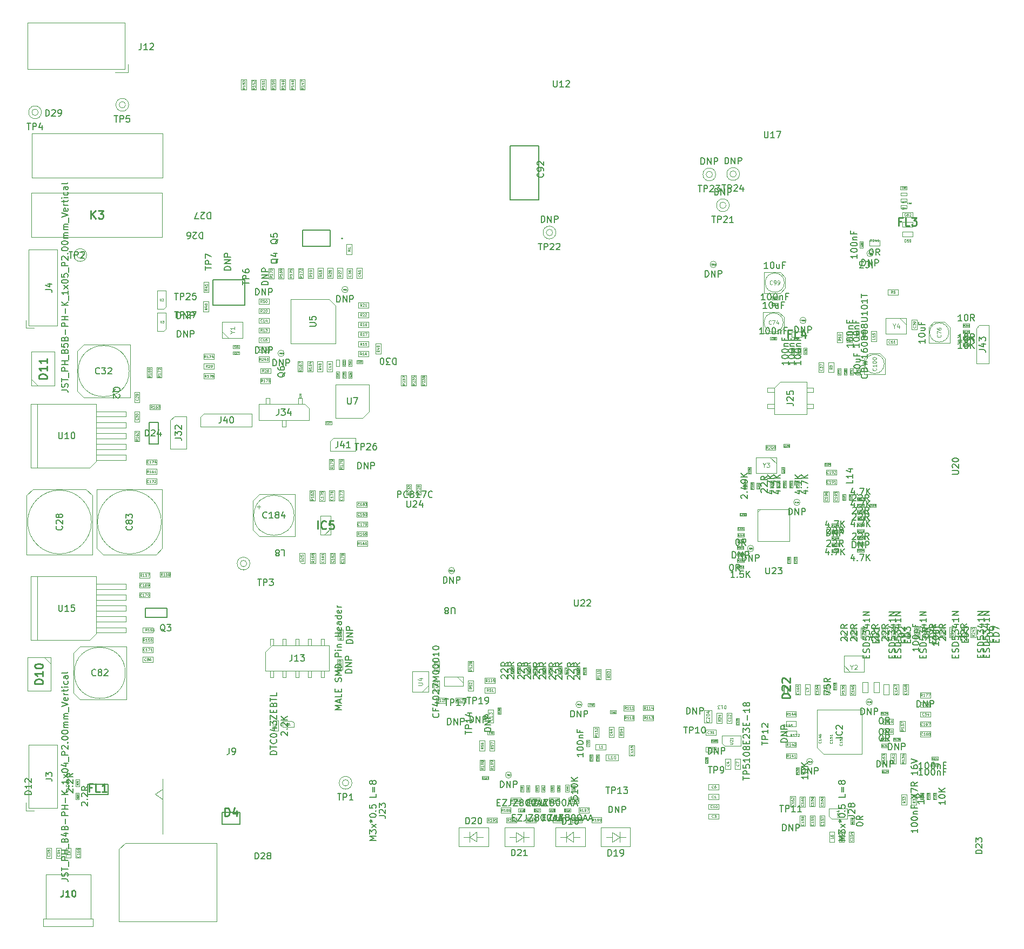
<source format=gbr>
G04 #@! TF.GenerationSoftware,KiCad,Pcbnew,8.0.0-rc1*
G04 #@! TF.CreationDate,2024-05-28T16:40:15+03:00*
G04 #@! TF.ProjectId,MXVR_3566,4d585652-5f33-4353-9636-2e6b69636164,REV1*
G04 #@! TF.SameCoordinates,Original*
G04 #@! TF.FileFunction,AssemblyDrawing,Top*
%FSLAX46Y46*%
G04 Gerber Fmt 4.6, Leading zero omitted, Abs format (unit mm)*
G04 Created by KiCad (PCBNEW 8.0.0-rc1) date 2024-05-28 16:40:15*
%MOMM*%
%LPD*%
G01*
G04 APERTURE LIST*
%ADD10C,0.150000*%
%ADD11C,0.050000*%
%ADD12C,0.060000*%
%ADD13C,0.040000*%
%ADD14C,0.090000*%
%ADD15C,0.254000*%
%ADD16C,0.105000*%
%ADD17C,0.100000*%
%ADD18C,0.080000*%
%ADD19C,0.200000*%
%ADD20C,0.120000*%
%ADD21C,0.127000*%
G04 APERTURE END LIST*
D10*
X89134819Y-140835714D02*
X88134819Y-140835714D01*
X88134819Y-140835714D02*
X88134819Y-140597619D01*
X88134819Y-140597619D02*
X88182438Y-140454762D01*
X88182438Y-140454762D02*
X88277676Y-140359524D01*
X88277676Y-140359524D02*
X88372914Y-140311905D01*
X88372914Y-140311905D02*
X88563390Y-140264286D01*
X88563390Y-140264286D02*
X88706247Y-140264286D01*
X88706247Y-140264286D02*
X88896723Y-140311905D01*
X88896723Y-140311905D02*
X88991961Y-140359524D01*
X88991961Y-140359524D02*
X89087200Y-140454762D01*
X89087200Y-140454762D02*
X89134819Y-140597619D01*
X89134819Y-140597619D02*
X89134819Y-140835714D01*
X88134819Y-139978571D02*
X88134819Y-139407143D01*
X89134819Y-139692857D02*
X88134819Y-139692857D01*
X89039580Y-138502381D02*
X89087200Y-138550000D01*
X89087200Y-138550000D02*
X89134819Y-138692857D01*
X89134819Y-138692857D02*
X89134819Y-138788095D01*
X89134819Y-138788095D02*
X89087200Y-138930952D01*
X89087200Y-138930952D02*
X88991961Y-139026190D01*
X88991961Y-139026190D02*
X88896723Y-139073809D01*
X88896723Y-139073809D02*
X88706247Y-139121428D01*
X88706247Y-139121428D02*
X88563390Y-139121428D01*
X88563390Y-139121428D02*
X88372914Y-139073809D01*
X88372914Y-139073809D02*
X88277676Y-139026190D01*
X88277676Y-139026190D02*
X88182438Y-138930952D01*
X88182438Y-138930952D02*
X88134819Y-138788095D01*
X88134819Y-138788095D02*
X88134819Y-138692857D01*
X88134819Y-138692857D02*
X88182438Y-138550000D01*
X88182438Y-138550000D02*
X88230057Y-138502381D01*
X88134819Y-137883333D02*
X88134819Y-137788095D01*
X88134819Y-137788095D02*
X88182438Y-137692857D01*
X88182438Y-137692857D02*
X88230057Y-137645238D01*
X88230057Y-137645238D02*
X88325295Y-137597619D01*
X88325295Y-137597619D02*
X88515771Y-137550000D01*
X88515771Y-137550000D02*
X88753866Y-137550000D01*
X88753866Y-137550000D02*
X88944342Y-137597619D01*
X88944342Y-137597619D02*
X89039580Y-137645238D01*
X89039580Y-137645238D02*
X89087200Y-137692857D01*
X89087200Y-137692857D02*
X89134819Y-137788095D01*
X89134819Y-137788095D02*
X89134819Y-137883333D01*
X89134819Y-137883333D02*
X89087200Y-137978571D01*
X89087200Y-137978571D02*
X89039580Y-138026190D01*
X89039580Y-138026190D02*
X88944342Y-138073809D01*
X88944342Y-138073809D02*
X88753866Y-138121428D01*
X88753866Y-138121428D02*
X88515771Y-138121428D01*
X88515771Y-138121428D02*
X88325295Y-138073809D01*
X88325295Y-138073809D02*
X88230057Y-138026190D01*
X88230057Y-138026190D02*
X88182438Y-137978571D01*
X88182438Y-137978571D02*
X88134819Y-137883333D01*
X88468152Y-136692857D02*
X89134819Y-136692857D01*
X88087200Y-136930952D02*
X88801485Y-137169047D01*
X88801485Y-137169047D02*
X88801485Y-136550000D01*
X88134819Y-136264285D02*
X88134819Y-135645238D01*
X88134819Y-135645238D02*
X88515771Y-135978571D01*
X88515771Y-135978571D02*
X88515771Y-135835714D01*
X88515771Y-135835714D02*
X88563390Y-135740476D01*
X88563390Y-135740476D02*
X88611009Y-135692857D01*
X88611009Y-135692857D02*
X88706247Y-135645238D01*
X88706247Y-135645238D02*
X88944342Y-135645238D01*
X88944342Y-135645238D02*
X89039580Y-135692857D01*
X89039580Y-135692857D02*
X89087200Y-135740476D01*
X89087200Y-135740476D02*
X89134819Y-135835714D01*
X89134819Y-135835714D02*
X89134819Y-136121428D01*
X89134819Y-136121428D02*
X89087200Y-136216666D01*
X89087200Y-136216666D02*
X89039580Y-136264285D01*
X88134819Y-135311904D02*
X88134819Y-134645238D01*
X88134819Y-134645238D02*
X89134819Y-135311904D01*
X89134819Y-135311904D02*
X89134819Y-134645238D01*
X88611009Y-134264285D02*
X88611009Y-133930952D01*
X89134819Y-133788095D02*
X89134819Y-134264285D01*
X89134819Y-134264285D02*
X88134819Y-134264285D01*
X88134819Y-134264285D02*
X88134819Y-133788095D01*
X88611009Y-133026190D02*
X88658628Y-132883333D01*
X88658628Y-132883333D02*
X88706247Y-132835714D01*
X88706247Y-132835714D02*
X88801485Y-132788095D01*
X88801485Y-132788095D02*
X88944342Y-132788095D01*
X88944342Y-132788095D02*
X89039580Y-132835714D01*
X89039580Y-132835714D02*
X89087200Y-132883333D01*
X89087200Y-132883333D02*
X89134819Y-132978571D01*
X89134819Y-132978571D02*
X89134819Y-133359523D01*
X89134819Y-133359523D02*
X88134819Y-133359523D01*
X88134819Y-133359523D02*
X88134819Y-133026190D01*
X88134819Y-133026190D02*
X88182438Y-132930952D01*
X88182438Y-132930952D02*
X88230057Y-132883333D01*
X88230057Y-132883333D02*
X88325295Y-132835714D01*
X88325295Y-132835714D02*
X88420533Y-132835714D01*
X88420533Y-132835714D02*
X88515771Y-132883333D01*
X88515771Y-132883333D02*
X88563390Y-132930952D01*
X88563390Y-132930952D02*
X88611009Y-133026190D01*
X88611009Y-133026190D02*
X88611009Y-133359523D01*
X88134819Y-132502380D02*
X88134819Y-131930952D01*
X89134819Y-132216666D02*
X88134819Y-132216666D01*
X89134819Y-131121428D02*
X89134819Y-131597618D01*
X89134819Y-131597618D02*
X88134819Y-131597618D01*
D11*
X90896666Y-136242650D02*
X90863333Y-136225983D01*
X90863333Y-136225983D02*
X90830000Y-136192650D01*
X90830000Y-136192650D02*
X90780000Y-136142650D01*
X90780000Y-136142650D02*
X90746666Y-136125983D01*
X90746666Y-136125983D02*
X90713333Y-136125983D01*
X90730000Y-136209316D02*
X90696666Y-136192650D01*
X90696666Y-136192650D02*
X90663333Y-136159316D01*
X90663333Y-136159316D02*
X90646666Y-136092650D01*
X90646666Y-136092650D02*
X90646666Y-135975983D01*
X90646666Y-135975983D02*
X90663333Y-135909316D01*
X90663333Y-135909316D02*
X90696666Y-135875983D01*
X90696666Y-135875983D02*
X90730000Y-135859316D01*
X90730000Y-135859316D02*
X90796666Y-135859316D01*
X90796666Y-135859316D02*
X90830000Y-135875983D01*
X90830000Y-135875983D02*
X90863333Y-135909316D01*
X90863333Y-135909316D02*
X90880000Y-135975983D01*
X90880000Y-135975983D02*
X90880000Y-136092650D01*
X90880000Y-136092650D02*
X90863333Y-136159316D01*
X90863333Y-136159316D02*
X90830000Y-136192650D01*
X90830000Y-136192650D02*
X90796666Y-136209316D01*
X90796666Y-136209316D02*
X90730000Y-136209316D01*
X91213333Y-136209316D02*
X91013333Y-136209316D01*
X91113333Y-136209316D02*
X91113333Y-135859316D01*
X91113333Y-135859316D02*
X91080000Y-135909316D01*
X91080000Y-135909316D02*
X91046667Y-135942650D01*
X91046667Y-135942650D02*
X91013333Y-135959316D01*
D10*
X162234819Y-144834047D02*
X162234819Y-144262619D01*
X163234819Y-144548333D02*
X162234819Y-144548333D01*
X163234819Y-143929285D02*
X162234819Y-143929285D01*
X162234819Y-143929285D02*
X162234819Y-143548333D01*
X162234819Y-143548333D02*
X162282438Y-143453095D01*
X162282438Y-143453095D02*
X162330057Y-143405476D01*
X162330057Y-143405476D02*
X162425295Y-143357857D01*
X162425295Y-143357857D02*
X162568152Y-143357857D01*
X162568152Y-143357857D02*
X162663390Y-143405476D01*
X162663390Y-143405476D02*
X162711009Y-143453095D01*
X162711009Y-143453095D02*
X162758628Y-143548333D01*
X162758628Y-143548333D02*
X162758628Y-143929285D01*
X162234819Y-142453095D02*
X162234819Y-142929285D01*
X162234819Y-142929285D02*
X162711009Y-142976904D01*
X162711009Y-142976904D02*
X162663390Y-142929285D01*
X162663390Y-142929285D02*
X162615771Y-142834047D01*
X162615771Y-142834047D02*
X162615771Y-142595952D01*
X162615771Y-142595952D02*
X162663390Y-142500714D01*
X162663390Y-142500714D02*
X162711009Y-142453095D01*
X162711009Y-142453095D02*
X162806247Y-142405476D01*
X162806247Y-142405476D02*
X163044342Y-142405476D01*
X163044342Y-142405476D02*
X163139580Y-142453095D01*
X163139580Y-142453095D02*
X163187200Y-142500714D01*
X163187200Y-142500714D02*
X163234819Y-142595952D01*
X163234819Y-142595952D02*
X163234819Y-142834047D01*
X163234819Y-142834047D02*
X163187200Y-142929285D01*
X163187200Y-142929285D02*
X163139580Y-142976904D01*
X163234819Y-141453095D02*
X163234819Y-142024523D01*
X163234819Y-141738809D02*
X162234819Y-141738809D01*
X162234819Y-141738809D02*
X162377676Y-141834047D01*
X162377676Y-141834047D02*
X162472914Y-141929285D01*
X162472914Y-141929285D02*
X162520533Y-142024523D01*
X162234819Y-140834047D02*
X162234819Y-140738809D01*
X162234819Y-140738809D02*
X162282438Y-140643571D01*
X162282438Y-140643571D02*
X162330057Y-140595952D01*
X162330057Y-140595952D02*
X162425295Y-140548333D01*
X162425295Y-140548333D02*
X162615771Y-140500714D01*
X162615771Y-140500714D02*
X162853866Y-140500714D01*
X162853866Y-140500714D02*
X163044342Y-140548333D01*
X163044342Y-140548333D02*
X163139580Y-140595952D01*
X163139580Y-140595952D02*
X163187200Y-140643571D01*
X163187200Y-140643571D02*
X163234819Y-140738809D01*
X163234819Y-140738809D02*
X163234819Y-140834047D01*
X163234819Y-140834047D02*
X163187200Y-140929285D01*
X163187200Y-140929285D02*
X163139580Y-140976904D01*
X163139580Y-140976904D02*
X163044342Y-141024523D01*
X163044342Y-141024523D02*
X162853866Y-141072142D01*
X162853866Y-141072142D02*
X162615771Y-141072142D01*
X162615771Y-141072142D02*
X162425295Y-141024523D01*
X162425295Y-141024523D02*
X162330057Y-140976904D01*
X162330057Y-140976904D02*
X162282438Y-140929285D01*
X162282438Y-140929285D02*
X162234819Y-140834047D01*
X162663390Y-139929285D02*
X162615771Y-140024523D01*
X162615771Y-140024523D02*
X162568152Y-140072142D01*
X162568152Y-140072142D02*
X162472914Y-140119761D01*
X162472914Y-140119761D02*
X162425295Y-140119761D01*
X162425295Y-140119761D02*
X162330057Y-140072142D01*
X162330057Y-140072142D02*
X162282438Y-140024523D01*
X162282438Y-140024523D02*
X162234819Y-139929285D01*
X162234819Y-139929285D02*
X162234819Y-139738809D01*
X162234819Y-139738809D02*
X162282438Y-139643571D01*
X162282438Y-139643571D02*
X162330057Y-139595952D01*
X162330057Y-139595952D02*
X162425295Y-139548333D01*
X162425295Y-139548333D02*
X162472914Y-139548333D01*
X162472914Y-139548333D02*
X162568152Y-139595952D01*
X162568152Y-139595952D02*
X162615771Y-139643571D01*
X162615771Y-139643571D02*
X162663390Y-139738809D01*
X162663390Y-139738809D02*
X162663390Y-139929285D01*
X162663390Y-139929285D02*
X162711009Y-140024523D01*
X162711009Y-140024523D02*
X162758628Y-140072142D01*
X162758628Y-140072142D02*
X162853866Y-140119761D01*
X162853866Y-140119761D02*
X163044342Y-140119761D01*
X163044342Y-140119761D02*
X163139580Y-140072142D01*
X163139580Y-140072142D02*
X163187200Y-140024523D01*
X163187200Y-140024523D02*
X163234819Y-139929285D01*
X163234819Y-139929285D02*
X163234819Y-139738809D01*
X163234819Y-139738809D02*
X163187200Y-139643571D01*
X163187200Y-139643571D02*
X163139580Y-139595952D01*
X163139580Y-139595952D02*
X163044342Y-139548333D01*
X163044342Y-139548333D02*
X162853866Y-139548333D01*
X162853866Y-139548333D02*
X162758628Y-139595952D01*
X162758628Y-139595952D02*
X162711009Y-139643571D01*
X162711009Y-139643571D02*
X162663390Y-139738809D01*
X162711009Y-139119761D02*
X162711009Y-138786428D01*
X163234819Y-138643571D02*
X163234819Y-139119761D01*
X163234819Y-139119761D02*
X162234819Y-139119761D01*
X162234819Y-139119761D02*
X162234819Y-138643571D01*
X162330057Y-138262618D02*
X162282438Y-138214999D01*
X162282438Y-138214999D02*
X162234819Y-138119761D01*
X162234819Y-138119761D02*
X162234819Y-137881666D01*
X162234819Y-137881666D02*
X162282438Y-137786428D01*
X162282438Y-137786428D02*
X162330057Y-137738809D01*
X162330057Y-137738809D02*
X162425295Y-137691190D01*
X162425295Y-137691190D02*
X162520533Y-137691190D01*
X162520533Y-137691190D02*
X162663390Y-137738809D01*
X162663390Y-137738809D02*
X163234819Y-138310237D01*
X163234819Y-138310237D02*
X163234819Y-137691190D01*
X162234819Y-137357856D02*
X162234819Y-136738809D01*
X162234819Y-136738809D02*
X162615771Y-137072142D01*
X162615771Y-137072142D02*
X162615771Y-136929285D01*
X162615771Y-136929285D02*
X162663390Y-136834047D01*
X162663390Y-136834047D02*
X162711009Y-136786428D01*
X162711009Y-136786428D02*
X162806247Y-136738809D01*
X162806247Y-136738809D02*
X163044342Y-136738809D01*
X163044342Y-136738809D02*
X163139580Y-136786428D01*
X163139580Y-136786428D02*
X163187200Y-136834047D01*
X163187200Y-136834047D02*
X163234819Y-136929285D01*
X163234819Y-136929285D02*
X163234819Y-137214999D01*
X163234819Y-137214999D02*
X163187200Y-137310237D01*
X163187200Y-137310237D02*
X163139580Y-137357856D01*
X162711009Y-136310237D02*
X162711009Y-135976904D01*
X163234819Y-135834047D02*
X163234819Y-136310237D01*
X163234819Y-136310237D02*
X162234819Y-136310237D01*
X162234819Y-136310237D02*
X162234819Y-135834047D01*
X162853866Y-135405475D02*
X162853866Y-134643571D01*
X163234819Y-133643571D02*
X163234819Y-134214999D01*
X163234819Y-133929285D02*
X162234819Y-133929285D01*
X162234819Y-133929285D02*
X162377676Y-134024523D01*
X162377676Y-134024523D02*
X162472914Y-134119761D01*
X162472914Y-134119761D02*
X162520533Y-134214999D01*
X162663390Y-133072142D02*
X162615771Y-133167380D01*
X162615771Y-133167380D02*
X162568152Y-133214999D01*
X162568152Y-133214999D02*
X162472914Y-133262618D01*
X162472914Y-133262618D02*
X162425295Y-133262618D01*
X162425295Y-133262618D02*
X162330057Y-133214999D01*
X162330057Y-133214999D02*
X162282438Y-133167380D01*
X162282438Y-133167380D02*
X162234819Y-133072142D01*
X162234819Y-133072142D02*
X162234819Y-132881666D01*
X162234819Y-132881666D02*
X162282438Y-132786428D01*
X162282438Y-132786428D02*
X162330057Y-132738809D01*
X162330057Y-132738809D02*
X162425295Y-132691190D01*
X162425295Y-132691190D02*
X162472914Y-132691190D01*
X162472914Y-132691190D02*
X162568152Y-132738809D01*
X162568152Y-132738809D02*
X162615771Y-132786428D01*
X162615771Y-132786428D02*
X162663390Y-132881666D01*
X162663390Y-132881666D02*
X162663390Y-133072142D01*
X162663390Y-133072142D02*
X162711009Y-133167380D01*
X162711009Y-133167380D02*
X162758628Y-133214999D01*
X162758628Y-133214999D02*
X162853866Y-133262618D01*
X162853866Y-133262618D02*
X163044342Y-133262618D01*
X163044342Y-133262618D02*
X163139580Y-133214999D01*
X163139580Y-133214999D02*
X163187200Y-133167380D01*
X163187200Y-133167380D02*
X163234819Y-133072142D01*
X163234819Y-133072142D02*
X163234819Y-132881666D01*
X163234819Y-132881666D02*
X163187200Y-132786428D01*
X163187200Y-132786428D02*
X163139580Y-132738809D01*
X163139580Y-132738809D02*
X163044342Y-132691190D01*
X163044342Y-132691190D02*
X162853866Y-132691190D01*
X162853866Y-132691190D02*
X162758628Y-132738809D01*
X162758628Y-132738809D02*
X162711009Y-132786428D01*
X162711009Y-132786428D02*
X162663390Y-132881666D01*
D12*
X160161927Y-139210237D02*
X160485737Y-139210237D01*
X160485737Y-139210237D02*
X160523832Y-139191190D01*
X160523832Y-139191190D02*
X160542880Y-139172142D01*
X160542880Y-139172142D02*
X160561927Y-139134047D01*
X160561927Y-139134047D02*
X160561927Y-139057856D01*
X160561927Y-139057856D02*
X160542880Y-139019761D01*
X160542880Y-139019761D02*
X160523832Y-139000714D01*
X160523832Y-139000714D02*
X160485737Y-138981666D01*
X160485737Y-138981666D02*
X160161927Y-138981666D01*
X160200022Y-138810237D02*
X160180975Y-138791189D01*
X160180975Y-138791189D02*
X160161927Y-138753094D01*
X160161927Y-138753094D02*
X160161927Y-138657856D01*
X160161927Y-138657856D02*
X160180975Y-138619761D01*
X160180975Y-138619761D02*
X160200022Y-138600713D01*
X160200022Y-138600713D02*
X160238118Y-138581666D01*
X160238118Y-138581666D02*
X160276213Y-138581666D01*
X160276213Y-138581666D02*
X160333356Y-138600713D01*
X160333356Y-138600713D02*
X160561927Y-138829285D01*
X160561927Y-138829285D02*
X160561927Y-138581666D01*
X160561927Y-138200714D02*
X160561927Y-138429285D01*
X160561927Y-138314999D02*
X160161927Y-138314999D01*
X160161927Y-138314999D02*
X160219070Y-138353095D01*
X160219070Y-138353095D02*
X160257165Y-138391190D01*
X160257165Y-138391190D02*
X160276213Y-138429285D01*
D10*
X89920057Y-137829999D02*
X89872438Y-137782380D01*
X89872438Y-137782380D02*
X89824819Y-137687142D01*
X89824819Y-137687142D02*
X89824819Y-137449047D01*
X89824819Y-137449047D02*
X89872438Y-137353809D01*
X89872438Y-137353809D02*
X89920057Y-137306190D01*
X89920057Y-137306190D02*
X90015295Y-137258571D01*
X90015295Y-137258571D02*
X90110533Y-137258571D01*
X90110533Y-137258571D02*
X90253390Y-137306190D01*
X90253390Y-137306190D02*
X90824819Y-137877618D01*
X90824819Y-137877618D02*
X90824819Y-137258571D01*
X90729580Y-136829999D02*
X90777200Y-136782380D01*
X90777200Y-136782380D02*
X90824819Y-136829999D01*
X90824819Y-136829999D02*
X90777200Y-136877618D01*
X90777200Y-136877618D02*
X90729580Y-136829999D01*
X90729580Y-136829999D02*
X90824819Y-136829999D01*
X89920057Y-136401428D02*
X89872438Y-136353809D01*
X89872438Y-136353809D02*
X89824819Y-136258571D01*
X89824819Y-136258571D02*
X89824819Y-136020476D01*
X89824819Y-136020476D02*
X89872438Y-135925238D01*
X89872438Y-135925238D02*
X89920057Y-135877619D01*
X89920057Y-135877619D02*
X90015295Y-135830000D01*
X90015295Y-135830000D02*
X90110533Y-135830000D01*
X90110533Y-135830000D02*
X90253390Y-135877619D01*
X90253390Y-135877619D02*
X90824819Y-136449047D01*
X90824819Y-136449047D02*
X90824819Y-135830000D01*
X90824819Y-135401428D02*
X89824819Y-135401428D01*
X90824819Y-134830000D02*
X90253390Y-135258571D01*
X89824819Y-134830000D02*
X90396247Y-135401428D01*
D12*
X89121927Y-136396666D02*
X88931451Y-136529999D01*
X89121927Y-136625237D02*
X88721927Y-136625237D01*
X88721927Y-136625237D02*
X88721927Y-136472856D01*
X88721927Y-136472856D02*
X88740975Y-136434761D01*
X88740975Y-136434761D02*
X88760022Y-136415714D01*
X88760022Y-136415714D02*
X88798118Y-136396666D01*
X88798118Y-136396666D02*
X88855260Y-136396666D01*
X88855260Y-136396666D02*
X88893356Y-136415714D01*
X88893356Y-136415714D02*
X88912403Y-136434761D01*
X88912403Y-136434761D02*
X88931451Y-136472856D01*
X88931451Y-136472856D02*
X88931451Y-136625237D01*
X88855260Y-136053809D02*
X89121927Y-136053809D01*
X88702880Y-136149047D02*
X88988594Y-136244285D01*
X88988594Y-136244285D02*
X88988594Y-135996666D01*
D10*
X179358095Y-103190057D02*
X179405714Y-103142438D01*
X179405714Y-103142438D02*
X179500952Y-103094819D01*
X179500952Y-103094819D02*
X179739047Y-103094819D01*
X179739047Y-103094819D02*
X179834285Y-103142438D01*
X179834285Y-103142438D02*
X179881904Y-103190057D01*
X179881904Y-103190057D02*
X179929523Y-103285295D01*
X179929523Y-103285295D02*
X179929523Y-103380533D01*
X179929523Y-103380533D02*
X179881904Y-103523390D01*
X179881904Y-103523390D02*
X179310476Y-104094819D01*
X179310476Y-104094819D02*
X179929523Y-104094819D01*
X180310476Y-103190057D02*
X180358095Y-103142438D01*
X180358095Y-103142438D02*
X180453333Y-103094819D01*
X180453333Y-103094819D02*
X180691428Y-103094819D01*
X180691428Y-103094819D02*
X180786666Y-103142438D01*
X180786666Y-103142438D02*
X180834285Y-103190057D01*
X180834285Y-103190057D02*
X180881904Y-103285295D01*
X180881904Y-103285295D02*
X180881904Y-103380533D01*
X180881904Y-103380533D02*
X180834285Y-103523390D01*
X180834285Y-103523390D02*
X180262857Y-104094819D01*
X180262857Y-104094819D02*
X180881904Y-104094819D01*
X181881904Y-104094819D02*
X181548571Y-103618628D01*
X181310476Y-104094819D02*
X181310476Y-103094819D01*
X181310476Y-103094819D02*
X181691428Y-103094819D01*
X181691428Y-103094819D02*
X181786666Y-103142438D01*
X181786666Y-103142438D02*
X181834285Y-103190057D01*
X181834285Y-103190057D02*
X181881904Y-103285295D01*
X181881904Y-103285295D02*
X181881904Y-103428152D01*
X181881904Y-103428152D02*
X181834285Y-103523390D01*
X181834285Y-103523390D02*
X181786666Y-103571009D01*
X181786666Y-103571009D02*
X181691428Y-103618628D01*
X181691428Y-103618628D02*
X181310476Y-103618628D01*
D13*
X180329048Y-104928200D02*
X180242381Y-104804391D01*
X180180476Y-104928200D02*
X180180476Y-104668200D01*
X180180476Y-104668200D02*
X180279524Y-104668200D01*
X180279524Y-104668200D02*
X180304286Y-104680581D01*
X180304286Y-104680581D02*
X180316667Y-104692962D01*
X180316667Y-104692962D02*
X180329048Y-104717724D01*
X180329048Y-104717724D02*
X180329048Y-104754867D01*
X180329048Y-104754867D02*
X180316667Y-104779629D01*
X180316667Y-104779629D02*
X180304286Y-104792010D01*
X180304286Y-104792010D02*
X180279524Y-104804391D01*
X180279524Y-104804391D02*
X180180476Y-104804391D01*
X180428095Y-104692962D02*
X180440476Y-104680581D01*
X180440476Y-104680581D02*
X180465238Y-104668200D01*
X180465238Y-104668200D02*
X180527143Y-104668200D01*
X180527143Y-104668200D02*
X180551905Y-104680581D01*
X180551905Y-104680581D02*
X180564286Y-104692962D01*
X180564286Y-104692962D02*
X180576667Y-104717724D01*
X180576667Y-104717724D02*
X180576667Y-104742486D01*
X180576667Y-104742486D02*
X180564286Y-104779629D01*
X180564286Y-104779629D02*
X180415714Y-104928200D01*
X180415714Y-104928200D02*
X180576667Y-104928200D01*
X180737619Y-104668200D02*
X180762381Y-104668200D01*
X180762381Y-104668200D02*
X180787143Y-104680581D01*
X180787143Y-104680581D02*
X180799524Y-104692962D01*
X180799524Y-104692962D02*
X180811905Y-104717724D01*
X180811905Y-104717724D02*
X180824286Y-104767248D01*
X180824286Y-104767248D02*
X180824286Y-104829153D01*
X180824286Y-104829153D02*
X180811905Y-104878677D01*
X180811905Y-104878677D02*
X180799524Y-104903439D01*
X180799524Y-104903439D02*
X180787143Y-104915820D01*
X180787143Y-104915820D02*
X180762381Y-104928200D01*
X180762381Y-104928200D02*
X180737619Y-104928200D01*
X180737619Y-104928200D02*
X180712857Y-104915820D01*
X180712857Y-104915820D02*
X180700476Y-104903439D01*
X180700476Y-104903439D02*
X180688095Y-104878677D01*
X180688095Y-104878677D02*
X180675714Y-104829153D01*
X180675714Y-104829153D02*
X180675714Y-104767248D01*
X180675714Y-104767248D02*
X180688095Y-104717724D01*
X180688095Y-104717724D02*
X180700476Y-104692962D01*
X180700476Y-104692962D02*
X180712857Y-104680581D01*
X180712857Y-104680581D02*
X180737619Y-104668200D01*
X180972857Y-104779629D02*
X180948095Y-104767248D01*
X180948095Y-104767248D02*
X180935714Y-104754867D01*
X180935714Y-104754867D02*
X180923333Y-104730105D01*
X180923333Y-104730105D02*
X180923333Y-104717724D01*
X180923333Y-104717724D02*
X180935714Y-104692962D01*
X180935714Y-104692962D02*
X180948095Y-104680581D01*
X180948095Y-104680581D02*
X180972857Y-104668200D01*
X180972857Y-104668200D02*
X181022381Y-104668200D01*
X181022381Y-104668200D02*
X181047143Y-104680581D01*
X181047143Y-104680581D02*
X181059524Y-104692962D01*
X181059524Y-104692962D02*
X181071905Y-104717724D01*
X181071905Y-104717724D02*
X181071905Y-104730105D01*
X181071905Y-104730105D02*
X181059524Y-104754867D01*
X181059524Y-104754867D02*
X181047143Y-104767248D01*
X181047143Y-104767248D02*
X181022381Y-104779629D01*
X181022381Y-104779629D02*
X180972857Y-104779629D01*
X180972857Y-104779629D02*
X180948095Y-104792010D01*
X180948095Y-104792010D02*
X180935714Y-104804391D01*
X180935714Y-104804391D02*
X180923333Y-104829153D01*
X180923333Y-104829153D02*
X180923333Y-104878677D01*
X180923333Y-104878677D02*
X180935714Y-104903439D01*
X180935714Y-104903439D02*
X180948095Y-104915820D01*
X180948095Y-104915820D02*
X180972857Y-104928200D01*
X180972857Y-104928200D02*
X181022381Y-104928200D01*
X181022381Y-104928200D02*
X181047143Y-104915820D01*
X181047143Y-104915820D02*
X181059524Y-104903439D01*
X181059524Y-104903439D02*
X181071905Y-104878677D01*
X181071905Y-104878677D02*
X181071905Y-104829153D01*
X181071905Y-104829153D02*
X181059524Y-104804391D01*
X181059524Y-104804391D02*
X181047143Y-104792010D01*
X181047143Y-104792010D02*
X181022381Y-104779629D01*
D10*
X199184819Y-77369523D02*
X199899104Y-77369523D01*
X199899104Y-77369523D02*
X200041961Y-77417142D01*
X200041961Y-77417142D02*
X200137200Y-77512380D01*
X200137200Y-77512380D02*
X200184819Y-77655237D01*
X200184819Y-77655237D02*
X200184819Y-77750475D01*
X199518152Y-76464761D02*
X200184819Y-76464761D01*
X199137200Y-76702856D02*
X199851485Y-76940951D01*
X199851485Y-76940951D02*
X199851485Y-76321904D01*
X199184819Y-76036189D02*
X199184819Y-75417142D01*
X199184819Y-75417142D02*
X199565771Y-75750475D01*
X199565771Y-75750475D02*
X199565771Y-75607618D01*
X199565771Y-75607618D02*
X199613390Y-75512380D01*
X199613390Y-75512380D02*
X199661009Y-75464761D01*
X199661009Y-75464761D02*
X199756247Y-75417142D01*
X199756247Y-75417142D02*
X199994342Y-75417142D01*
X199994342Y-75417142D02*
X200089580Y-75464761D01*
X200089580Y-75464761D02*
X200137200Y-75512380D01*
X200137200Y-75512380D02*
X200184819Y-75607618D01*
X200184819Y-75607618D02*
X200184819Y-75893332D01*
X200184819Y-75893332D02*
X200137200Y-75988570D01*
X200137200Y-75988570D02*
X200089580Y-76036189D01*
D12*
X102452857Y-76696927D02*
X102319524Y-76506451D01*
X102224286Y-76696927D02*
X102224286Y-76296927D01*
X102224286Y-76296927D02*
X102376667Y-76296927D01*
X102376667Y-76296927D02*
X102414762Y-76315975D01*
X102414762Y-76315975D02*
X102433809Y-76335022D01*
X102433809Y-76335022D02*
X102452857Y-76373118D01*
X102452857Y-76373118D02*
X102452857Y-76430260D01*
X102452857Y-76430260D02*
X102433809Y-76468356D01*
X102433809Y-76468356D02*
X102414762Y-76487403D01*
X102414762Y-76487403D02*
X102376667Y-76506451D01*
X102376667Y-76506451D02*
X102224286Y-76506451D01*
X102833809Y-76696927D02*
X102605238Y-76696927D01*
X102719524Y-76696927D02*
X102719524Y-76296927D01*
X102719524Y-76296927D02*
X102681428Y-76354070D01*
X102681428Y-76354070D02*
X102643333Y-76392165D01*
X102643333Y-76392165D02*
X102605238Y-76411213D01*
X103195714Y-76296927D02*
X103005238Y-76296927D01*
X103005238Y-76296927D02*
X102986190Y-76487403D01*
X102986190Y-76487403D02*
X103005238Y-76468356D01*
X103005238Y-76468356D02*
X103043333Y-76449308D01*
X103043333Y-76449308D02*
X103138571Y-76449308D01*
X103138571Y-76449308D02*
X103176666Y-76468356D01*
X103176666Y-76468356D02*
X103195714Y-76487403D01*
X103195714Y-76487403D02*
X103214761Y-76525499D01*
X103214761Y-76525499D02*
X103214761Y-76620737D01*
X103214761Y-76620737D02*
X103195714Y-76658832D01*
X103195714Y-76658832D02*
X103176666Y-76677880D01*
X103176666Y-76677880D02*
X103138571Y-76696927D01*
X103138571Y-76696927D02*
X103043333Y-76696927D01*
X103043333Y-76696927D02*
X103005238Y-76677880D01*
X103005238Y-76677880D02*
X102986190Y-76658832D01*
D13*
X82619285Y-77989765D02*
X82607381Y-78001670D01*
X82607381Y-78001670D02*
X82571666Y-78013574D01*
X82571666Y-78013574D02*
X82547857Y-78013574D01*
X82547857Y-78013574D02*
X82512143Y-78001670D01*
X82512143Y-78001670D02*
X82488333Y-77977860D01*
X82488333Y-77977860D02*
X82476428Y-77954050D01*
X82476428Y-77954050D02*
X82464524Y-77906431D01*
X82464524Y-77906431D02*
X82464524Y-77870717D01*
X82464524Y-77870717D02*
X82476428Y-77823098D01*
X82476428Y-77823098D02*
X82488333Y-77799289D01*
X82488333Y-77799289D02*
X82512143Y-77775479D01*
X82512143Y-77775479D02*
X82547857Y-77763574D01*
X82547857Y-77763574D02*
X82571666Y-77763574D01*
X82571666Y-77763574D02*
X82607381Y-77775479D01*
X82607381Y-77775479D02*
X82619285Y-77787384D01*
X82857381Y-78013574D02*
X82714524Y-78013574D01*
X82785952Y-78013574D02*
X82785952Y-77763574D01*
X82785952Y-77763574D02*
X82762143Y-77799289D01*
X82762143Y-77799289D02*
X82738333Y-77823098D01*
X82738333Y-77823098D02*
X82714524Y-77835003D01*
X82940714Y-77763574D02*
X83107380Y-77763574D01*
X83107380Y-77763574D02*
X83000238Y-78013574D01*
D10*
X172354819Y-144110476D02*
X172354819Y-144681904D01*
X172354819Y-144396190D02*
X171354819Y-144396190D01*
X171354819Y-144396190D02*
X171497676Y-144491428D01*
X171497676Y-144491428D02*
X171592914Y-144586666D01*
X171592914Y-144586666D02*
X171640533Y-144681904D01*
X171354819Y-143491428D02*
X171354819Y-143396190D01*
X171354819Y-143396190D02*
X171402438Y-143300952D01*
X171402438Y-143300952D02*
X171450057Y-143253333D01*
X171450057Y-143253333D02*
X171545295Y-143205714D01*
X171545295Y-143205714D02*
X171735771Y-143158095D01*
X171735771Y-143158095D02*
X171973866Y-143158095D01*
X171973866Y-143158095D02*
X172164342Y-143205714D01*
X172164342Y-143205714D02*
X172259580Y-143253333D01*
X172259580Y-143253333D02*
X172307200Y-143300952D01*
X172307200Y-143300952D02*
X172354819Y-143396190D01*
X172354819Y-143396190D02*
X172354819Y-143491428D01*
X172354819Y-143491428D02*
X172307200Y-143586666D01*
X172307200Y-143586666D02*
X172259580Y-143634285D01*
X172259580Y-143634285D02*
X172164342Y-143681904D01*
X172164342Y-143681904D02*
X171973866Y-143729523D01*
X171973866Y-143729523D02*
X171735771Y-143729523D01*
X171735771Y-143729523D02*
X171545295Y-143681904D01*
X171545295Y-143681904D02*
X171450057Y-143634285D01*
X171450057Y-143634285D02*
X171402438Y-143586666D01*
X171402438Y-143586666D02*
X171354819Y-143491428D01*
X172354819Y-142729523D02*
X171354819Y-142729523D01*
X172354819Y-142158095D02*
X171783390Y-142586666D01*
X171354819Y-142158095D02*
X171926247Y-142729523D01*
D13*
X170848200Y-143710951D02*
X170724391Y-143797618D01*
X170848200Y-143859523D02*
X170588200Y-143859523D01*
X170588200Y-143859523D02*
X170588200Y-143760475D01*
X170588200Y-143760475D02*
X170600581Y-143735713D01*
X170600581Y-143735713D02*
X170612962Y-143723332D01*
X170612962Y-143723332D02*
X170637724Y-143710951D01*
X170637724Y-143710951D02*
X170674867Y-143710951D01*
X170674867Y-143710951D02*
X170699629Y-143723332D01*
X170699629Y-143723332D02*
X170712010Y-143735713D01*
X170712010Y-143735713D02*
X170724391Y-143760475D01*
X170724391Y-143760475D02*
X170724391Y-143859523D01*
X170848200Y-143463332D02*
X170848200Y-143611904D01*
X170848200Y-143537618D02*
X170588200Y-143537618D01*
X170588200Y-143537618D02*
X170625343Y-143562380D01*
X170625343Y-143562380D02*
X170650105Y-143587142D01*
X170650105Y-143587142D02*
X170662486Y-143611904D01*
X170588200Y-143376666D02*
X170588200Y-143215713D01*
X170588200Y-143215713D02*
X170687248Y-143302380D01*
X170687248Y-143302380D02*
X170687248Y-143265237D01*
X170687248Y-143265237D02*
X170699629Y-143240475D01*
X170699629Y-143240475D02*
X170712010Y-143228094D01*
X170712010Y-143228094D02*
X170736772Y-143215713D01*
X170736772Y-143215713D02*
X170798677Y-143215713D01*
X170798677Y-143215713D02*
X170823439Y-143228094D01*
X170823439Y-143228094D02*
X170835820Y-143240475D01*
X170835820Y-143240475D02*
X170848200Y-143265237D01*
X170848200Y-143265237D02*
X170848200Y-143339523D01*
X170848200Y-143339523D02*
X170835820Y-143364285D01*
X170835820Y-143364285D02*
X170823439Y-143376666D01*
X170588200Y-143054761D02*
X170588200Y-143029999D01*
X170588200Y-143029999D02*
X170600581Y-143005237D01*
X170600581Y-143005237D02*
X170612962Y-142992856D01*
X170612962Y-142992856D02*
X170637724Y-142980475D01*
X170637724Y-142980475D02*
X170687248Y-142968094D01*
X170687248Y-142968094D02*
X170749153Y-142968094D01*
X170749153Y-142968094D02*
X170798677Y-142980475D01*
X170798677Y-142980475D02*
X170823439Y-142992856D01*
X170823439Y-142992856D02*
X170835820Y-143005237D01*
X170835820Y-143005237D02*
X170848200Y-143029999D01*
X170848200Y-143029999D02*
X170848200Y-143054761D01*
X170848200Y-143054761D02*
X170835820Y-143079523D01*
X170835820Y-143079523D02*
X170823439Y-143091904D01*
X170823439Y-143091904D02*
X170798677Y-143104285D01*
X170798677Y-143104285D02*
X170749153Y-143116666D01*
X170749153Y-143116666D02*
X170687248Y-143116666D01*
X170687248Y-143116666D02*
X170637724Y-143104285D01*
X170637724Y-143104285D02*
X170612962Y-143091904D01*
X170612962Y-143091904D02*
X170600581Y-143079523D01*
X170600581Y-143079523D02*
X170588200Y-143054761D01*
D10*
X171688152Y-99493809D02*
X172354819Y-99493809D01*
X171307200Y-99731904D02*
X172021485Y-99969999D01*
X172021485Y-99969999D02*
X172021485Y-99350952D01*
X172259580Y-98969999D02*
X172307200Y-98922380D01*
X172307200Y-98922380D02*
X172354819Y-98969999D01*
X172354819Y-98969999D02*
X172307200Y-99017618D01*
X172307200Y-99017618D02*
X172259580Y-98969999D01*
X172259580Y-98969999D02*
X172354819Y-98969999D01*
X171354819Y-98589047D02*
X171354819Y-97922381D01*
X171354819Y-97922381D02*
X172354819Y-98350952D01*
X172354819Y-97541428D02*
X171354819Y-97541428D01*
X172354819Y-96970000D02*
X171783390Y-97398571D01*
X171354819Y-96970000D02*
X171926247Y-97541428D01*
D13*
X170848200Y-98760951D02*
X170724391Y-98847618D01*
X170848200Y-98909523D02*
X170588200Y-98909523D01*
X170588200Y-98909523D02*
X170588200Y-98810475D01*
X170588200Y-98810475D02*
X170600581Y-98785713D01*
X170600581Y-98785713D02*
X170612962Y-98773332D01*
X170612962Y-98773332D02*
X170637724Y-98760951D01*
X170637724Y-98760951D02*
X170674867Y-98760951D01*
X170674867Y-98760951D02*
X170699629Y-98773332D01*
X170699629Y-98773332D02*
X170712010Y-98785713D01*
X170712010Y-98785713D02*
X170724391Y-98810475D01*
X170724391Y-98810475D02*
X170724391Y-98909523D01*
X170612962Y-98661904D02*
X170600581Y-98649523D01*
X170600581Y-98649523D02*
X170588200Y-98624761D01*
X170588200Y-98624761D02*
X170588200Y-98562856D01*
X170588200Y-98562856D02*
X170600581Y-98538094D01*
X170600581Y-98538094D02*
X170612962Y-98525713D01*
X170612962Y-98525713D02*
X170637724Y-98513332D01*
X170637724Y-98513332D02*
X170662486Y-98513332D01*
X170662486Y-98513332D02*
X170699629Y-98525713D01*
X170699629Y-98525713D02*
X170848200Y-98674285D01*
X170848200Y-98674285D02*
X170848200Y-98513332D01*
X170848200Y-98265713D02*
X170848200Y-98414285D01*
X170848200Y-98339999D02*
X170588200Y-98339999D01*
X170588200Y-98339999D02*
X170625343Y-98364761D01*
X170625343Y-98364761D02*
X170650105Y-98389523D01*
X170650105Y-98389523D02*
X170662486Y-98414285D01*
X170588200Y-98030475D02*
X170588200Y-98154285D01*
X170588200Y-98154285D02*
X170712010Y-98166666D01*
X170712010Y-98166666D02*
X170699629Y-98154285D01*
X170699629Y-98154285D02*
X170687248Y-98129523D01*
X170687248Y-98129523D02*
X170687248Y-98067618D01*
X170687248Y-98067618D02*
X170699629Y-98042856D01*
X170699629Y-98042856D02*
X170712010Y-98030475D01*
X170712010Y-98030475D02*
X170736772Y-98018094D01*
X170736772Y-98018094D02*
X170798677Y-98018094D01*
X170798677Y-98018094D02*
X170823439Y-98030475D01*
X170823439Y-98030475D02*
X170835820Y-98042856D01*
X170835820Y-98042856D02*
X170848200Y-98067618D01*
X170848200Y-98067618D02*
X170848200Y-98129523D01*
X170848200Y-98129523D02*
X170835820Y-98154285D01*
X170835820Y-98154285D02*
X170823439Y-98166666D01*
X82619285Y-76999765D02*
X82607381Y-77011670D01*
X82607381Y-77011670D02*
X82571666Y-77023574D01*
X82571666Y-77023574D02*
X82547857Y-77023574D01*
X82547857Y-77023574D02*
X82512143Y-77011670D01*
X82512143Y-77011670D02*
X82488333Y-76987860D01*
X82488333Y-76987860D02*
X82476428Y-76964050D01*
X82476428Y-76964050D02*
X82464524Y-76916431D01*
X82464524Y-76916431D02*
X82464524Y-76880717D01*
X82464524Y-76880717D02*
X82476428Y-76833098D01*
X82476428Y-76833098D02*
X82488333Y-76809289D01*
X82488333Y-76809289D02*
X82512143Y-76785479D01*
X82512143Y-76785479D02*
X82547857Y-76773574D01*
X82547857Y-76773574D02*
X82571666Y-76773574D01*
X82571666Y-76773574D02*
X82607381Y-76785479D01*
X82607381Y-76785479D02*
X82619285Y-76797384D01*
X82857381Y-77023574D02*
X82714524Y-77023574D01*
X82785952Y-77023574D02*
X82785952Y-76773574D01*
X82785952Y-76773574D02*
X82762143Y-76809289D01*
X82762143Y-76809289D02*
X82738333Y-76833098D01*
X82738333Y-76833098D02*
X82714524Y-76845003D01*
X83071666Y-76773574D02*
X83024047Y-76773574D01*
X83024047Y-76773574D02*
X83000238Y-76785479D01*
X83000238Y-76785479D02*
X82988333Y-76797384D01*
X82988333Y-76797384D02*
X82964523Y-76833098D01*
X82964523Y-76833098D02*
X82952619Y-76880717D01*
X82952619Y-76880717D02*
X82952619Y-76975955D01*
X82952619Y-76975955D02*
X82964523Y-76999765D01*
X82964523Y-76999765D02*
X82976428Y-77011670D01*
X82976428Y-77011670D02*
X83000238Y-77023574D01*
X83000238Y-77023574D02*
X83047857Y-77023574D01*
X83047857Y-77023574D02*
X83071666Y-77011670D01*
X83071666Y-77011670D02*
X83083571Y-76999765D01*
X83083571Y-76999765D02*
X83095476Y-76975955D01*
X83095476Y-76975955D02*
X83095476Y-76916431D01*
X83095476Y-76916431D02*
X83083571Y-76892622D01*
X83083571Y-76892622D02*
X83071666Y-76880717D01*
X83071666Y-76880717D02*
X83047857Y-76868812D01*
X83047857Y-76868812D02*
X83000238Y-76868812D01*
X83000238Y-76868812D02*
X82976428Y-76880717D01*
X82976428Y-76880717D02*
X82964523Y-76892622D01*
X82964523Y-76892622D02*
X82952619Y-76916431D01*
D12*
X89991927Y-65872618D02*
X89801451Y-66005951D01*
X89991927Y-66101189D02*
X89591927Y-66101189D01*
X89591927Y-66101189D02*
X89591927Y-65948808D01*
X89591927Y-65948808D02*
X89610975Y-65910713D01*
X89610975Y-65910713D02*
X89630022Y-65891666D01*
X89630022Y-65891666D02*
X89668118Y-65872618D01*
X89668118Y-65872618D02*
X89725260Y-65872618D01*
X89725260Y-65872618D02*
X89763356Y-65891666D01*
X89763356Y-65891666D02*
X89782403Y-65910713D01*
X89782403Y-65910713D02*
X89801451Y-65948808D01*
X89801451Y-65948808D02*
X89801451Y-66101189D01*
X89991927Y-65491666D02*
X89991927Y-65720237D01*
X89991927Y-65605951D02*
X89591927Y-65605951D01*
X89591927Y-65605951D02*
X89649070Y-65644047D01*
X89649070Y-65644047D02*
X89687165Y-65682142D01*
X89687165Y-65682142D02*
X89706213Y-65720237D01*
X89591927Y-65148809D02*
X89591927Y-65224999D01*
X89591927Y-65224999D02*
X89610975Y-65263095D01*
X89610975Y-65263095D02*
X89630022Y-65282142D01*
X89630022Y-65282142D02*
X89687165Y-65320237D01*
X89687165Y-65320237D02*
X89763356Y-65339285D01*
X89763356Y-65339285D02*
X89915737Y-65339285D01*
X89915737Y-65339285D02*
X89953832Y-65320237D01*
X89953832Y-65320237D02*
X89972880Y-65301190D01*
X89972880Y-65301190D02*
X89991927Y-65263095D01*
X89991927Y-65263095D02*
X89991927Y-65186904D01*
X89991927Y-65186904D02*
X89972880Y-65148809D01*
X89972880Y-65148809D02*
X89953832Y-65129761D01*
X89953832Y-65129761D02*
X89915737Y-65110714D01*
X89915737Y-65110714D02*
X89820499Y-65110714D01*
X89820499Y-65110714D02*
X89782403Y-65129761D01*
X89782403Y-65129761D02*
X89763356Y-65148809D01*
X89763356Y-65148809D02*
X89744308Y-65186904D01*
X89744308Y-65186904D02*
X89744308Y-65263095D01*
X89744308Y-65263095D02*
X89763356Y-65301190D01*
X89763356Y-65301190D02*
X89782403Y-65320237D01*
X89782403Y-65320237D02*
X89820499Y-65339285D01*
X89991927Y-64920238D02*
X89991927Y-64844047D01*
X89991927Y-64844047D02*
X89972880Y-64805952D01*
X89972880Y-64805952D02*
X89953832Y-64786904D01*
X89953832Y-64786904D02*
X89896689Y-64748809D01*
X89896689Y-64748809D02*
X89820499Y-64729762D01*
X89820499Y-64729762D02*
X89668118Y-64729762D01*
X89668118Y-64729762D02*
X89630022Y-64748809D01*
X89630022Y-64748809D02*
X89610975Y-64767857D01*
X89610975Y-64767857D02*
X89591927Y-64805952D01*
X89591927Y-64805952D02*
X89591927Y-64882143D01*
X89591927Y-64882143D02*
X89610975Y-64920238D01*
X89610975Y-64920238D02*
X89630022Y-64939285D01*
X89630022Y-64939285D02*
X89668118Y-64958333D01*
X89668118Y-64958333D02*
X89763356Y-64958333D01*
X89763356Y-64958333D02*
X89801451Y-64939285D01*
X89801451Y-64939285D02*
X89820499Y-64920238D01*
X89820499Y-64920238D02*
X89839546Y-64882143D01*
X89839546Y-64882143D02*
X89839546Y-64805952D01*
X89839546Y-64805952D02*
X89820499Y-64767857D01*
X89820499Y-64767857D02*
X89801451Y-64748809D01*
X89801451Y-64748809D02*
X89763356Y-64729762D01*
D10*
X180569819Y-80691428D02*
X180569819Y-81262856D01*
X180569819Y-80977142D02*
X179569819Y-80977142D01*
X179569819Y-80977142D02*
X179712676Y-81072380D01*
X179712676Y-81072380D02*
X179807914Y-81167618D01*
X179807914Y-81167618D02*
X179855533Y-81262856D01*
X179569819Y-80072380D02*
X179569819Y-79977142D01*
X179569819Y-79977142D02*
X179617438Y-79881904D01*
X179617438Y-79881904D02*
X179665057Y-79834285D01*
X179665057Y-79834285D02*
X179760295Y-79786666D01*
X179760295Y-79786666D02*
X179950771Y-79739047D01*
X179950771Y-79739047D02*
X180188866Y-79739047D01*
X180188866Y-79739047D02*
X180379342Y-79786666D01*
X180379342Y-79786666D02*
X180474580Y-79834285D01*
X180474580Y-79834285D02*
X180522200Y-79881904D01*
X180522200Y-79881904D02*
X180569819Y-79977142D01*
X180569819Y-79977142D02*
X180569819Y-80072380D01*
X180569819Y-80072380D02*
X180522200Y-80167618D01*
X180522200Y-80167618D02*
X180474580Y-80215237D01*
X180474580Y-80215237D02*
X180379342Y-80262856D01*
X180379342Y-80262856D02*
X180188866Y-80310475D01*
X180188866Y-80310475D02*
X179950771Y-80310475D01*
X179950771Y-80310475D02*
X179760295Y-80262856D01*
X179760295Y-80262856D02*
X179665057Y-80215237D01*
X179665057Y-80215237D02*
X179617438Y-80167618D01*
X179617438Y-80167618D02*
X179569819Y-80072380D01*
X179903152Y-78881904D02*
X180569819Y-78881904D01*
X179903152Y-79310475D02*
X180426961Y-79310475D01*
X180426961Y-79310475D02*
X180522200Y-79262856D01*
X180522200Y-79262856D02*
X180569819Y-79167618D01*
X180569819Y-79167618D02*
X180569819Y-79024761D01*
X180569819Y-79024761D02*
X180522200Y-78929523D01*
X180522200Y-78929523D02*
X180474580Y-78881904D01*
X180046009Y-78072380D02*
X180046009Y-78405713D01*
X180569819Y-78405713D02*
X179569819Y-78405713D01*
X179569819Y-78405713D02*
X179569819Y-77929523D01*
D14*
X183030748Y-80291428D02*
X183059320Y-80320000D01*
X183059320Y-80320000D02*
X183087891Y-80405714D01*
X183087891Y-80405714D02*
X183087891Y-80462857D01*
X183087891Y-80462857D02*
X183059320Y-80548571D01*
X183059320Y-80548571D02*
X183002177Y-80605714D01*
X183002177Y-80605714D02*
X182945034Y-80634285D01*
X182945034Y-80634285D02*
X182830748Y-80662857D01*
X182830748Y-80662857D02*
X182745034Y-80662857D01*
X182745034Y-80662857D02*
X182630748Y-80634285D01*
X182630748Y-80634285D02*
X182573605Y-80605714D01*
X182573605Y-80605714D02*
X182516462Y-80548571D01*
X182516462Y-80548571D02*
X182487891Y-80462857D01*
X182487891Y-80462857D02*
X182487891Y-80405714D01*
X182487891Y-80405714D02*
X182516462Y-80320000D01*
X182516462Y-80320000D02*
X182545034Y-80291428D01*
X183087891Y-79720000D02*
X183087891Y-80062857D01*
X183087891Y-79891428D02*
X182487891Y-79891428D01*
X182487891Y-79891428D02*
X182573605Y-79948571D01*
X182573605Y-79948571D02*
X182630748Y-80005714D01*
X182630748Y-80005714D02*
X182659320Y-80062857D01*
X182487891Y-79348571D02*
X182487891Y-79291428D01*
X182487891Y-79291428D02*
X182516462Y-79234285D01*
X182516462Y-79234285D02*
X182545034Y-79205714D01*
X182545034Y-79205714D02*
X182602177Y-79177142D01*
X182602177Y-79177142D02*
X182716462Y-79148571D01*
X182716462Y-79148571D02*
X182859320Y-79148571D01*
X182859320Y-79148571D02*
X182973605Y-79177142D01*
X182973605Y-79177142D02*
X183030748Y-79205714D01*
X183030748Y-79205714D02*
X183059320Y-79234285D01*
X183059320Y-79234285D02*
X183087891Y-79291428D01*
X183087891Y-79291428D02*
X183087891Y-79348571D01*
X183087891Y-79348571D02*
X183059320Y-79405714D01*
X183059320Y-79405714D02*
X183030748Y-79434285D01*
X183030748Y-79434285D02*
X182973605Y-79462856D01*
X182973605Y-79462856D02*
X182859320Y-79491428D01*
X182859320Y-79491428D02*
X182716462Y-79491428D01*
X182716462Y-79491428D02*
X182602177Y-79462856D01*
X182602177Y-79462856D02*
X182545034Y-79434285D01*
X182545034Y-79434285D02*
X182516462Y-79405714D01*
X182516462Y-79405714D02*
X182487891Y-79348571D01*
X182487891Y-78777142D02*
X182487891Y-78719999D01*
X182487891Y-78719999D02*
X182516462Y-78662856D01*
X182516462Y-78662856D02*
X182545034Y-78634285D01*
X182545034Y-78634285D02*
X182602177Y-78605713D01*
X182602177Y-78605713D02*
X182716462Y-78577142D01*
X182716462Y-78577142D02*
X182859320Y-78577142D01*
X182859320Y-78577142D02*
X182973605Y-78605713D01*
X182973605Y-78605713D02*
X183030748Y-78634285D01*
X183030748Y-78634285D02*
X183059320Y-78662856D01*
X183059320Y-78662856D02*
X183087891Y-78719999D01*
X183087891Y-78719999D02*
X183087891Y-78777142D01*
X183087891Y-78777142D02*
X183059320Y-78834285D01*
X183059320Y-78834285D02*
X183030748Y-78862856D01*
X183030748Y-78862856D02*
X182973605Y-78891427D01*
X182973605Y-78891427D02*
X182859320Y-78919999D01*
X182859320Y-78919999D02*
X182716462Y-78919999D01*
X182716462Y-78919999D02*
X182602177Y-78891427D01*
X182602177Y-78891427D02*
X182545034Y-78862856D01*
X182545034Y-78862856D02*
X182516462Y-78834285D01*
X182516462Y-78834285D02*
X182487891Y-78777142D01*
D10*
X175586190Y-104538152D02*
X175586190Y-105204819D01*
X175348095Y-104157200D02*
X175110000Y-104871485D01*
X175110000Y-104871485D02*
X175729047Y-104871485D01*
X176110000Y-105109580D02*
X176157619Y-105157200D01*
X176157619Y-105157200D02*
X176110000Y-105204819D01*
X176110000Y-105204819D02*
X176062381Y-105157200D01*
X176062381Y-105157200D02*
X176110000Y-105109580D01*
X176110000Y-105109580D02*
X176110000Y-105204819D01*
X176490952Y-104204819D02*
X177157618Y-104204819D01*
X177157618Y-104204819D02*
X176729047Y-105204819D01*
X177538571Y-105204819D02*
X177538571Y-104204819D01*
X178109999Y-105204819D02*
X177681428Y-104633390D01*
X178109999Y-104204819D02*
X177538571Y-104776247D01*
D13*
X176319048Y-106038200D02*
X176232381Y-105914391D01*
X176170476Y-106038200D02*
X176170476Y-105778200D01*
X176170476Y-105778200D02*
X176269524Y-105778200D01*
X176269524Y-105778200D02*
X176294286Y-105790581D01*
X176294286Y-105790581D02*
X176306667Y-105802962D01*
X176306667Y-105802962D02*
X176319048Y-105827724D01*
X176319048Y-105827724D02*
X176319048Y-105864867D01*
X176319048Y-105864867D02*
X176306667Y-105889629D01*
X176306667Y-105889629D02*
X176294286Y-105902010D01*
X176294286Y-105902010D02*
X176269524Y-105914391D01*
X176269524Y-105914391D02*
X176170476Y-105914391D01*
X176418095Y-105802962D02*
X176430476Y-105790581D01*
X176430476Y-105790581D02*
X176455238Y-105778200D01*
X176455238Y-105778200D02*
X176517143Y-105778200D01*
X176517143Y-105778200D02*
X176541905Y-105790581D01*
X176541905Y-105790581D02*
X176554286Y-105802962D01*
X176554286Y-105802962D02*
X176566667Y-105827724D01*
X176566667Y-105827724D02*
X176566667Y-105852486D01*
X176566667Y-105852486D02*
X176554286Y-105889629D01*
X176554286Y-105889629D02*
X176405714Y-106038200D01*
X176405714Y-106038200D02*
X176566667Y-106038200D01*
X176665714Y-105802962D02*
X176678095Y-105790581D01*
X176678095Y-105790581D02*
X176702857Y-105778200D01*
X176702857Y-105778200D02*
X176764762Y-105778200D01*
X176764762Y-105778200D02*
X176789524Y-105790581D01*
X176789524Y-105790581D02*
X176801905Y-105802962D01*
X176801905Y-105802962D02*
X176814286Y-105827724D01*
X176814286Y-105827724D02*
X176814286Y-105852486D01*
X176814286Y-105852486D02*
X176801905Y-105889629D01*
X176801905Y-105889629D02*
X176653333Y-106038200D01*
X176653333Y-106038200D02*
X176814286Y-106038200D01*
X176975238Y-105778200D02*
X177000000Y-105778200D01*
X177000000Y-105778200D02*
X177024762Y-105790581D01*
X177024762Y-105790581D02*
X177037143Y-105802962D01*
X177037143Y-105802962D02*
X177049524Y-105827724D01*
X177049524Y-105827724D02*
X177061905Y-105877248D01*
X177061905Y-105877248D02*
X177061905Y-105939153D01*
X177061905Y-105939153D02*
X177049524Y-105988677D01*
X177049524Y-105988677D02*
X177037143Y-106013439D01*
X177037143Y-106013439D02*
X177024762Y-106025820D01*
X177024762Y-106025820D02*
X177000000Y-106038200D01*
X177000000Y-106038200D02*
X176975238Y-106038200D01*
X176975238Y-106038200D02*
X176950476Y-106025820D01*
X176950476Y-106025820D02*
X176938095Y-106013439D01*
X176938095Y-106013439D02*
X176925714Y-105988677D01*
X176925714Y-105988677D02*
X176913333Y-105939153D01*
X176913333Y-105939153D02*
X176913333Y-105877248D01*
X176913333Y-105877248D02*
X176925714Y-105827724D01*
X176925714Y-105827724D02*
X176938095Y-105802962D01*
X176938095Y-105802962D02*
X176950476Y-105790581D01*
X176950476Y-105790581D02*
X176975238Y-105778200D01*
X138269285Y-133139765D02*
X138257381Y-133151670D01*
X138257381Y-133151670D02*
X138221666Y-133163574D01*
X138221666Y-133163574D02*
X138197857Y-133163574D01*
X138197857Y-133163574D02*
X138162143Y-133151670D01*
X138162143Y-133151670D02*
X138138333Y-133127860D01*
X138138333Y-133127860D02*
X138126428Y-133104050D01*
X138126428Y-133104050D02*
X138114524Y-133056431D01*
X138114524Y-133056431D02*
X138114524Y-133020717D01*
X138114524Y-133020717D02*
X138126428Y-132973098D01*
X138126428Y-132973098D02*
X138138333Y-132949289D01*
X138138333Y-132949289D02*
X138162143Y-132925479D01*
X138162143Y-132925479D02*
X138197857Y-132913574D01*
X138197857Y-132913574D02*
X138221666Y-132913574D01*
X138221666Y-132913574D02*
X138257381Y-132925479D01*
X138257381Y-132925479D02*
X138269285Y-132937384D01*
X138483571Y-132996908D02*
X138483571Y-133163574D01*
X138424047Y-132901670D02*
X138364524Y-133080241D01*
X138364524Y-133080241D02*
X138519285Y-133080241D01*
X138662142Y-132913574D02*
X138685952Y-132913574D01*
X138685952Y-132913574D02*
X138709761Y-132925479D01*
X138709761Y-132925479D02*
X138721666Y-132937384D01*
X138721666Y-132937384D02*
X138733571Y-132961193D01*
X138733571Y-132961193D02*
X138745476Y-133008812D01*
X138745476Y-133008812D02*
X138745476Y-133068336D01*
X138745476Y-133068336D02*
X138733571Y-133115955D01*
X138733571Y-133115955D02*
X138721666Y-133139765D01*
X138721666Y-133139765D02*
X138709761Y-133151670D01*
X138709761Y-133151670D02*
X138685952Y-133163574D01*
X138685952Y-133163574D02*
X138662142Y-133163574D01*
X138662142Y-133163574D02*
X138638333Y-133151670D01*
X138638333Y-133151670D02*
X138626428Y-133139765D01*
X138626428Y-133139765D02*
X138614523Y-133115955D01*
X138614523Y-133115955D02*
X138602619Y-133068336D01*
X138602619Y-133068336D02*
X138602619Y-133008812D01*
X138602619Y-133008812D02*
X138614523Y-132961193D01*
X138614523Y-132961193D02*
X138626428Y-132937384D01*
X138626428Y-132937384D02*
X138638333Y-132925479D01*
X138638333Y-132925479D02*
X138662142Y-132913574D01*
D12*
X159963832Y-142376666D02*
X159982880Y-142395714D01*
X159982880Y-142395714D02*
X160001927Y-142452856D01*
X160001927Y-142452856D02*
X160001927Y-142490952D01*
X160001927Y-142490952D02*
X159982880Y-142548095D01*
X159982880Y-142548095D02*
X159944784Y-142586190D01*
X159944784Y-142586190D02*
X159906689Y-142605237D01*
X159906689Y-142605237D02*
X159830499Y-142624285D01*
X159830499Y-142624285D02*
X159773356Y-142624285D01*
X159773356Y-142624285D02*
X159697165Y-142605237D01*
X159697165Y-142605237D02*
X159659070Y-142586190D01*
X159659070Y-142586190D02*
X159620975Y-142548095D01*
X159620975Y-142548095D02*
X159601927Y-142490952D01*
X159601927Y-142490952D02*
X159601927Y-142452856D01*
X159601927Y-142452856D02*
X159620975Y-142395714D01*
X159620975Y-142395714D02*
X159640022Y-142376666D01*
X159735260Y-142033809D02*
X160001927Y-142033809D01*
X159582880Y-142129047D02*
X159868594Y-142224285D01*
X159868594Y-142224285D02*
X159868594Y-141976666D01*
D10*
X183797381Y-136759819D02*
X183892619Y-136759819D01*
X183892619Y-136759819D02*
X183987857Y-136807438D01*
X183987857Y-136807438D02*
X184035476Y-136855057D01*
X184035476Y-136855057D02*
X184083095Y-136950295D01*
X184083095Y-136950295D02*
X184130714Y-137140771D01*
X184130714Y-137140771D02*
X184130714Y-137378866D01*
X184130714Y-137378866D02*
X184083095Y-137569342D01*
X184083095Y-137569342D02*
X184035476Y-137664580D01*
X184035476Y-137664580D02*
X183987857Y-137712200D01*
X183987857Y-137712200D02*
X183892619Y-137759819D01*
X183892619Y-137759819D02*
X183797381Y-137759819D01*
X183797381Y-137759819D02*
X183702143Y-137712200D01*
X183702143Y-137712200D02*
X183654524Y-137664580D01*
X183654524Y-137664580D02*
X183606905Y-137569342D01*
X183606905Y-137569342D02*
X183559286Y-137378866D01*
X183559286Y-137378866D02*
X183559286Y-137140771D01*
X183559286Y-137140771D02*
X183606905Y-136950295D01*
X183606905Y-136950295D02*
X183654524Y-136855057D01*
X183654524Y-136855057D02*
X183702143Y-136807438D01*
X183702143Y-136807438D02*
X183797381Y-136759819D01*
X185130714Y-137759819D02*
X184797381Y-137283628D01*
X184559286Y-137759819D02*
X184559286Y-136759819D01*
X184559286Y-136759819D02*
X184940238Y-136759819D01*
X184940238Y-136759819D02*
X185035476Y-136807438D01*
X185035476Y-136807438D02*
X185083095Y-136855057D01*
X185083095Y-136855057D02*
X185130714Y-136950295D01*
X185130714Y-136950295D02*
X185130714Y-137093152D01*
X185130714Y-137093152D02*
X185083095Y-137188390D01*
X185083095Y-137188390D02*
X185035476Y-137236009D01*
X185035476Y-137236009D02*
X184940238Y-137283628D01*
X184940238Y-137283628D02*
X184559286Y-137283628D01*
D13*
X184054048Y-138593200D02*
X183967381Y-138469391D01*
X183905476Y-138593200D02*
X183905476Y-138333200D01*
X183905476Y-138333200D02*
X184004524Y-138333200D01*
X184004524Y-138333200D02*
X184029286Y-138345581D01*
X184029286Y-138345581D02*
X184041667Y-138357962D01*
X184041667Y-138357962D02*
X184054048Y-138382724D01*
X184054048Y-138382724D02*
X184054048Y-138419867D01*
X184054048Y-138419867D02*
X184041667Y-138444629D01*
X184041667Y-138444629D02*
X184029286Y-138457010D01*
X184029286Y-138457010D02*
X184004524Y-138469391D01*
X184004524Y-138469391D02*
X183905476Y-138469391D01*
X184301667Y-138593200D02*
X184153095Y-138593200D01*
X184227381Y-138593200D02*
X184227381Y-138333200D01*
X184227381Y-138333200D02*
X184202619Y-138370343D01*
X184202619Y-138370343D02*
X184177857Y-138395105D01*
X184177857Y-138395105D02*
X184153095Y-138407486D01*
X184388333Y-138333200D02*
X184549286Y-138333200D01*
X184549286Y-138333200D02*
X184462619Y-138432248D01*
X184462619Y-138432248D02*
X184499762Y-138432248D01*
X184499762Y-138432248D02*
X184524524Y-138444629D01*
X184524524Y-138444629D02*
X184536905Y-138457010D01*
X184536905Y-138457010D02*
X184549286Y-138481772D01*
X184549286Y-138481772D02*
X184549286Y-138543677D01*
X184549286Y-138543677D02*
X184536905Y-138568439D01*
X184536905Y-138568439D02*
X184524524Y-138580820D01*
X184524524Y-138580820D02*
X184499762Y-138593200D01*
X184499762Y-138593200D02*
X184425476Y-138593200D01*
X184425476Y-138593200D02*
X184400714Y-138580820D01*
X184400714Y-138580820D02*
X184388333Y-138568439D01*
X184635952Y-138333200D02*
X184796905Y-138333200D01*
X184796905Y-138333200D02*
X184710238Y-138432248D01*
X184710238Y-138432248D02*
X184747381Y-138432248D01*
X184747381Y-138432248D02*
X184772143Y-138444629D01*
X184772143Y-138444629D02*
X184784524Y-138457010D01*
X184784524Y-138457010D02*
X184796905Y-138481772D01*
X184796905Y-138481772D02*
X184796905Y-138543677D01*
X184796905Y-138543677D02*
X184784524Y-138568439D01*
X184784524Y-138568439D02*
X184772143Y-138580820D01*
X184772143Y-138580820D02*
X184747381Y-138593200D01*
X184747381Y-138593200D02*
X184673095Y-138593200D01*
X184673095Y-138593200D02*
X184648333Y-138580820D01*
X184648333Y-138580820D02*
X184635952Y-138568439D01*
D10*
X73564286Y-75394819D02*
X73564286Y-74394819D01*
X73564286Y-74394819D02*
X73802381Y-74394819D01*
X73802381Y-74394819D02*
X73945238Y-74442438D01*
X73945238Y-74442438D02*
X74040476Y-74537676D01*
X74040476Y-74537676D02*
X74088095Y-74632914D01*
X74088095Y-74632914D02*
X74135714Y-74823390D01*
X74135714Y-74823390D02*
X74135714Y-74966247D01*
X74135714Y-74966247D02*
X74088095Y-75156723D01*
X74088095Y-75156723D02*
X74040476Y-75251961D01*
X74040476Y-75251961D02*
X73945238Y-75347200D01*
X73945238Y-75347200D02*
X73802381Y-75394819D01*
X73802381Y-75394819D02*
X73564286Y-75394819D01*
X74564286Y-75394819D02*
X74564286Y-74394819D01*
X74564286Y-74394819D02*
X75135714Y-75394819D01*
X75135714Y-75394819D02*
X75135714Y-74394819D01*
X75611905Y-75394819D02*
X75611905Y-74394819D01*
X75611905Y-74394819D02*
X75992857Y-74394819D01*
X75992857Y-74394819D02*
X76088095Y-74442438D01*
X76088095Y-74442438D02*
X76135714Y-74490057D01*
X76135714Y-74490057D02*
X76183333Y-74585295D01*
X76183333Y-74585295D02*
X76183333Y-74728152D01*
X76183333Y-74728152D02*
X76135714Y-74823390D01*
X76135714Y-74823390D02*
X76088095Y-74871009D01*
X76088095Y-74871009D02*
X75992857Y-74918628D01*
X75992857Y-74918628D02*
X75611905Y-74918628D01*
X73111905Y-71394819D02*
X73683333Y-71394819D01*
X73397619Y-72394819D02*
X73397619Y-71394819D01*
X74016667Y-72394819D02*
X74016667Y-71394819D01*
X74016667Y-71394819D02*
X74397619Y-71394819D01*
X74397619Y-71394819D02*
X74492857Y-71442438D01*
X74492857Y-71442438D02*
X74540476Y-71490057D01*
X74540476Y-71490057D02*
X74588095Y-71585295D01*
X74588095Y-71585295D02*
X74588095Y-71728152D01*
X74588095Y-71728152D02*
X74540476Y-71823390D01*
X74540476Y-71823390D02*
X74492857Y-71871009D01*
X74492857Y-71871009D02*
X74397619Y-71918628D01*
X74397619Y-71918628D02*
X74016667Y-71918628D01*
X74969048Y-71490057D02*
X75016667Y-71442438D01*
X75016667Y-71442438D02*
X75111905Y-71394819D01*
X75111905Y-71394819D02*
X75350000Y-71394819D01*
X75350000Y-71394819D02*
X75445238Y-71442438D01*
X75445238Y-71442438D02*
X75492857Y-71490057D01*
X75492857Y-71490057D02*
X75540476Y-71585295D01*
X75540476Y-71585295D02*
X75540476Y-71680533D01*
X75540476Y-71680533D02*
X75492857Y-71823390D01*
X75492857Y-71823390D02*
X74921429Y-72394819D01*
X74921429Y-72394819D02*
X75540476Y-72394819D01*
X75873810Y-71394819D02*
X76540476Y-71394819D01*
X76540476Y-71394819D02*
X76111905Y-72394819D01*
D12*
X91526927Y-65872618D02*
X91336451Y-66005951D01*
X91526927Y-66101189D02*
X91126927Y-66101189D01*
X91126927Y-66101189D02*
X91126927Y-65948808D01*
X91126927Y-65948808D02*
X91145975Y-65910713D01*
X91145975Y-65910713D02*
X91165022Y-65891666D01*
X91165022Y-65891666D02*
X91203118Y-65872618D01*
X91203118Y-65872618D02*
X91260260Y-65872618D01*
X91260260Y-65872618D02*
X91298356Y-65891666D01*
X91298356Y-65891666D02*
X91317403Y-65910713D01*
X91317403Y-65910713D02*
X91336451Y-65948808D01*
X91336451Y-65948808D02*
X91336451Y-66101189D01*
X91526927Y-65491666D02*
X91526927Y-65720237D01*
X91526927Y-65605951D02*
X91126927Y-65605951D01*
X91126927Y-65605951D02*
X91184070Y-65644047D01*
X91184070Y-65644047D02*
X91222165Y-65682142D01*
X91222165Y-65682142D02*
X91241213Y-65720237D01*
X91126927Y-65358333D02*
X91126927Y-65091666D01*
X91126927Y-65091666D02*
X91526927Y-65263095D01*
X91526927Y-64729762D02*
X91526927Y-64958333D01*
X91526927Y-64844047D02*
X91126927Y-64844047D01*
X91126927Y-64844047D02*
X91184070Y-64882143D01*
X91184070Y-64882143D02*
X91222165Y-64920238D01*
X91222165Y-64920238D02*
X91241213Y-64958333D01*
X97911927Y-95790118D02*
X97721451Y-95923451D01*
X97911927Y-96018689D02*
X97511927Y-96018689D01*
X97511927Y-96018689D02*
X97511927Y-95866308D01*
X97511927Y-95866308D02*
X97530975Y-95828213D01*
X97530975Y-95828213D02*
X97550022Y-95809166D01*
X97550022Y-95809166D02*
X97588118Y-95790118D01*
X97588118Y-95790118D02*
X97645260Y-95790118D01*
X97645260Y-95790118D02*
X97683356Y-95809166D01*
X97683356Y-95809166D02*
X97702403Y-95828213D01*
X97702403Y-95828213D02*
X97721451Y-95866308D01*
X97721451Y-95866308D02*
X97721451Y-96018689D01*
X97911927Y-95409166D02*
X97911927Y-95637737D01*
X97911927Y-95523451D02*
X97511927Y-95523451D01*
X97511927Y-95523451D02*
X97569070Y-95561547D01*
X97569070Y-95561547D02*
X97607165Y-95599642D01*
X97607165Y-95599642D02*
X97626213Y-95637737D01*
X97511927Y-95275833D02*
X97511927Y-95009166D01*
X97511927Y-95009166D02*
X97911927Y-95180595D01*
X97911927Y-94837738D02*
X97911927Y-94761547D01*
X97911927Y-94761547D02*
X97892880Y-94723452D01*
X97892880Y-94723452D02*
X97873832Y-94704404D01*
X97873832Y-94704404D02*
X97816689Y-94666309D01*
X97816689Y-94666309D02*
X97740499Y-94647262D01*
X97740499Y-94647262D02*
X97588118Y-94647262D01*
X97588118Y-94647262D02*
X97550022Y-94666309D01*
X97550022Y-94666309D02*
X97530975Y-94685357D01*
X97530975Y-94685357D02*
X97511927Y-94723452D01*
X97511927Y-94723452D02*
X97511927Y-94799643D01*
X97511927Y-94799643D02*
X97530975Y-94837738D01*
X97530975Y-94837738D02*
X97550022Y-94856785D01*
X97550022Y-94856785D02*
X97588118Y-94875833D01*
X97588118Y-94875833D02*
X97683356Y-94875833D01*
X97683356Y-94875833D02*
X97721451Y-94856785D01*
X97721451Y-94856785D02*
X97740499Y-94837738D01*
X97740499Y-94837738D02*
X97759546Y-94799643D01*
X97759546Y-94799643D02*
X97759546Y-94723452D01*
X97759546Y-94723452D02*
X97740499Y-94685357D01*
X97740499Y-94685357D02*
X97721451Y-94666309D01*
X97721451Y-94666309D02*
X97683356Y-94647262D01*
D10*
X130839580Y-49762857D02*
X130887200Y-49810476D01*
X130887200Y-49810476D02*
X130934819Y-49953333D01*
X130934819Y-49953333D02*
X130934819Y-50048571D01*
X130934819Y-50048571D02*
X130887200Y-50191428D01*
X130887200Y-50191428D02*
X130791961Y-50286666D01*
X130791961Y-50286666D02*
X130696723Y-50334285D01*
X130696723Y-50334285D02*
X130506247Y-50381904D01*
X130506247Y-50381904D02*
X130363390Y-50381904D01*
X130363390Y-50381904D02*
X130172914Y-50334285D01*
X130172914Y-50334285D02*
X130077676Y-50286666D01*
X130077676Y-50286666D02*
X129982438Y-50191428D01*
X129982438Y-50191428D02*
X129934819Y-50048571D01*
X129934819Y-50048571D02*
X129934819Y-49953333D01*
X129934819Y-49953333D02*
X129982438Y-49810476D01*
X129982438Y-49810476D02*
X130030057Y-49762857D01*
X130934819Y-49286666D02*
X130934819Y-49096190D01*
X130934819Y-49096190D02*
X130887200Y-49000952D01*
X130887200Y-49000952D02*
X130839580Y-48953333D01*
X130839580Y-48953333D02*
X130696723Y-48858095D01*
X130696723Y-48858095D02*
X130506247Y-48810476D01*
X130506247Y-48810476D02*
X130125295Y-48810476D01*
X130125295Y-48810476D02*
X130030057Y-48858095D01*
X130030057Y-48858095D02*
X129982438Y-48905714D01*
X129982438Y-48905714D02*
X129934819Y-49000952D01*
X129934819Y-49000952D02*
X129934819Y-49191428D01*
X129934819Y-49191428D02*
X129982438Y-49286666D01*
X129982438Y-49286666D02*
X130030057Y-49334285D01*
X130030057Y-49334285D02*
X130125295Y-49381904D01*
X130125295Y-49381904D02*
X130363390Y-49381904D01*
X130363390Y-49381904D02*
X130458628Y-49334285D01*
X130458628Y-49334285D02*
X130506247Y-49286666D01*
X130506247Y-49286666D02*
X130553866Y-49191428D01*
X130553866Y-49191428D02*
X130553866Y-49000952D01*
X130553866Y-49000952D02*
X130506247Y-48905714D01*
X130506247Y-48905714D02*
X130458628Y-48858095D01*
X130458628Y-48858095D02*
X130363390Y-48810476D01*
X130030057Y-48429523D02*
X129982438Y-48381904D01*
X129982438Y-48381904D02*
X129934819Y-48286666D01*
X129934819Y-48286666D02*
X129934819Y-48048571D01*
X129934819Y-48048571D02*
X129982438Y-47953333D01*
X129982438Y-47953333D02*
X130030057Y-47905714D01*
X130030057Y-47905714D02*
X130125295Y-47858095D01*
X130125295Y-47858095D02*
X130220533Y-47858095D01*
X130220533Y-47858095D02*
X130363390Y-47905714D01*
X130363390Y-47905714D02*
X130934819Y-48477142D01*
X130934819Y-48477142D02*
X130934819Y-47858095D01*
X179358095Y-106210057D02*
X179405714Y-106162438D01*
X179405714Y-106162438D02*
X179500952Y-106114819D01*
X179500952Y-106114819D02*
X179739047Y-106114819D01*
X179739047Y-106114819D02*
X179834285Y-106162438D01*
X179834285Y-106162438D02*
X179881904Y-106210057D01*
X179881904Y-106210057D02*
X179929523Y-106305295D01*
X179929523Y-106305295D02*
X179929523Y-106400533D01*
X179929523Y-106400533D02*
X179881904Y-106543390D01*
X179881904Y-106543390D02*
X179310476Y-107114819D01*
X179310476Y-107114819D02*
X179929523Y-107114819D01*
X180310476Y-106210057D02*
X180358095Y-106162438D01*
X180358095Y-106162438D02*
X180453333Y-106114819D01*
X180453333Y-106114819D02*
X180691428Y-106114819D01*
X180691428Y-106114819D02*
X180786666Y-106162438D01*
X180786666Y-106162438D02*
X180834285Y-106210057D01*
X180834285Y-106210057D02*
X180881904Y-106305295D01*
X180881904Y-106305295D02*
X180881904Y-106400533D01*
X180881904Y-106400533D02*
X180834285Y-106543390D01*
X180834285Y-106543390D02*
X180262857Y-107114819D01*
X180262857Y-107114819D02*
X180881904Y-107114819D01*
X181881904Y-107114819D02*
X181548571Y-106638628D01*
X181310476Y-107114819D02*
X181310476Y-106114819D01*
X181310476Y-106114819D02*
X181691428Y-106114819D01*
X181691428Y-106114819D02*
X181786666Y-106162438D01*
X181786666Y-106162438D02*
X181834285Y-106210057D01*
X181834285Y-106210057D02*
X181881904Y-106305295D01*
X181881904Y-106305295D02*
X181881904Y-106448152D01*
X181881904Y-106448152D02*
X181834285Y-106543390D01*
X181834285Y-106543390D02*
X181786666Y-106591009D01*
X181786666Y-106591009D02*
X181691428Y-106638628D01*
X181691428Y-106638628D02*
X181310476Y-106638628D01*
D13*
X180329048Y-107948200D02*
X180242381Y-107824391D01*
X180180476Y-107948200D02*
X180180476Y-107688200D01*
X180180476Y-107688200D02*
X180279524Y-107688200D01*
X180279524Y-107688200D02*
X180304286Y-107700581D01*
X180304286Y-107700581D02*
X180316667Y-107712962D01*
X180316667Y-107712962D02*
X180329048Y-107737724D01*
X180329048Y-107737724D02*
X180329048Y-107774867D01*
X180329048Y-107774867D02*
X180316667Y-107799629D01*
X180316667Y-107799629D02*
X180304286Y-107812010D01*
X180304286Y-107812010D02*
X180279524Y-107824391D01*
X180279524Y-107824391D02*
X180180476Y-107824391D01*
X180428095Y-107712962D02*
X180440476Y-107700581D01*
X180440476Y-107700581D02*
X180465238Y-107688200D01*
X180465238Y-107688200D02*
X180527143Y-107688200D01*
X180527143Y-107688200D02*
X180551905Y-107700581D01*
X180551905Y-107700581D02*
X180564286Y-107712962D01*
X180564286Y-107712962D02*
X180576667Y-107737724D01*
X180576667Y-107737724D02*
X180576667Y-107762486D01*
X180576667Y-107762486D02*
X180564286Y-107799629D01*
X180564286Y-107799629D02*
X180415714Y-107948200D01*
X180415714Y-107948200D02*
X180576667Y-107948200D01*
X180824286Y-107948200D02*
X180675714Y-107948200D01*
X180750000Y-107948200D02*
X180750000Y-107688200D01*
X180750000Y-107688200D02*
X180725238Y-107725343D01*
X180725238Y-107725343D02*
X180700476Y-107750105D01*
X180700476Y-107750105D02*
X180675714Y-107762486D01*
X181071905Y-107948200D02*
X180923333Y-107948200D01*
X180997619Y-107948200D02*
X180997619Y-107688200D01*
X180997619Y-107688200D02*
X180972857Y-107725343D01*
X180972857Y-107725343D02*
X180948095Y-107750105D01*
X180948095Y-107750105D02*
X180923333Y-107762486D01*
D12*
X71212381Y-112801927D02*
X71079048Y-112611451D01*
X70983810Y-112801927D02*
X70983810Y-112401927D01*
X70983810Y-112401927D02*
X71136191Y-112401927D01*
X71136191Y-112401927D02*
X71174286Y-112420975D01*
X71174286Y-112420975D02*
X71193333Y-112440022D01*
X71193333Y-112440022D02*
X71212381Y-112478118D01*
X71212381Y-112478118D02*
X71212381Y-112535260D01*
X71212381Y-112535260D02*
X71193333Y-112573356D01*
X71193333Y-112573356D02*
X71174286Y-112592403D01*
X71174286Y-112592403D02*
X71136191Y-112611451D01*
X71136191Y-112611451D02*
X70983810Y-112611451D01*
X71593333Y-112801927D02*
X71364762Y-112801927D01*
X71479048Y-112801927D02*
X71479048Y-112401927D01*
X71479048Y-112401927D02*
X71440952Y-112459070D01*
X71440952Y-112459070D02*
X71402857Y-112497165D01*
X71402857Y-112497165D02*
X71364762Y-112516213D01*
X71955238Y-112401927D02*
X71764762Y-112401927D01*
X71764762Y-112401927D02*
X71745714Y-112592403D01*
X71745714Y-112592403D02*
X71764762Y-112573356D01*
X71764762Y-112573356D02*
X71802857Y-112554308D01*
X71802857Y-112554308D02*
X71898095Y-112554308D01*
X71898095Y-112554308D02*
X71936190Y-112573356D01*
X71936190Y-112573356D02*
X71955238Y-112592403D01*
X71955238Y-112592403D02*
X71974285Y-112630499D01*
X71974285Y-112630499D02*
X71974285Y-112725737D01*
X71974285Y-112725737D02*
X71955238Y-112763832D01*
X71955238Y-112763832D02*
X71936190Y-112782880D01*
X71936190Y-112782880D02*
X71898095Y-112801927D01*
X71898095Y-112801927D02*
X71802857Y-112801927D01*
X71802857Y-112801927D02*
X71764762Y-112782880D01*
X71764762Y-112782880D02*
X71745714Y-112763832D01*
X72202856Y-112573356D02*
X72164761Y-112554308D01*
X72164761Y-112554308D02*
X72145714Y-112535260D01*
X72145714Y-112535260D02*
X72126666Y-112497165D01*
X72126666Y-112497165D02*
X72126666Y-112478118D01*
X72126666Y-112478118D02*
X72145714Y-112440022D01*
X72145714Y-112440022D02*
X72164761Y-112420975D01*
X72164761Y-112420975D02*
X72202856Y-112401927D01*
X72202856Y-112401927D02*
X72279047Y-112401927D01*
X72279047Y-112401927D02*
X72317142Y-112420975D01*
X72317142Y-112420975D02*
X72336190Y-112440022D01*
X72336190Y-112440022D02*
X72355237Y-112478118D01*
X72355237Y-112478118D02*
X72355237Y-112497165D01*
X72355237Y-112497165D02*
X72336190Y-112535260D01*
X72336190Y-112535260D02*
X72317142Y-112554308D01*
X72317142Y-112554308D02*
X72279047Y-112573356D01*
X72279047Y-112573356D02*
X72202856Y-112573356D01*
X72202856Y-112573356D02*
X72164761Y-112592403D01*
X72164761Y-112592403D02*
X72145714Y-112611451D01*
X72145714Y-112611451D02*
X72126666Y-112649546D01*
X72126666Y-112649546D02*
X72126666Y-112725737D01*
X72126666Y-112725737D02*
X72145714Y-112763832D01*
X72145714Y-112763832D02*
X72164761Y-112782880D01*
X72164761Y-112782880D02*
X72202856Y-112801927D01*
X72202856Y-112801927D02*
X72279047Y-112801927D01*
X72279047Y-112801927D02*
X72317142Y-112782880D01*
X72317142Y-112782880D02*
X72336190Y-112763832D01*
X72336190Y-112763832D02*
X72355237Y-112725737D01*
X72355237Y-112725737D02*
X72355237Y-112649546D01*
X72355237Y-112649546D02*
X72336190Y-112611451D01*
X72336190Y-112611451D02*
X72317142Y-112592403D01*
X72317142Y-112592403D02*
X72279047Y-112573356D01*
X68457381Y-124563832D02*
X68438333Y-124582880D01*
X68438333Y-124582880D02*
X68381191Y-124601927D01*
X68381191Y-124601927D02*
X68343095Y-124601927D01*
X68343095Y-124601927D02*
X68285952Y-124582880D01*
X68285952Y-124582880D02*
X68247857Y-124544784D01*
X68247857Y-124544784D02*
X68228810Y-124506689D01*
X68228810Y-124506689D02*
X68209762Y-124430499D01*
X68209762Y-124430499D02*
X68209762Y-124373356D01*
X68209762Y-124373356D02*
X68228810Y-124297165D01*
X68228810Y-124297165D02*
X68247857Y-124259070D01*
X68247857Y-124259070D02*
X68285952Y-124220975D01*
X68285952Y-124220975D02*
X68343095Y-124201927D01*
X68343095Y-124201927D02*
X68381191Y-124201927D01*
X68381191Y-124201927D02*
X68438333Y-124220975D01*
X68438333Y-124220975D02*
X68457381Y-124240022D01*
X68838333Y-124601927D02*
X68609762Y-124601927D01*
X68724048Y-124601927D02*
X68724048Y-124201927D01*
X68724048Y-124201927D02*
X68685952Y-124259070D01*
X68685952Y-124259070D02*
X68647857Y-124297165D01*
X68647857Y-124297165D02*
X68609762Y-124316213D01*
X68971666Y-124201927D02*
X69238333Y-124201927D01*
X69238333Y-124201927D02*
X69066904Y-124601927D01*
X69600237Y-124601927D02*
X69371666Y-124601927D01*
X69485952Y-124601927D02*
X69485952Y-124201927D01*
X69485952Y-124201927D02*
X69447856Y-124259070D01*
X69447856Y-124259070D02*
X69409761Y-124297165D01*
X69409761Y-124297165D02*
X69371666Y-124316213D01*
D10*
X133928224Y-151734829D02*
X133928224Y-150734829D01*
X133928224Y-150734829D02*
X134166319Y-150734829D01*
X134166319Y-150734829D02*
X134309176Y-150782448D01*
X134309176Y-150782448D02*
X134404414Y-150877686D01*
X134404414Y-150877686D02*
X134452033Y-150972924D01*
X134452033Y-150972924D02*
X134499652Y-151163400D01*
X134499652Y-151163400D02*
X134499652Y-151306257D01*
X134499652Y-151306257D02*
X134452033Y-151496733D01*
X134452033Y-151496733D02*
X134404414Y-151591971D01*
X134404414Y-151591971D02*
X134309176Y-151687210D01*
X134309176Y-151687210D02*
X134166319Y-151734829D01*
X134166319Y-151734829D02*
X133928224Y-151734829D01*
X135452033Y-151734829D02*
X134880605Y-151734829D01*
X135166319Y-151734829D02*
X135166319Y-150734829D01*
X135166319Y-150734829D02*
X135071081Y-150877686D01*
X135071081Y-150877686D02*
X134975843Y-150972924D01*
X134975843Y-150972924D02*
X134880605Y-151020543D01*
X136023462Y-151163400D02*
X135928224Y-151115781D01*
X135928224Y-151115781D02*
X135880605Y-151068162D01*
X135880605Y-151068162D02*
X135832986Y-150972924D01*
X135832986Y-150972924D02*
X135832986Y-150925305D01*
X135832986Y-150925305D02*
X135880605Y-150830067D01*
X135880605Y-150830067D02*
X135928224Y-150782448D01*
X135928224Y-150782448D02*
X136023462Y-150734829D01*
X136023462Y-150734829D02*
X136213938Y-150734829D01*
X136213938Y-150734829D02*
X136309176Y-150782448D01*
X136309176Y-150782448D02*
X136356795Y-150830067D01*
X136356795Y-150830067D02*
X136404414Y-150925305D01*
X136404414Y-150925305D02*
X136404414Y-150972924D01*
X136404414Y-150972924D02*
X136356795Y-151068162D01*
X136356795Y-151068162D02*
X136309176Y-151115781D01*
X136309176Y-151115781D02*
X136213938Y-151163400D01*
X136213938Y-151163400D02*
X136023462Y-151163400D01*
X136023462Y-151163400D02*
X135928224Y-151211019D01*
X135928224Y-151211019D02*
X135880605Y-151258638D01*
X135880605Y-151258638D02*
X135832986Y-151353876D01*
X135832986Y-151353876D02*
X135832986Y-151544352D01*
X135832986Y-151544352D02*
X135880605Y-151639590D01*
X135880605Y-151639590D02*
X135928224Y-151687210D01*
X135928224Y-151687210D02*
X136023462Y-151734829D01*
X136023462Y-151734829D02*
X136213938Y-151734829D01*
X136213938Y-151734829D02*
X136309176Y-151687210D01*
X136309176Y-151687210D02*
X136356795Y-151639590D01*
X136356795Y-151639590D02*
X136404414Y-151544352D01*
X136404414Y-151544352D02*
X136404414Y-151353876D01*
X136404414Y-151353876D02*
X136356795Y-151258638D01*
X136356795Y-151258638D02*
X136309176Y-151211019D01*
X136309176Y-151211019D02*
X136213938Y-151163400D01*
D12*
X143872391Y-133731937D02*
X143739058Y-133541461D01*
X143643820Y-133731937D02*
X143643820Y-133331937D01*
X143643820Y-133331937D02*
X143796201Y-133331937D01*
X143796201Y-133331937D02*
X143834296Y-133350985D01*
X143834296Y-133350985D02*
X143853343Y-133370032D01*
X143853343Y-133370032D02*
X143872391Y-133408128D01*
X143872391Y-133408128D02*
X143872391Y-133465270D01*
X143872391Y-133465270D02*
X143853343Y-133503366D01*
X143853343Y-133503366D02*
X143834296Y-133522413D01*
X143834296Y-133522413D02*
X143796201Y-133541461D01*
X143796201Y-133541461D02*
X143643820Y-133541461D01*
X144253343Y-133731937D02*
X144024772Y-133731937D01*
X144139058Y-133731937D02*
X144139058Y-133331937D01*
X144139058Y-133331937D02*
X144100962Y-133389080D01*
X144100962Y-133389080D02*
X144062867Y-133427175D01*
X144062867Y-133427175D02*
X144024772Y-133446223D01*
X144634295Y-133731937D02*
X144405724Y-133731937D01*
X144520010Y-133731937D02*
X144520010Y-133331937D01*
X144520010Y-133331937D02*
X144481914Y-133389080D01*
X144481914Y-133389080D02*
X144443819Y-133427175D01*
X144443819Y-133427175D02*
X144405724Y-133446223D01*
X145015247Y-133731937D02*
X144786676Y-133731937D01*
X144900962Y-133731937D02*
X144900962Y-133331937D01*
X144900962Y-133331937D02*
X144862866Y-133389080D01*
X144862866Y-133389080D02*
X144824771Y-133427175D01*
X144824771Y-133427175D02*
X144786676Y-133446223D01*
D10*
X100904819Y-128045713D02*
X99904819Y-128045713D01*
X99904819Y-128045713D02*
X99904819Y-127807618D01*
X99904819Y-127807618D02*
X99952438Y-127664761D01*
X99952438Y-127664761D02*
X100047676Y-127569523D01*
X100047676Y-127569523D02*
X100142914Y-127521904D01*
X100142914Y-127521904D02*
X100333390Y-127474285D01*
X100333390Y-127474285D02*
X100476247Y-127474285D01*
X100476247Y-127474285D02*
X100666723Y-127521904D01*
X100666723Y-127521904D02*
X100761961Y-127569523D01*
X100761961Y-127569523D02*
X100857200Y-127664761D01*
X100857200Y-127664761D02*
X100904819Y-127807618D01*
X100904819Y-127807618D02*
X100904819Y-128045713D01*
X100904819Y-127045713D02*
X99904819Y-127045713D01*
X99904819Y-127045713D02*
X100904819Y-126474285D01*
X100904819Y-126474285D02*
X99904819Y-126474285D01*
X100904819Y-125998094D02*
X99904819Y-125998094D01*
X99904819Y-125998094D02*
X99904819Y-125617142D01*
X99904819Y-125617142D02*
X99952438Y-125521904D01*
X99952438Y-125521904D02*
X100000057Y-125474285D01*
X100000057Y-125474285D02*
X100095295Y-125426666D01*
X100095295Y-125426666D02*
X100238152Y-125426666D01*
X100238152Y-125426666D02*
X100333390Y-125474285D01*
X100333390Y-125474285D02*
X100381009Y-125521904D01*
X100381009Y-125521904D02*
X100428628Y-125617142D01*
X100428628Y-125617142D02*
X100428628Y-125998094D01*
D12*
X99201927Y-127207618D02*
X99011451Y-127340951D01*
X99201927Y-127436189D02*
X98801927Y-127436189D01*
X98801927Y-127436189D02*
X98801927Y-127283808D01*
X98801927Y-127283808D02*
X98820975Y-127245713D01*
X98820975Y-127245713D02*
X98840022Y-127226666D01*
X98840022Y-127226666D02*
X98878118Y-127207618D01*
X98878118Y-127207618D02*
X98935260Y-127207618D01*
X98935260Y-127207618D02*
X98973356Y-127226666D01*
X98973356Y-127226666D02*
X98992403Y-127245713D01*
X98992403Y-127245713D02*
X99011451Y-127283808D01*
X99011451Y-127283808D02*
X99011451Y-127436189D01*
X98840022Y-127055237D02*
X98820975Y-127036189D01*
X98820975Y-127036189D02*
X98801927Y-126998094D01*
X98801927Y-126998094D02*
X98801927Y-126902856D01*
X98801927Y-126902856D02*
X98820975Y-126864761D01*
X98820975Y-126864761D02*
X98840022Y-126845713D01*
X98840022Y-126845713D02*
X98878118Y-126826666D01*
X98878118Y-126826666D02*
X98916213Y-126826666D01*
X98916213Y-126826666D02*
X98973356Y-126845713D01*
X98973356Y-126845713D02*
X99201927Y-127074285D01*
X99201927Y-127074285D02*
X99201927Y-126826666D01*
X98801927Y-126464761D02*
X98801927Y-126655237D01*
X98801927Y-126655237D02*
X98992403Y-126674285D01*
X98992403Y-126674285D02*
X98973356Y-126655237D01*
X98973356Y-126655237D02*
X98954308Y-126617142D01*
X98954308Y-126617142D02*
X98954308Y-126521904D01*
X98954308Y-126521904D02*
X98973356Y-126483809D01*
X98973356Y-126483809D02*
X98992403Y-126464761D01*
X98992403Y-126464761D02*
X99030499Y-126445714D01*
X99030499Y-126445714D02*
X99125737Y-126445714D01*
X99125737Y-126445714D02*
X99163832Y-126464761D01*
X99163832Y-126464761D02*
X99182880Y-126483809D01*
X99182880Y-126483809D02*
X99201927Y-126521904D01*
X99201927Y-126521904D02*
X99201927Y-126617142D01*
X99201927Y-126617142D02*
X99182880Y-126655237D01*
X99182880Y-126655237D02*
X99163832Y-126674285D01*
X99201927Y-126255238D02*
X99201927Y-126179047D01*
X99201927Y-126179047D02*
X99182880Y-126140952D01*
X99182880Y-126140952D02*
X99163832Y-126121904D01*
X99163832Y-126121904D02*
X99106689Y-126083809D01*
X99106689Y-126083809D02*
X99030499Y-126064762D01*
X99030499Y-126064762D02*
X98878118Y-126064762D01*
X98878118Y-126064762D02*
X98840022Y-126083809D01*
X98840022Y-126083809D02*
X98820975Y-126102857D01*
X98820975Y-126102857D02*
X98801927Y-126140952D01*
X98801927Y-126140952D02*
X98801927Y-126217143D01*
X98801927Y-126217143D02*
X98820975Y-126255238D01*
X98820975Y-126255238D02*
X98840022Y-126274285D01*
X98840022Y-126274285D02*
X98878118Y-126293333D01*
X98878118Y-126293333D02*
X98973356Y-126293333D01*
X98973356Y-126293333D02*
X99011451Y-126274285D01*
X99011451Y-126274285D02*
X99030499Y-126255238D01*
X99030499Y-126255238D02*
X99049546Y-126217143D01*
X99049546Y-126217143D02*
X99049546Y-126140952D01*
X99049546Y-126140952D02*
X99030499Y-126102857D01*
X99030499Y-126102857D02*
X99011451Y-126083809D01*
X99011451Y-126083809D02*
X98973356Y-126064762D01*
D10*
X199647319Y-156389285D02*
X198647319Y-156389285D01*
X198647319Y-156389285D02*
X198647319Y-156151190D01*
X198647319Y-156151190D02*
X198694938Y-156008333D01*
X198694938Y-156008333D02*
X198790176Y-155913095D01*
X198790176Y-155913095D02*
X198885414Y-155865476D01*
X198885414Y-155865476D02*
X199075890Y-155817857D01*
X199075890Y-155817857D02*
X199218747Y-155817857D01*
X199218747Y-155817857D02*
X199409223Y-155865476D01*
X199409223Y-155865476D02*
X199504461Y-155913095D01*
X199504461Y-155913095D02*
X199599700Y-156008333D01*
X199599700Y-156008333D02*
X199647319Y-156151190D01*
X199647319Y-156151190D02*
X199647319Y-156389285D01*
X198742557Y-155436904D02*
X198694938Y-155389285D01*
X198694938Y-155389285D02*
X198647319Y-155294047D01*
X198647319Y-155294047D02*
X198647319Y-155055952D01*
X198647319Y-155055952D02*
X198694938Y-154960714D01*
X198694938Y-154960714D02*
X198742557Y-154913095D01*
X198742557Y-154913095D02*
X198837795Y-154865476D01*
X198837795Y-154865476D02*
X198933033Y-154865476D01*
X198933033Y-154865476D02*
X199075890Y-154913095D01*
X199075890Y-154913095D02*
X199647319Y-155484523D01*
X199647319Y-155484523D02*
X199647319Y-154865476D01*
X198647319Y-154532142D02*
X198647319Y-153913095D01*
X198647319Y-153913095D02*
X199028271Y-154246428D01*
X199028271Y-154246428D02*
X199028271Y-154103571D01*
X199028271Y-154103571D02*
X199075890Y-154008333D01*
X199075890Y-154008333D02*
X199123509Y-153960714D01*
X199123509Y-153960714D02*
X199218747Y-153913095D01*
X199218747Y-153913095D02*
X199456842Y-153913095D01*
X199456842Y-153913095D02*
X199552080Y-153960714D01*
X199552080Y-153960714D02*
X199599700Y-154008333D01*
X199599700Y-154008333D02*
X199647319Y-154103571D01*
X199647319Y-154103571D02*
X199647319Y-154389285D01*
X199647319Y-154389285D02*
X199599700Y-154484523D01*
X199599700Y-154484523D02*
X199552080Y-154532142D01*
D13*
X169459765Y-110679761D02*
X169471670Y-110691665D01*
X169471670Y-110691665D02*
X169483574Y-110727380D01*
X169483574Y-110727380D02*
X169483574Y-110751189D01*
X169483574Y-110751189D02*
X169471670Y-110786903D01*
X169471670Y-110786903D02*
X169447860Y-110810713D01*
X169447860Y-110810713D02*
X169424050Y-110822618D01*
X169424050Y-110822618D02*
X169376431Y-110834522D01*
X169376431Y-110834522D02*
X169340717Y-110834522D01*
X169340717Y-110834522D02*
X169293098Y-110822618D01*
X169293098Y-110822618D02*
X169269289Y-110810713D01*
X169269289Y-110810713D02*
X169245479Y-110786903D01*
X169245479Y-110786903D02*
X169233574Y-110751189D01*
X169233574Y-110751189D02*
X169233574Y-110727380D01*
X169233574Y-110727380D02*
X169245479Y-110691665D01*
X169245479Y-110691665D02*
X169257384Y-110679761D01*
X169483574Y-110441665D02*
X169483574Y-110584522D01*
X169483574Y-110513094D02*
X169233574Y-110513094D01*
X169233574Y-110513094D02*
X169269289Y-110536903D01*
X169269289Y-110536903D02*
X169293098Y-110560713D01*
X169293098Y-110560713D02*
X169305003Y-110584522D01*
X169483574Y-110322618D02*
X169483574Y-110274999D01*
X169483574Y-110274999D02*
X169471670Y-110251189D01*
X169471670Y-110251189D02*
X169459765Y-110239285D01*
X169459765Y-110239285D02*
X169424050Y-110215475D01*
X169424050Y-110215475D02*
X169376431Y-110203570D01*
X169376431Y-110203570D02*
X169281193Y-110203570D01*
X169281193Y-110203570D02*
X169257384Y-110215475D01*
X169257384Y-110215475D02*
X169245479Y-110227380D01*
X169245479Y-110227380D02*
X169233574Y-110251189D01*
X169233574Y-110251189D02*
X169233574Y-110298808D01*
X169233574Y-110298808D02*
X169245479Y-110322618D01*
X169245479Y-110322618D02*
X169257384Y-110334523D01*
X169257384Y-110334523D02*
X169281193Y-110346427D01*
X169281193Y-110346427D02*
X169340717Y-110346427D01*
X169340717Y-110346427D02*
X169364527Y-110334523D01*
X169364527Y-110334523D02*
X169376431Y-110322618D01*
X169376431Y-110322618D02*
X169388336Y-110298808D01*
X169388336Y-110298808D02*
X169388336Y-110251189D01*
X169388336Y-110251189D02*
X169376431Y-110227380D01*
X169376431Y-110227380D02*
X169364527Y-110215475D01*
X169364527Y-110215475D02*
X169340717Y-110203570D01*
X169233574Y-110048809D02*
X169233574Y-110024999D01*
X169233574Y-110024999D02*
X169245479Y-110001190D01*
X169245479Y-110001190D02*
X169257384Y-109989285D01*
X169257384Y-109989285D02*
X169281193Y-109977380D01*
X169281193Y-109977380D02*
X169328812Y-109965475D01*
X169328812Y-109965475D02*
X169388336Y-109965475D01*
X169388336Y-109965475D02*
X169435955Y-109977380D01*
X169435955Y-109977380D02*
X169459765Y-109989285D01*
X169459765Y-109989285D02*
X169471670Y-110001190D01*
X169471670Y-110001190D02*
X169483574Y-110024999D01*
X169483574Y-110024999D02*
X169483574Y-110048809D01*
X169483574Y-110048809D02*
X169471670Y-110072618D01*
X169471670Y-110072618D02*
X169459765Y-110084523D01*
X169459765Y-110084523D02*
X169435955Y-110096428D01*
X169435955Y-110096428D02*
X169388336Y-110108332D01*
X169388336Y-110108332D02*
X169328812Y-110108332D01*
X169328812Y-110108332D02*
X169281193Y-110096428D01*
X169281193Y-110096428D02*
X169257384Y-110084523D01*
X169257384Y-110084523D02*
X169245479Y-110072618D01*
X169245479Y-110072618D02*
X169233574Y-110048809D01*
D10*
X177764819Y-138261189D02*
X176764819Y-138261189D01*
X177669580Y-137213571D02*
X177717200Y-137261190D01*
X177717200Y-137261190D02*
X177764819Y-137404047D01*
X177764819Y-137404047D02*
X177764819Y-137499285D01*
X177764819Y-137499285D02*
X177717200Y-137642142D01*
X177717200Y-137642142D02*
X177621961Y-137737380D01*
X177621961Y-137737380D02*
X177526723Y-137784999D01*
X177526723Y-137784999D02*
X177336247Y-137832618D01*
X177336247Y-137832618D02*
X177193390Y-137832618D01*
X177193390Y-137832618D02*
X177002914Y-137784999D01*
X177002914Y-137784999D02*
X176907676Y-137737380D01*
X176907676Y-137737380D02*
X176812438Y-137642142D01*
X176812438Y-137642142D02*
X176764819Y-137499285D01*
X176764819Y-137499285D02*
X176764819Y-137404047D01*
X176764819Y-137404047D02*
X176812438Y-137261190D01*
X176812438Y-137261190D02*
X176860057Y-137213571D01*
X176860057Y-136832618D02*
X176812438Y-136784999D01*
X176812438Y-136784999D02*
X176764819Y-136689761D01*
X176764819Y-136689761D02*
X176764819Y-136451666D01*
X176764819Y-136451666D02*
X176812438Y-136356428D01*
X176812438Y-136356428D02*
X176860057Y-136308809D01*
X176860057Y-136308809D02*
X176955295Y-136261190D01*
X176955295Y-136261190D02*
X177050533Y-136261190D01*
X177050533Y-136261190D02*
X177193390Y-136308809D01*
X177193390Y-136308809D02*
X177764819Y-136880237D01*
X177764819Y-136880237D02*
X177764819Y-136261190D01*
D12*
X68647857Y-126093832D02*
X68628809Y-126112880D01*
X68628809Y-126112880D02*
X68571667Y-126131927D01*
X68571667Y-126131927D02*
X68533571Y-126131927D01*
X68533571Y-126131927D02*
X68476428Y-126112880D01*
X68476428Y-126112880D02*
X68438333Y-126074784D01*
X68438333Y-126074784D02*
X68419286Y-126036689D01*
X68419286Y-126036689D02*
X68400238Y-125960499D01*
X68400238Y-125960499D02*
X68400238Y-125903356D01*
X68400238Y-125903356D02*
X68419286Y-125827165D01*
X68419286Y-125827165D02*
X68438333Y-125789070D01*
X68438333Y-125789070D02*
X68476428Y-125750975D01*
X68476428Y-125750975D02*
X68533571Y-125731927D01*
X68533571Y-125731927D02*
X68571667Y-125731927D01*
X68571667Y-125731927D02*
X68628809Y-125750975D01*
X68628809Y-125750975D02*
X68647857Y-125770022D01*
X68876428Y-125903356D02*
X68838333Y-125884308D01*
X68838333Y-125884308D02*
X68819286Y-125865260D01*
X68819286Y-125865260D02*
X68800238Y-125827165D01*
X68800238Y-125827165D02*
X68800238Y-125808118D01*
X68800238Y-125808118D02*
X68819286Y-125770022D01*
X68819286Y-125770022D02*
X68838333Y-125750975D01*
X68838333Y-125750975D02*
X68876428Y-125731927D01*
X68876428Y-125731927D02*
X68952619Y-125731927D01*
X68952619Y-125731927D02*
X68990714Y-125750975D01*
X68990714Y-125750975D02*
X69009762Y-125770022D01*
X69009762Y-125770022D02*
X69028809Y-125808118D01*
X69028809Y-125808118D02*
X69028809Y-125827165D01*
X69028809Y-125827165D02*
X69009762Y-125865260D01*
X69009762Y-125865260D02*
X68990714Y-125884308D01*
X68990714Y-125884308D02*
X68952619Y-125903356D01*
X68952619Y-125903356D02*
X68876428Y-125903356D01*
X68876428Y-125903356D02*
X68838333Y-125922403D01*
X68838333Y-125922403D02*
X68819286Y-125941451D01*
X68819286Y-125941451D02*
X68800238Y-125979546D01*
X68800238Y-125979546D02*
X68800238Y-126055737D01*
X68800238Y-126055737D02*
X68819286Y-126093832D01*
X68819286Y-126093832D02*
X68838333Y-126112880D01*
X68838333Y-126112880D02*
X68876428Y-126131927D01*
X68876428Y-126131927D02*
X68952619Y-126131927D01*
X68952619Y-126131927D02*
X68990714Y-126112880D01*
X68990714Y-126112880D02*
X69009762Y-126093832D01*
X69009762Y-126093832D02*
X69028809Y-126055737D01*
X69028809Y-126055737D02*
X69028809Y-125979546D01*
X69028809Y-125979546D02*
X69009762Y-125941451D01*
X69009762Y-125941451D02*
X68990714Y-125922403D01*
X68990714Y-125922403D02*
X68952619Y-125903356D01*
X69371666Y-125865260D02*
X69371666Y-126131927D01*
X69276428Y-125712880D02*
X69181190Y-125998594D01*
X69181190Y-125998594D02*
X69428809Y-125998594D01*
D10*
X85725714Y-157234819D02*
X85725714Y-156234819D01*
X85725714Y-156234819D02*
X85963809Y-156234819D01*
X85963809Y-156234819D02*
X86106666Y-156282438D01*
X86106666Y-156282438D02*
X86201904Y-156377676D01*
X86201904Y-156377676D02*
X86249523Y-156472914D01*
X86249523Y-156472914D02*
X86297142Y-156663390D01*
X86297142Y-156663390D02*
X86297142Y-156806247D01*
X86297142Y-156806247D02*
X86249523Y-156996723D01*
X86249523Y-156996723D02*
X86201904Y-157091961D01*
X86201904Y-157091961D02*
X86106666Y-157187200D01*
X86106666Y-157187200D02*
X85963809Y-157234819D01*
X85963809Y-157234819D02*
X85725714Y-157234819D01*
X86678095Y-156330057D02*
X86725714Y-156282438D01*
X86725714Y-156282438D02*
X86820952Y-156234819D01*
X86820952Y-156234819D02*
X87059047Y-156234819D01*
X87059047Y-156234819D02*
X87154285Y-156282438D01*
X87154285Y-156282438D02*
X87201904Y-156330057D01*
X87201904Y-156330057D02*
X87249523Y-156425295D01*
X87249523Y-156425295D02*
X87249523Y-156520533D01*
X87249523Y-156520533D02*
X87201904Y-156663390D01*
X87201904Y-156663390D02*
X86630476Y-157234819D01*
X86630476Y-157234819D02*
X87249523Y-157234819D01*
X87820952Y-156663390D02*
X87725714Y-156615771D01*
X87725714Y-156615771D02*
X87678095Y-156568152D01*
X87678095Y-156568152D02*
X87630476Y-156472914D01*
X87630476Y-156472914D02*
X87630476Y-156425295D01*
X87630476Y-156425295D02*
X87678095Y-156330057D01*
X87678095Y-156330057D02*
X87725714Y-156282438D01*
X87725714Y-156282438D02*
X87820952Y-156234819D01*
X87820952Y-156234819D02*
X88011428Y-156234819D01*
X88011428Y-156234819D02*
X88106666Y-156282438D01*
X88106666Y-156282438D02*
X88154285Y-156330057D01*
X88154285Y-156330057D02*
X88201904Y-156425295D01*
X88201904Y-156425295D02*
X88201904Y-156472914D01*
X88201904Y-156472914D02*
X88154285Y-156568152D01*
X88154285Y-156568152D02*
X88106666Y-156615771D01*
X88106666Y-156615771D02*
X88011428Y-156663390D01*
X88011428Y-156663390D02*
X87820952Y-156663390D01*
X87820952Y-156663390D02*
X87725714Y-156711009D01*
X87725714Y-156711009D02*
X87678095Y-156758628D01*
X87678095Y-156758628D02*
X87630476Y-156853866D01*
X87630476Y-156853866D02*
X87630476Y-157044342D01*
X87630476Y-157044342D02*
X87678095Y-157139580D01*
X87678095Y-157139580D02*
X87725714Y-157187200D01*
X87725714Y-157187200D02*
X87820952Y-157234819D01*
X87820952Y-157234819D02*
X88011428Y-157234819D01*
X88011428Y-157234819D02*
X88106666Y-157187200D01*
X88106666Y-157187200D02*
X88154285Y-157139580D01*
X88154285Y-157139580D02*
X88201904Y-157044342D01*
X88201904Y-157044342D02*
X88201904Y-156853866D01*
X88201904Y-156853866D02*
X88154285Y-156758628D01*
X88154285Y-156758628D02*
X88106666Y-156711009D01*
X88106666Y-156711009D02*
X88011428Y-156663390D01*
D15*
X169682619Y-74879080D02*
X169259285Y-74879080D01*
X169259285Y-75544318D02*
X169259285Y-74274318D01*
X169259285Y-74274318D02*
X169864047Y-74274318D01*
X170952618Y-75544318D02*
X170347856Y-75544318D01*
X170347856Y-75544318D02*
X170347856Y-74274318D01*
X171920237Y-74697651D02*
X171920237Y-75544318D01*
X171617856Y-74213842D02*
X171315475Y-75120984D01*
X171315475Y-75120984D02*
X172101666Y-75120984D01*
D12*
X122102391Y-129411937D02*
X121969058Y-129221461D01*
X121873820Y-129411937D02*
X121873820Y-129011937D01*
X121873820Y-129011937D02*
X122026201Y-129011937D01*
X122026201Y-129011937D02*
X122064296Y-129030985D01*
X122064296Y-129030985D02*
X122083343Y-129050032D01*
X122083343Y-129050032D02*
X122102391Y-129088128D01*
X122102391Y-129088128D02*
X122102391Y-129145270D01*
X122102391Y-129145270D02*
X122083343Y-129183366D01*
X122083343Y-129183366D02*
X122064296Y-129202413D01*
X122064296Y-129202413D02*
X122026201Y-129221461D01*
X122026201Y-129221461D02*
X121873820Y-129221461D01*
X122483343Y-129411937D02*
X122254772Y-129411937D01*
X122369058Y-129411937D02*
X122369058Y-129011937D01*
X122369058Y-129011937D02*
X122330962Y-129069080D01*
X122330962Y-129069080D02*
X122292867Y-129107175D01*
X122292867Y-129107175D02*
X122254772Y-129126223D01*
X122864295Y-129411937D02*
X122635724Y-129411937D01*
X122750010Y-129411937D02*
X122750010Y-129011937D01*
X122750010Y-129011937D02*
X122711914Y-129069080D01*
X122711914Y-129069080D02*
X122673819Y-129107175D01*
X122673819Y-129107175D02*
X122635724Y-129126223D01*
X123207152Y-129011937D02*
X123130962Y-129011937D01*
X123130962Y-129011937D02*
X123092866Y-129030985D01*
X123092866Y-129030985D02*
X123073819Y-129050032D01*
X123073819Y-129050032D02*
X123035724Y-129107175D01*
X123035724Y-129107175D02*
X123016676Y-129183366D01*
X123016676Y-129183366D02*
X123016676Y-129335747D01*
X123016676Y-129335747D02*
X123035724Y-129373842D01*
X123035724Y-129373842D02*
X123054771Y-129392890D01*
X123054771Y-129392890D02*
X123092866Y-129411937D01*
X123092866Y-129411937D02*
X123169057Y-129411937D01*
X123169057Y-129411937D02*
X123207152Y-129392890D01*
X123207152Y-129392890D02*
X123226200Y-129373842D01*
X123226200Y-129373842D02*
X123245247Y-129335747D01*
X123245247Y-129335747D02*
X123245247Y-129240509D01*
X123245247Y-129240509D02*
X123226200Y-129202413D01*
X123226200Y-129202413D02*
X123207152Y-129183366D01*
X123207152Y-129183366D02*
X123169057Y-129164318D01*
X123169057Y-129164318D02*
X123092866Y-129164318D01*
X123092866Y-129164318D02*
X123054771Y-129183366D01*
X123054771Y-129183366D02*
X123035724Y-129202413D01*
X123035724Y-129202413D02*
X123016676Y-129240509D01*
D10*
X125925724Y-156724829D02*
X125925724Y-155724829D01*
X125925724Y-155724829D02*
X126163819Y-155724829D01*
X126163819Y-155724829D02*
X126306676Y-155772448D01*
X126306676Y-155772448D02*
X126401914Y-155867686D01*
X126401914Y-155867686D02*
X126449533Y-155962924D01*
X126449533Y-155962924D02*
X126497152Y-156153400D01*
X126497152Y-156153400D02*
X126497152Y-156296257D01*
X126497152Y-156296257D02*
X126449533Y-156486733D01*
X126449533Y-156486733D02*
X126401914Y-156581971D01*
X126401914Y-156581971D02*
X126306676Y-156677210D01*
X126306676Y-156677210D02*
X126163819Y-156724829D01*
X126163819Y-156724829D02*
X125925724Y-156724829D01*
X126878105Y-155820067D02*
X126925724Y-155772448D01*
X126925724Y-155772448D02*
X127020962Y-155724829D01*
X127020962Y-155724829D02*
X127259057Y-155724829D01*
X127259057Y-155724829D02*
X127354295Y-155772448D01*
X127354295Y-155772448D02*
X127401914Y-155820067D01*
X127401914Y-155820067D02*
X127449533Y-155915305D01*
X127449533Y-155915305D02*
X127449533Y-156010543D01*
X127449533Y-156010543D02*
X127401914Y-156153400D01*
X127401914Y-156153400D02*
X126830486Y-156724829D01*
X126830486Y-156724829D02*
X127449533Y-156724829D01*
X128401914Y-156724829D02*
X127830486Y-156724829D01*
X128116200Y-156724829D02*
X128116200Y-155724829D01*
X128116200Y-155724829D02*
X128020962Y-155867686D01*
X128020962Y-155867686D02*
X127925724Y-155962924D01*
X127925724Y-155962924D02*
X127830486Y-156010543D01*
X58630057Y-148869999D02*
X58582438Y-148822380D01*
X58582438Y-148822380D02*
X58534819Y-148727142D01*
X58534819Y-148727142D02*
X58534819Y-148489047D01*
X58534819Y-148489047D02*
X58582438Y-148393809D01*
X58582438Y-148393809D02*
X58630057Y-148346190D01*
X58630057Y-148346190D02*
X58725295Y-148298571D01*
X58725295Y-148298571D02*
X58820533Y-148298571D01*
X58820533Y-148298571D02*
X58963390Y-148346190D01*
X58963390Y-148346190D02*
X59534819Y-148917618D01*
X59534819Y-148917618D02*
X59534819Y-148298571D01*
X59439580Y-147869999D02*
X59487200Y-147822380D01*
X59487200Y-147822380D02*
X59534819Y-147869999D01*
X59534819Y-147869999D02*
X59487200Y-147917618D01*
X59487200Y-147917618D02*
X59439580Y-147869999D01*
X59439580Y-147869999D02*
X59534819Y-147869999D01*
X58630057Y-147441428D02*
X58582438Y-147393809D01*
X58582438Y-147393809D02*
X58534819Y-147298571D01*
X58534819Y-147298571D02*
X58534819Y-147060476D01*
X58534819Y-147060476D02*
X58582438Y-146965238D01*
X58582438Y-146965238D02*
X58630057Y-146917619D01*
X58630057Y-146917619D02*
X58725295Y-146870000D01*
X58725295Y-146870000D02*
X58820533Y-146870000D01*
X58820533Y-146870000D02*
X58963390Y-146917619D01*
X58963390Y-146917619D02*
X59534819Y-147489047D01*
X59534819Y-147489047D02*
X59534819Y-146870000D01*
X59534819Y-145870000D02*
X59058628Y-146203333D01*
X59534819Y-146441428D02*
X58534819Y-146441428D01*
X58534819Y-146441428D02*
X58534819Y-146060476D01*
X58534819Y-146060476D02*
X58582438Y-145965238D01*
X58582438Y-145965238D02*
X58630057Y-145917619D01*
X58630057Y-145917619D02*
X58725295Y-145870000D01*
X58725295Y-145870000D02*
X58868152Y-145870000D01*
X58868152Y-145870000D02*
X58963390Y-145917619D01*
X58963390Y-145917619D02*
X59011009Y-145965238D01*
X59011009Y-145965238D02*
X59058628Y-146060476D01*
X59058628Y-146060476D02*
X59058628Y-146441428D01*
D13*
X58028200Y-147537142D02*
X57904391Y-147623809D01*
X58028200Y-147685714D02*
X57768200Y-147685714D01*
X57768200Y-147685714D02*
X57768200Y-147586666D01*
X57768200Y-147586666D02*
X57780581Y-147561904D01*
X57780581Y-147561904D02*
X57792962Y-147549523D01*
X57792962Y-147549523D02*
X57817724Y-147537142D01*
X57817724Y-147537142D02*
X57854867Y-147537142D01*
X57854867Y-147537142D02*
X57879629Y-147549523D01*
X57879629Y-147549523D02*
X57892010Y-147561904D01*
X57892010Y-147561904D02*
X57904391Y-147586666D01*
X57904391Y-147586666D02*
X57904391Y-147685714D01*
X57768200Y-147450476D02*
X57768200Y-147289523D01*
X57768200Y-147289523D02*
X57867248Y-147376190D01*
X57867248Y-147376190D02*
X57867248Y-147339047D01*
X57867248Y-147339047D02*
X57879629Y-147314285D01*
X57879629Y-147314285D02*
X57892010Y-147301904D01*
X57892010Y-147301904D02*
X57916772Y-147289523D01*
X57916772Y-147289523D02*
X57978677Y-147289523D01*
X57978677Y-147289523D02*
X58003439Y-147301904D01*
X58003439Y-147301904D02*
X58015820Y-147314285D01*
X58015820Y-147314285D02*
X58028200Y-147339047D01*
X58028200Y-147339047D02*
X58028200Y-147413333D01*
X58028200Y-147413333D02*
X58015820Y-147438095D01*
X58015820Y-147438095D02*
X58003439Y-147450476D01*
X57768200Y-147128571D02*
X57768200Y-147103809D01*
X57768200Y-147103809D02*
X57780581Y-147079047D01*
X57780581Y-147079047D02*
X57792962Y-147066666D01*
X57792962Y-147066666D02*
X57817724Y-147054285D01*
X57817724Y-147054285D02*
X57867248Y-147041904D01*
X57867248Y-147041904D02*
X57929153Y-147041904D01*
X57929153Y-147041904D02*
X57978677Y-147054285D01*
X57978677Y-147054285D02*
X58003439Y-147066666D01*
X58003439Y-147066666D02*
X58015820Y-147079047D01*
X58015820Y-147079047D02*
X58028200Y-147103809D01*
X58028200Y-147103809D02*
X58028200Y-147128571D01*
X58028200Y-147128571D02*
X58015820Y-147153333D01*
X58015820Y-147153333D02*
X58003439Y-147165714D01*
X58003439Y-147165714D02*
X57978677Y-147178095D01*
X57978677Y-147178095D02*
X57929153Y-147190476D01*
X57929153Y-147190476D02*
X57867248Y-147190476D01*
X57867248Y-147190476D02*
X57817724Y-147178095D01*
X57817724Y-147178095D02*
X57792962Y-147165714D01*
X57792962Y-147165714D02*
X57780581Y-147153333D01*
X57780581Y-147153333D02*
X57768200Y-147128571D01*
D10*
X161292381Y-107064819D02*
X161387619Y-107064819D01*
X161387619Y-107064819D02*
X161482857Y-107112438D01*
X161482857Y-107112438D02*
X161530476Y-107160057D01*
X161530476Y-107160057D02*
X161578095Y-107255295D01*
X161578095Y-107255295D02*
X161625714Y-107445771D01*
X161625714Y-107445771D02*
X161625714Y-107683866D01*
X161625714Y-107683866D02*
X161578095Y-107874342D01*
X161578095Y-107874342D02*
X161530476Y-107969580D01*
X161530476Y-107969580D02*
X161482857Y-108017200D01*
X161482857Y-108017200D02*
X161387619Y-108064819D01*
X161387619Y-108064819D02*
X161292381Y-108064819D01*
X161292381Y-108064819D02*
X161197143Y-108017200D01*
X161197143Y-108017200D02*
X161149524Y-107969580D01*
X161149524Y-107969580D02*
X161101905Y-107874342D01*
X161101905Y-107874342D02*
X161054286Y-107683866D01*
X161054286Y-107683866D02*
X161054286Y-107445771D01*
X161054286Y-107445771D02*
X161101905Y-107255295D01*
X161101905Y-107255295D02*
X161149524Y-107160057D01*
X161149524Y-107160057D02*
X161197143Y-107112438D01*
X161197143Y-107112438D02*
X161292381Y-107064819D01*
X162625714Y-108064819D02*
X162292381Y-107588628D01*
X162054286Y-108064819D02*
X162054286Y-107064819D01*
X162054286Y-107064819D02*
X162435238Y-107064819D01*
X162435238Y-107064819D02*
X162530476Y-107112438D01*
X162530476Y-107112438D02*
X162578095Y-107160057D01*
X162578095Y-107160057D02*
X162625714Y-107255295D01*
X162625714Y-107255295D02*
X162625714Y-107398152D01*
X162625714Y-107398152D02*
X162578095Y-107493390D01*
X162578095Y-107493390D02*
X162530476Y-107541009D01*
X162530476Y-107541009D02*
X162435238Y-107588628D01*
X162435238Y-107588628D02*
X162054286Y-107588628D01*
D13*
X161549048Y-106558200D02*
X161462381Y-106434391D01*
X161400476Y-106558200D02*
X161400476Y-106298200D01*
X161400476Y-106298200D02*
X161499524Y-106298200D01*
X161499524Y-106298200D02*
X161524286Y-106310581D01*
X161524286Y-106310581D02*
X161536667Y-106322962D01*
X161536667Y-106322962D02*
X161549048Y-106347724D01*
X161549048Y-106347724D02*
X161549048Y-106384867D01*
X161549048Y-106384867D02*
X161536667Y-106409629D01*
X161536667Y-106409629D02*
X161524286Y-106422010D01*
X161524286Y-106422010D02*
X161499524Y-106434391D01*
X161499524Y-106434391D02*
X161400476Y-106434391D01*
X161648095Y-106322962D02*
X161660476Y-106310581D01*
X161660476Y-106310581D02*
X161685238Y-106298200D01*
X161685238Y-106298200D02*
X161747143Y-106298200D01*
X161747143Y-106298200D02*
X161771905Y-106310581D01*
X161771905Y-106310581D02*
X161784286Y-106322962D01*
X161784286Y-106322962D02*
X161796667Y-106347724D01*
X161796667Y-106347724D02*
X161796667Y-106372486D01*
X161796667Y-106372486D02*
X161784286Y-106409629D01*
X161784286Y-106409629D02*
X161635714Y-106558200D01*
X161635714Y-106558200D02*
X161796667Y-106558200D01*
X162044286Y-106558200D02*
X161895714Y-106558200D01*
X161970000Y-106558200D02*
X161970000Y-106298200D01*
X161970000Y-106298200D02*
X161945238Y-106335343D01*
X161945238Y-106335343D02*
X161920476Y-106360105D01*
X161920476Y-106360105D02*
X161895714Y-106372486D01*
X162267143Y-106298200D02*
X162217619Y-106298200D01*
X162217619Y-106298200D02*
X162192857Y-106310581D01*
X162192857Y-106310581D02*
X162180476Y-106322962D01*
X162180476Y-106322962D02*
X162155714Y-106360105D01*
X162155714Y-106360105D02*
X162143333Y-106409629D01*
X162143333Y-106409629D02*
X162143333Y-106508677D01*
X162143333Y-106508677D02*
X162155714Y-106533439D01*
X162155714Y-106533439D02*
X162168095Y-106545820D01*
X162168095Y-106545820D02*
X162192857Y-106558200D01*
X162192857Y-106558200D02*
X162242381Y-106558200D01*
X162242381Y-106558200D02*
X162267143Y-106545820D01*
X162267143Y-106545820D02*
X162279524Y-106533439D01*
X162279524Y-106533439D02*
X162291905Y-106508677D01*
X162291905Y-106508677D02*
X162291905Y-106446772D01*
X162291905Y-106446772D02*
X162279524Y-106422010D01*
X162279524Y-106422010D02*
X162267143Y-106409629D01*
X162267143Y-106409629D02*
X162242381Y-106397248D01*
X162242381Y-106397248D02*
X162192857Y-106397248D01*
X162192857Y-106397248D02*
X162168095Y-106409629D01*
X162168095Y-106409629D02*
X162155714Y-106422010D01*
X162155714Y-106422010D02*
X162143333Y-106446772D01*
D12*
X88751927Y-36297618D02*
X88561451Y-36430951D01*
X88751927Y-36526189D02*
X88351927Y-36526189D01*
X88351927Y-36526189D02*
X88351927Y-36373808D01*
X88351927Y-36373808D02*
X88370975Y-36335713D01*
X88370975Y-36335713D02*
X88390022Y-36316666D01*
X88390022Y-36316666D02*
X88428118Y-36297618D01*
X88428118Y-36297618D02*
X88485260Y-36297618D01*
X88485260Y-36297618D02*
X88523356Y-36316666D01*
X88523356Y-36316666D02*
X88542403Y-36335713D01*
X88542403Y-36335713D02*
X88561451Y-36373808D01*
X88561451Y-36373808D02*
X88561451Y-36526189D01*
X88751927Y-35916666D02*
X88751927Y-36145237D01*
X88751927Y-36030951D02*
X88351927Y-36030951D01*
X88351927Y-36030951D02*
X88409070Y-36069047D01*
X88409070Y-36069047D02*
X88447165Y-36107142D01*
X88447165Y-36107142D02*
X88466213Y-36145237D01*
X88351927Y-35554761D02*
X88351927Y-35745237D01*
X88351927Y-35745237D02*
X88542403Y-35764285D01*
X88542403Y-35764285D02*
X88523356Y-35745237D01*
X88523356Y-35745237D02*
X88504308Y-35707142D01*
X88504308Y-35707142D02*
X88504308Y-35611904D01*
X88504308Y-35611904D02*
X88523356Y-35573809D01*
X88523356Y-35573809D02*
X88542403Y-35554761D01*
X88542403Y-35554761D02*
X88580499Y-35535714D01*
X88580499Y-35535714D02*
X88675737Y-35535714D01*
X88675737Y-35535714D02*
X88713832Y-35554761D01*
X88713832Y-35554761D02*
X88732880Y-35573809D01*
X88732880Y-35573809D02*
X88751927Y-35611904D01*
X88751927Y-35611904D02*
X88751927Y-35707142D01*
X88751927Y-35707142D02*
X88732880Y-35745237D01*
X88732880Y-35745237D02*
X88713832Y-35764285D01*
X88351927Y-35288095D02*
X88351927Y-35250000D01*
X88351927Y-35250000D02*
X88370975Y-35211904D01*
X88370975Y-35211904D02*
X88390022Y-35192857D01*
X88390022Y-35192857D02*
X88428118Y-35173809D01*
X88428118Y-35173809D02*
X88504308Y-35154762D01*
X88504308Y-35154762D02*
X88599546Y-35154762D01*
X88599546Y-35154762D02*
X88675737Y-35173809D01*
X88675737Y-35173809D02*
X88713832Y-35192857D01*
X88713832Y-35192857D02*
X88732880Y-35211904D01*
X88732880Y-35211904D02*
X88751927Y-35250000D01*
X88751927Y-35250000D02*
X88751927Y-35288095D01*
X88751927Y-35288095D02*
X88732880Y-35326190D01*
X88732880Y-35326190D02*
X88713832Y-35345238D01*
X88713832Y-35345238D02*
X88675737Y-35364285D01*
X88675737Y-35364285D02*
X88599546Y-35383333D01*
X88599546Y-35383333D02*
X88504308Y-35383333D01*
X88504308Y-35383333D02*
X88428118Y-35364285D01*
X88428118Y-35364285D02*
X88390022Y-35345238D01*
X88390022Y-35345238D02*
X88370975Y-35326190D01*
X88370975Y-35326190D02*
X88351927Y-35288095D01*
D13*
X128599775Y-146360724D02*
X128611680Y-146372628D01*
X128611680Y-146372628D02*
X128623584Y-146408343D01*
X128623584Y-146408343D02*
X128623584Y-146432152D01*
X128623584Y-146432152D02*
X128611680Y-146467866D01*
X128611680Y-146467866D02*
X128587870Y-146491676D01*
X128587870Y-146491676D02*
X128564060Y-146503581D01*
X128564060Y-146503581D02*
X128516441Y-146515485D01*
X128516441Y-146515485D02*
X128480727Y-146515485D01*
X128480727Y-146515485D02*
X128433108Y-146503581D01*
X128433108Y-146503581D02*
X128409299Y-146491676D01*
X128409299Y-146491676D02*
X128385489Y-146467866D01*
X128385489Y-146467866D02*
X128373584Y-146432152D01*
X128373584Y-146432152D02*
X128373584Y-146408343D01*
X128373584Y-146408343D02*
X128385489Y-146372628D01*
X128385489Y-146372628D02*
X128397394Y-146360724D01*
X128373584Y-146134533D02*
X128373584Y-146253581D01*
X128373584Y-146253581D02*
X128492632Y-146265485D01*
X128492632Y-146265485D02*
X128480727Y-146253581D01*
X128480727Y-146253581D02*
X128468822Y-146229771D01*
X128468822Y-146229771D02*
X128468822Y-146170247D01*
X128468822Y-146170247D02*
X128480727Y-146146438D01*
X128480727Y-146146438D02*
X128492632Y-146134533D01*
X128492632Y-146134533D02*
X128516441Y-146122628D01*
X128516441Y-146122628D02*
X128575965Y-146122628D01*
X128575965Y-146122628D02*
X128599775Y-146134533D01*
X128599775Y-146134533D02*
X128611680Y-146146438D01*
X128611680Y-146146438D02*
X128623584Y-146170247D01*
X128623584Y-146170247D02*
X128623584Y-146229771D01*
X128623584Y-146229771D02*
X128611680Y-146253581D01*
X128611680Y-146253581D02*
X128599775Y-146265485D01*
X128397394Y-146027390D02*
X128385489Y-146015486D01*
X128385489Y-146015486D02*
X128373584Y-145991676D01*
X128373584Y-145991676D02*
X128373584Y-145932152D01*
X128373584Y-145932152D02*
X128385489Y-145908343D01*
X128385489Y-145908343D02*
X128397394Y-145896438D01*
X128397394Y-145896438D02*
X128421203Y-145884533D01*
X128421203Y-145884533D02*
X128445013Y-145884533D01*
X128445013Y-145884533D02*
X128480727Y-145896438D01*
X128480727Y-145896438D02*
X128623584Y-146039295D01*
X128623584Y-146039295D02*
X128623584Y-145884533D01*
D12*
X91791927Y-36307618D02*
X91601451Y-36440951D01*
X91791927Y-36536189D02*
X91391927Y-36536189D01*
X91391927Y-36536189D02*
X91391927Y-36383808D01*
X91391927Y-36383808D02*
X91410975Y-36345713D01*
X91410975Y-36345713D02*
X91430022Y-36326666D01*
X91430022Y-36326666D02*
X91468118Y-36307618D01*
X91468118Y-36307618D02*
X91525260Y-36307618D01*
X91525260Y-36307618D02*
X91563356Y-36326666D01*
X91563356Y-36326666D02*
X91582403Y-36345713D01*
X91582403Y-36345713D02*
X91601451Y-36383808D01*
X91601451Y-36383808D02*
X91601451Y-36536189D01*
X91791927Y-35926666D02*
X91791927Y-36155237D01*
X91791927Y-36040951D02*
X91391927Y-36040951D01*
X91391927Y-36040951D02*
X91449070Y-36079047D01*
X91449070Y-36079047D02*
X91487165Y-36117142D01*
X91487165Y-36117142D02*
X91506213Y-36155237D01*
X91525260Y-35583809D02*
X91791927Y-35583809D01*
X91372880Y-35679047D02*
X91658594Y-35774285D01*
X91658594Y-35774285D02*
X91658594Y-35526666D01*
X91563356Y-35317143D02*
X91544308Y-35355238D01*
X91544308Y-35355238D02*
X91525260Y-35374285D01*
X91525260Y-35374285D02*
X91487165Y-35393333D01*
X91487165Y-35393333D02*
X91468118Y-35393333D01*
X91468118Y-35393333D02*
X91430022Y-35374285D01*
X91430022Y-35374285D02*
X91410975Y-35355238D01*
X91410975Y-35355238D02*
X91391927Y-35317143D01*
X91391927Y-35317143D02*
X91391927Y-35240952D01*
X91391927Y-35240952D02*
X91410975Y-35202857D01*
X91410975Y-35202857D02*
X91430022Y-35183809D01*
X91430022Y-35183809D02*
X91468118Y-35164762D01*
X91468118Y-35164762D02*
X91487165Y-35164762D01*
X91487165Y-35164762D02*
X91525260Y-35183809D01*
X91525260Y-35183809D02*
X91544308Y-35202857D01*
X91544308Y-35202857D02*
X91563356Y-35240952D01*
X91563356Y-35240952D02*
X91563356Y-35317143D01*
X91563356Y-35317143D02*
X91582403Y-35355238D01*
X91582403Y-35355238D02*
X91601451Y-35374285D01*
X91601451Y-35374285D02*
X91639546Y-35393333D01*
X91639546Y-35393333D02*
X91715737Y-35393333D01*
X91715737Y-35393333D02*
X91753832Y-35374285D01*
X91753832Y-35374285D02*
X91772880Y-35355238D01*
X91772880Y-35355238D02*
X91791927Y-35317143D01*
X91791927Y-35317143D02*
X91791927Y-35240952D01*
X91791927Y-35240952D02*
X91772880Y-35202857D01*
X91772880Y-35202857D02*
X91753832Y-35183809D01*
X91753832Y-35183809D02*
X91715737Y-35164762D01*
X91715737Y-35164762D02*
X91639546Y-35164762D01*
X91639546Y-35164762D02*
X91601451Y-35183809D01*
X91601451Y-35183809D02*
X91582403Y-35202857D01*
X91582403Y-35202857D02*
X91563356Y-35240952D01*
X139843333Y-139831927D02*
X139652857Y-139831927D01*
X139652857Y-139831927D02*
X139652857Y-139431927D01*
X140186190Y-139831927D02*
X139957619Y-139831927D01*
X140071905Y-139831927D02*
X140071905Y-139431927D01*
X140071905Y-139431927D02*
X140033809Y-139489070D01*
X140033809Y-139489070D02*
X139995714Y-139527165D01*
X139995714Y-139527165D02*
X139957619Y-139546213D01*
X86852857Y-77513832D02*
X86833809Y-77532880D01*
X86833809Y-77532880D02*
X86776667Y-77551927D01*
X86776667Y-77551927D02*
X86738571Y-77551927D01*
X86738571Y-77551927D02*
X86681428Y-77532880D01*
X86681428Y-77532880D02*
X86643333Y-77494784D01*
X86643333Y-77494784D02*
X86624286Y-77456689D01*
X86624286Y-77456689D02*
X86605238Y-77380499D01*
X86605238Y-77380499D02*
X86605238Y-77323356D01*
X86605238Y-77323356D02*
X86624286Y-77247165D01*
X86624286Y-77247165D02*
X86643333Y-77209070D01*
X86643333Y-77209070D02*
X86681428Y-77170975D01*
X86681428Y-77170975D02*
X86738571Y-77151927D01*
X86738571Y-77151927D02*
X86776667Y-77151927D01*
X86776667Y-77151927D02*
X86833809Y-77170975D01*
X86833809Y-77170975D02*
X86852857Y-77190022D01*
X87233809Y-77551927D02*
X87005238Y-77551927D01*
X87119524Y-77551927D02*
X87119524Y-77151927D01*
X87119524Y-77151927D02*
X87081428Y-77209070D01*
X87081428Y-77209070D02*
X87043333Y-77247165D01*
X87043333Y-77247165D02*
X87005238Y-77266213D01*
X87462380Y-77323356D02*
X87424285Y-77304308D01*
X87424285Y-77304308D02*
X87405238Y-77285260D01*
X87405238Y-77285260D02*
X87386190Y-77247165D01*
X87386190Y-77247165D02*
X87386190Y-77228118D01*
X87386190Y-77228118D02*
X87405238Y-77190022D01*
X87405238Y-77190022D02*
X87424285Y-77170975D01*
X87424285Y-77170975D02*
X87462380Y-77151927D01*
X87462380Y-77151927D02*
X87538571Y-77151927D01*
X87538571Y-77151927D02*
X87576666Y-77170975D01*
X87576666Y-77170975D02*
X87595714Y-77190022D01*
X87595714Y-77190022D02*
X87614761Y-77228118D01*
X87614761Y-77228118D02*
X87614761Y-77247165D01*
X87614761Y-77247165D02*
X87595714Y-77285260D01*
X87595714Y-77285260D02*
X87576666Y-77304308D01*
X87576666Y-77304308D02*
X87538571Y-77323356D01*
X87538571Y-77323356D02*
X87462380Y-77323356D01*
X87462380Y-77323356D02*
X87424285Y-77342403D01*
X87424285Y-77342403D02*
X87405238Y-77361451D01*
X87405238Y-77361451D02*
X87386190Y-77399546D01*
X87386190Y-77399546D02*
X87386190Y-77475737D01*
X87386190Y-77475737D02*
X87405238Y-77513832D01*
X87405238Y-77513832D02*
X87424285Y-77532880D01*
X87424285Y-77532880D02*
X87462380Y-77551927D01*
X87462380Y-77551927D02*
X87538571Y-77551927D01*
X87538571Y-77551927D02*
X87576666Y-77532880D01*
X87576666Y-77532880D02*
X87595714Y-77513832D01*
X87595714Y-77513832D02*
X87614761Y-77475737D01*
X87614761Y-77475737D02*
X87614761Y-77399546D01*
X87614761Y-77399546D02*
X87595714Y-77361451D01*
X87595714Y-77361451D02*
X87576666Y-77342403D01*
X87576666Y-77342403D02*
X87538571Y-77323356D01*
D10*
X190694819Y-75756428D02*
X190694819Y-76327856D01*
X190694819Y-76042142D02*
X189694819Y-76042142D01*
X189694819Y-76042142D02*
X189837676Y-76137380D01*
X189837676Y-76137380D02*
X189932914Y-76232618D01*
X189932914Y-76232618D02*
X189980533Y-76327856D01*
X189694819Y-75137380D02*
X189694819Y-75042142D01*
X189694819Y-75042142D02*
X189742438Y-74946904D01*
X189742438Y-74946904D02*
X189790057Y-74899285D01*
X189790057Y-74899285D02*
X189885295Y-74851666D01*
X189885295Y-74851666D02*
X190075771Y-74804047D01*
X190075771Y-74804047D02*
X190313866Y-74804047D01*
X190313866Y-74804047D02*
X190504342Y-74851666D01*
X190504342Y-74851666D02*
X190599580Y-74899285D01*
X190599580Y-74899285D02*
X190647200Y-74946904D01*
X190647200Y-74946904D02*
X190694819Y-75042142D01*
X190694819Y-75042142D02*
X190694819Y-75137380D01*
X190694819Y-75137380D02*
X190647200Y-75232618D01*
X190647200Y-75232618D02*
X190599580Y-75280237D01*
X190599580Y-75280237D02*
X190504342Y-75327856D01*
X190504342Y-75327856D02*
X190313866Y-75375475D01*
X190313866Y-75375475D02*
X190075771Y-75375475D01*
X190075771Y-75375475D02*
X189885295Y-75327856D01*
X189885295Y-75327856D02*
X189790057Y-75280237D01*
X189790057Y-75280237D02*
X189742438Y-75232618D01*
X189742438Y-75232618D02*
X189694819Y-75137380D01*
X190028152Y-73946904D02*
X190694819Y-73946904D01*
X190028152Y-74375475D02*
X190551961Y-74375475D01*
X190551961Y-74375475D02*
X190647200Y-74327856D01*
X190647200Y-74327856D02*
X190694819Y-74232618D01*
X190694819Y-74232618D02*
X190694819Y-74089761D01*
X190694819Y-74089761D02*
X190647200Y-73994523D01*
X190647200Y-73994523D02*
X190599580Y-73946904D01*
X190171009Y-73137380D02*
X190171009Y-73470713D01*
X190694819Y-73470713D02*
X189694819Y-73470713D01*
X189694819Y-73470713D02*
X189694819Y-72994523D01*
D14*
X193155748Y-75070714D02*
X193184320Y-75099286D01*
X193184320Y-75099286D02*
X193212891Y-75185000D01*
X193212891Y-75185000D02*
X193212891Y-75242143D01*
X193212891Y-75242143D02*
X193184320Y-75327857D01*
X193184320Y-75327857D02*
X193127177Y-75385000D01*
X193127177Y-75385000D02*
X193070034Y-75413571D01*
X193070034Y-75413571D02*
X192955748Y-75442143D01*
X192955748Y-75442143D02*
X192870034Y-75442143D01*
X192870034Y-75442143D02*
X192755748Y-75413571D01*
X192755748Y-75413571D02*
X192698605Y-75385000D01*
X192698605Y-75385000D02*
X192641462Y-75327857D01*
X192641462Y-75327857D02*
X192612891Y-75242143D01*
X192612891Y-75242143D02*
X192612891Y-75185000D01*
X192612891Y-75185000D02*
X192641462Y-75099286D01*
X192641462Y-75099286D02*
X192670034Y-75070714D01*
X192612891Y-74870714D02*
X192612891Y-74470714D01*
X192612891Y-74470714D02*
X193212891Y-74727857D01*
X192612891Y-73985000D02*
X192612891Y-74099285D01*
X192612891Y-74099285D02*
X192641462Y-74156428D01*
X192641462Y-74156428D02*
X192670034Y-74185000D01*
X192670034Y-74185000D02*
X192755748Y-74242142D01*
X192755748Y-74242142D02*
X192870034Y-74270714D01*
X192870034Y-74270714D02*
X193098605Y-74270714D01*
X193098605Y-74270714D02*
X193155748Y-74242142D01*
X193155748Y-74242142D02*
X193184320Y-74213571D01*
X193184320Y-74213571D02*
X193212891Y-74156428D01*
X193212891Y-74156428D02*
X193212891Y-74042142D01*
X193212891Y-74042142D02*
X193184320Y-73985000D01*
X193184320Y-73985000D02*
X193155748Y-73956428D01*
X193155748Y-73956428D02*
X193098605Y-73927857D01*
X193098605Y-73927857D02*
X192955748Y-73927857D01*
X192955748Y-73927857D02*
X192898605Y-73956428D01*
X192898605Y-73956428D02*
X192870034Y-73985000D01*
X192870034Y-73985000D02*
X192841462Y-74042142D01*
X192841462Y-74042142D02*
X192841462Y-74156428D01*
X192841462Y-74156428D02*
X192870034Y-74213571D01*
X192870034Y-74213571D02*
X192898605Y-74242142D01*
X192898605Y-74242142D02*
X192955748Y-74270714D01*
D12*
X157548333Y-147608832D02*
X157529285Y-147627880D01*
X157529285Y-147627880D02*
X157472143Y-147646927D01*
X157472143Y-147646927D02*
X157434047Y-147646927D01*
X157434047Y-147646927D02*
X157376904Y-147627880D01*
X157376904Y-147627880D02*
X157338809Y-147589784D01*
X157338809Y-147589784D02*
X157319762Y-147551689D01*
X157319762Y-147551689D02*
X157300714Y-147475499D01*
X157300714Y-147475499D02*
X157300714Y-147418356D01*
X157300714Y-147418356D02*
X157319762Y-147342165D01*
X157319762Y-147342165D02*
X157338809Y-147304070D01*
X157338809Y-147304070D02*
X157376904Y-147265975D01*
X157376904Y-147265975D02*
X157434047Y-147246927D01*
X157434047Y-147246927D02*
X157472143Y-147246927D01*
X157472143Y-147246927D02*
X157529285Y-147265975D01*
X157529285Y-147265975D02*
X157548333Y-147285022D01*
X157929285Y-147646927D02*
X157700714Y-147646927D01*
X157815000Y-147646927D02*
X157815000Y-147246927D01*
X157815000Y-147246927D02*
X157776904Y-147304070D01*
X157776904Y-147304070D02*
X157738809Y-147342165D01*
X157738809Y-147342165D02*
X157700714Y-147361213D01*
D10*
X189534819Y-152502857D02*
X189534819Y-153074285D01*
X189534819Y-152788571D02*
X188534819Y-152788571D01*
X188534819Y-152788571D02*
X188677676Y-152883809D01*
X188677676Y-152883809D02*
X188772914Y-152979047D01*
X188772914Y-152979047D02*
X188820533Y-153074285D01*
X188534819Y-151883809D02*
X188534819Y-151788571D01*
X188534819Y-151788571D02*
X188582438Y-151693333D01*
X188582438Y-151693333D02*
X188630057Y-151645714D01*
X188630057Y-151645714D02*
X188725295Y-151598095D01*
X188725295Y-151598095D02*
X188915771Y-151550476D01*
X188915771Y-151550476D02*
X189153866Y-151550476D01*
X189153866Y-151550476D02*
X189344342Y-151598095D01*
X189344342Y-151598095D02*
X189439580Y-151645714D01*
X189439580Y-151645714D02*
X189487200Y-151693333D01*
X189487200Y-151693333D02*
X189534819Y-151788571D01*
X189534819Y-151788571D02*
X189534819Y-151883809D01*
X189534819Y-151883809D02*
X189487200Y-151979047D01*
X189487200Y-151979047D02*
X189439580Y-152026666D01*
X189439580Y-152026666D02*
X189344342Y-152074285D01*
X189344342Y-152074285D02*
X189153866Y-152121904D01*
X189153866Y-152121904D02*
X188915771Y-152121904D01*
X188915771Y-152121904D02*
X188725295Y-152074285D01*
X188725295Y-152074285D02*
X188630057Y-152026666D01*
X188630057Y-152026666D02*
X188582438Y-151979047D01*
X188582438Y-151979047D02*
X188534819Y-151883809D01*
X188534819Y-150931428D02*
X188534819Y-150836190D01*
X188534819Y-150836190D02*
X188582438Y-150740952D01*
X188582438Y-150740952D02*
X188630057Y-150693333D01*
X188630057Y-150693333D02*
X188725295Y-150645714D01*
X188725295Y-150645714D02*
X188915771Y-150598095D01*
X188915771Y-150598095D02*
X189153866Y-150598095D01*
X189153866Y-150598095D02*
X189344342Y-150645714D01*
X189344342Y-150645714D02*
X189439580Y-150693333D01*
X189439580Y-150693333D02*
X189487200Y-150740952D01*
X189487200Y-150740952D02*
X189534819Y-150836190D01*
X189534819Y-150836190D02*
X189534819Y-150931428D01*
X189534819Y-150931428D02*
X189487200Y-151026666D01*
X189487200Y-151026666D02*
X189439580Y-151074285D01*
X189439580Y-151074285D02*
X189344342Y-151121904D01*
X189344342Y-151121904D02*
X189153866Y-151169523D01*
X189153866Y-151169523D02*
X188915771Y-151169523D01*
X188915771Y-151169523D02*
X188725295Y-151121904D01*
X188725295Y-151121904D02*
X188630057Y-151074285D01*
X188630057Y-151074285D02*
X188582438Y-151026666D01*
X188582438Y-151026666D02*
X188534819Y-150931428D01*
X188868152Y-150169523D02*
X189534819Y-150169523D01*
X188963390Y-150169523D02*
X188915771Y-150121904D01*
X188915771Y-150121904D02*
X188868152Y-150026666D01*
X188868152Y-150026666D02*
X188868152Y-149883809D01*
X188868152Y-149883809D02*
X188915771Y-149788571D01*
X188915771Y-149788571D02*
X189011009Y-149740952D01*
X189011009Y-149740952D02*
X189534819Y-149740952D01*
X189011009Y-148931428D02*
X189011009Y-149264761D01*
X189534819Y-149264761D02*
X188534819Y-149264761D01*
X188534819Y-149264761D02*
X188534819Y-148788571D01*
X188534819Y-147740951D02*
X189534819Y-147074285D01*
X188534819Y-147074285D02*
X189534819Y-147740951D01*
X188534819Y-146788570D02*
X188534819Y-146121904D01*
X188534819Y-146121904D02*
X189534819Y-146550475D01*
X189534819Y-145169523D02*
X189058628Y-145502856D01*
X189534819Y-145740951D02*
X188534819Y-145740951D01*
X188534819Y-145740951D02*
X188534819Y-145359999D01*
X188534819Y-145359999D02*
X188582438Y-145264761D01*
X188582438Y-145264761D02*
X188630057Y-145217142D01*
X188630057Y-145217142D02*
X188725295Y-145169523D01*
X188725295Y-145169523D02*
X188868152Y-145169523D01*
X188868152Y-145169523D02*
X188963390Y-145217142D01*
X188963390Y-145217142D02*
X189011009Y-145264761D01*
X189011009Y-145264761D02*
X189058628Y-145359999D01*
X189058628Y-145359999D02*
X189058628Y-145740951D01*
X189534819Y-143455237D02*
X189534819Y-144026665D01*
X189534819Y-143740951D02*
X188534819Y-143740951D01*
X188534819Y-143740951D02*
X188677676Y-143836189D01*
X188677676Y-143836189D02*
X188772914Y-143931427D01*
X188772914Y-143931427D02*
X188820533Y-144026665D01*
X188534819Y-142598094D02*
X188534819Y-142788570D01*
X188534819Y-142788570D02*
X188582438Y-142883808D01*
X188582438Y-142883808D02*
X188630057Y-142931427D01*
X188630057Y-142931427D02*
X188772914Y-143026665D01*
X188772914Y-143026665D02*
X188963390Y-143074284D01*
X188963390Y-143074284D02*
X189344342Y-143074284D01*
X189344342Y-143074284D02*
X189439580Y-143026665D01*
X189439580Y-143026665D02*
X189487200Y-142979046D01*
X189487200Y-142979046D02*
X189534819Y-142883808D01*
X189534819Y-142883808D02*
X189534819Y-142693332D01*
X189534819Y-142693332D02*
X189487200Y-142598094D01*
X189487200Y-142598094D02*
X189439580Y-142550475D01*
X189439580Y-142550475D02*
X189344342Y-142502856D01*
X189344342Y-142502856D02*
X189106247Y-142502856D01*
X189106247Y-142502856D02*
X189011009Y-142550475D01*
X189011009Y-142550475D02*
X188963390Y-142598094D01*
X188963390Y-142598094D02*
X188915771Y-142693332D01*
X188915771Y-142693332D02*
X188915771Y-142883808D01*
X188915771Y-142883808D02*
X188963390Y-142979046D01*
X188963390Y-142979046D02*
X189011009Y-143026665D01*
X189011009Y-143026665D02*
X189106247Y-143074284D01*
X188534819Y-142217141D02*
X189534819Y-141883808D01*
X189534819Y-141883808D02*
X188534819Y-141550475D01*
D13*
X190329765Y-147639761D02*
X190341670Y-147651665D01*
X190341670Y-147651665D02*
X190353574Y-147687380D01*
X190353574Y-147687380D02*
X190353574Y-147711189D01*
X190353574Y-147711189D02*
X190341670Y-147746903D01*
X190341670Y-147746903D02*
X190317860Y-147770713D01*
X190317860Y-147770713D02*
X190294050Y-147782618D01*
X190294050Y-147782618D02*
X190246431Y-147794522D01*
X190246431Y-147794522D02*
X190210717Y-147794522D01*
X190210717Y-147794522D02*
X190163098Y-147782618D01*
X190163098Y-147782618D02*
X190139289Y-147770713D01*
X190139289Y-147770713D02*
X190115479Y-147746903D01*
X190115479Y-147746903D02*
X190103574Y-147711189D01*
X190103574Y-147711189D02*
X190103574Y-147687380D01*
X190103574Y-147687380D02*
X190115479Y-147651665D01*
X190115479Y-147651665D02*
X190127384Y-147639761D01*
X190127384Y-147544522D02*
X190115479Y-147532618D01*
X190115479Y-147532618D02*
X190103574Y-147508808D01*
X190103574Y-147508808D02*
X190103574Y-147449284D01*
X190103574Y-147449284D02*
X190115479Y-147425475D01*
X190115479Y-147425475D02*
X190127384Y-147413570D01*
X190127384Y-147413570D02*
X190151193Y-147401665D01*
X190151193Y-147401665D02*
X190175003Y-147401665D01*
X190175003Y-147401665D02*
X190210717Y-147413570D01*
X190210717Y-147413570D02*
X190353574Y-147556427D01*
X190353574Y-147556427D02*
X190353574Y-147401665D01*
X190103574Y-147246904D02*
X190103574Y-147223094D01*
X190103574Y-147223094D02*
X190115479Y-147199285D01*
X190115479Y-147199285D02*
X190127384Y-147187380D01*
X190127384Y-147187380D02*
X190151193Y-147175475D01*
X190151193Y-147175475D02*
X190198812Y-147163570D01*
X190198812Y-147163570D02*
X190258336Y-147163570D01*
X190258336Y-147163570D02*
X190305955Y-147175475D01*
X190305955Y-147175475D02*
X190329765Y-147187380D01*
X190329765Y-147187380D02*
X190341670Y-147199285D01*
X190341670Y-147199285D02*
X190353574Y-147223094D01*
X190353574Y-147223094D02*
X190353574Y-147246904D01*
X190353574Y-147246904D02*
X190341670Y-147270713D01*
X190341670Y-147270713D02*
X190329765Y-147282618D01*
X190329765Y-147282618D02*
X190305955Y-147294523D01*
X190305955Y-147294523D02*
X190258336Y-147306427D01*
X190258336Y-147306427D02*
X190198812Y-147306427D01*
X190198812Y-147306427D02*
X190151193Y-147294523D01*
X190151193Y-147294523D02*
X190127384Y-147282618D01*
X190127384Y-147282618D02*
X190115479Y-147270713D01*
X190115479Y-147270713D02*
X190103574Y-147246904D01*
X190353574Y-147044523D02*
X190353574Y-146996904D01*
X190353574Y-146996904D02*
X190341670Y-146973094D01*
X190341670Y-146973094D02*
X190329765Y-146961190D01*
X190329765Y-146961190D02*
X190294050Y-146937380D01*
X190294050Y-146937380D02*
X190246431Y-146925475D01*
X190246431Y-146925475D02*
X190151193Y-146925475D01*
X190151193Y-146925475D02*
X190127384Y-146937380D01*
X190127384Y-146937380D02*
X190115479Y-146949285D01*
X190115479Y-146949285D02*
X190103574Y-146973094D01*
X190103574Y-146973094D02*
X190103574Y-147020713D01*
X190103574Y-147020713D02*
X190115479Y-147044523D01*
X190115479Y-147044523D02*
X190127384Y-147056428D01*
X190127384Y-147056428D02*
X190151193Y-147068332D01*
X190151193Y-147068332D02*
X190210717Y-147068332D01*
X190210717Y-147068332D02*
X190234527Y-147056428D01*
X190234527Y-147056428D02*
X190246431Y-147044523D01*
X190246431Y-147044523D02*
X190258336Y-147020713D01*
X190258336Y-147020713D02*
X190258336Y-146973094D01*
X190258336Y-146973094D02*
X190246431Y-146949285D01*
X190246431Y-146949285D02*
X190234527Y-146937380D01*
X190234527Y-146937380D02*
X190210717Y-146925475D01*
D16*
X165526667Y-95485040D02*
X165526667Y-95818373D01*
X165293333Y-95118373D02*
X165526667Y-95485040D01*
X165526667Y-95485040D02*
X165760000Y-95118373D01*
X165926667Y-95118373D02*
X166360000Y-95118373D01*
X166360000Y-95118373D02*
X166126667Y-95385040D01*
X166126667Y-95385040D02*
X166226667Y-95385040D01*
X166226667Y-95385040D02*
X166293333Y-95418373D01*
X166293333Y-95418373D02*
X166326667Y-95451706D01*
X166326667Y-95451706D02*
X166360000Y-95518373D01*
X166360000Y-95518373D02*
X166360000Y-95685040D01*
X166360000Y-95685040D02*
X166326667Y-95751706D01*
X166326667Y-95751706D02*
X166293333Y-95785040D01*
X166293333Y-95785040D02*
X166226667Y-95818373D01*
X166226667Y-95818373D02*
X166026667Y-95818373D01*
X166026667Y-95818373D02*
X165960000Y-95785040D01*
X165960000Y-95785040D02*
X165926667Y-95751706D01*
D12*
X132727391Y-151281937D02*
X132594058Y-151091461D01*
X132498820Y-151281937D02*
X132498820Y-150881937D01*
X132498820Y-150881937D02*
X132651201Y-150881937D01*
X132651201Y-150881937D02*
X132689296Y-150900985D01*
X132689296Y-150900985D02*
X132708343Y-150920032D01*
X132708343Y-150920032D02*
X132727391Y-150958128D01*
X132727391Y-150958128D02*
X132727391Y-151015270D01*
X132727391Y-151015270D02*
X132708343Y-151053366D01*
X132708343Y-151053366D02*
X132689296Y-151072413D01*
X132689296Y-151072413D02*
X132651201Y-151091461D01*
X132651201Y-151091461D02*
X132498820Y-151091461D01*
X133108343Y-151281937D02*
X132879772Y-151281937D01*
X132994058Y-151281937D02*
X132994058Y-150881937D01*
X132994058Y-150881937D02*
X132955962Y-150939080D01*
X132955962Y-150939080D02*
X132917867Y-150977175D01*
X132917867Y-150977175D02*
X132879772Y-150996223D01*
X133336914Y-151053366D02*
X133298819Y-151034318D01*
X133298819Y-151034318D02*
X133279772Y-151015270D01*
X133279772Y-151015270D02*
X133260724Y-150977175D01*
X133260724Y-150977175D02*
X133260724Y-150958128D01*
X133260724Y-150958128D02*
X133279772Y-150920032D01*
X133279772Y-150920032D02*
X133298819Y-150900985D01*
X133298819Y-150900985D02*
X133336914Y-150881937D01*
X133336914Y-150881937D02*
X133413105Y-150881937D01*
X133413105Y-150881937D02*
X133451200Y-150900985D01*
X133451200Y-150900985D02*
X133470248Y-150920032D01*
X133470248Y-150920032D02*
X133489295Y-150958128D01*
X133489295Y-150958128D02*
X133489295Y-150977175D01*
X133489295Y-150977175D02*
X133470248Y-151015270D01*
X133470248Y-151015270D02*
X133451200Y-151034318D01*
X133451200Y-151034318D02*
X133413105Y-151053366D01*
X133413105Y-151053366D02*
X133336914Y-151053366D01*
X133336914Y-151053366D02*
X133298819Y-151072413D01*
X133298819Y-151072413D02*
X133279772Y-151091461D01*
X133279772Y-151091461D02*
X133260724Y-151129556D01*
X133260724Y-151129556D02*
X133260724Y-151205747D01*
X133260724Y-151205747D02*
X133279772Y-151243842D01*
X133279772Y-151243842D02*
X133298819Y-151262890D01*
X133298819Y-151262890D02*
X133336914Y-151281937D01*
X133336914Y-151281937D02*
X133413105Y-151281937D01*
X133413105Y-151281937D02*
X133451200Y-151262890D01*
X133451200Y-151262890D02*
X133470248Y-151243842D01*
X133470248Y-151243842D02*
X133489295Y-151205747D01*
X133489295Y-151205747D02*
X133489295Y-151129556D01*
X133489295Y-151129556D02*
X133470248Y-151091461D01*
X133470248Y-151091461D02*
X133451200Y-151072413D01*
X133451200Y-151072413D02*
X133413105Y-151053366D01*
X133717866Y-151053366D02*
X133679771Y-151034318D01*
X133679771Y-151034318D02*
X133660724Y-151015270D01*
X133660724Y-151015270D02*
X133641676Y-150977175D01*
X133641676Y-150977175D02*
X133641676Y-150958128D01*
X133641676Y-150958128D02*
X133660724Y-150920032D01*
X133660724Y-150920032D02*
X133679771Y-150900985D01*
X133679771Y-150900985D02*
X133717866Y-150881937D01*
X133717866Y-150881937D02*
X133794057Y-150881937D01*
X133794057Y-150881937D02*
X133832152Y-150900985D01*
X133832152Y-150900985D02*
X133851200Y-150920032D01*
X133851200Y-150920032D02*
X133870247Y-150958128D01*
X133870247Y-150958128D02*
X133870247Y-150977175D01*
X133870247Y-150977175D02*
X133851200Y-151015270D01*
X133851200Y-151015270D02*
X133832152Y-151034318D01*
X133832152Y-151034318D02*
X133794057Y-151053366D01*
X133794057Y-151053366D02*
X133717866Y-151053366D01*
X133717866Y-151053366D02*
X133679771Y-151072413D01*
X133679771Y-151072413D02*
X133660724Y-151091461D01*
X133660724Y-151091461D02*
X133641676Y-151129556D01*
X133641676Y-151129556D02*
X133641676Y-151205747D01*
X133641676Y-151205747D02*
X133660724Y-151243842D01*
X133660724Y-151243842D02*
X133679771Y-151262890D01*
X133679771Y-151262890D02*
X133717866Y-151281937D01*
X133717866Y-151281937D02*
X133794057Y-151281937D01*
X133794057Y-151281937D02*
X133832152Y-151262890D01*
X133832152Y-151262890D02*
X133851200Y-151243842D01*
X133851200Y-151243842D02*
X133870247Y-151205747D01*
X133870247Y-151205747D02*
X133870247Y-151129556D01*
X133870247Y-151129556D02*
X133851200Y-151091461D01*
X133851200Y-151091461D02*
X133832152Y-151072413D01*
X133832152Y-151072413D02*
X133794057Y-151053366D01*
D10*
X170688152Y-99503809D02*
X171354819Y-99503809D01*
X170307200Y-99741904D02*
X171021485Y-99979999D01*
X171021485Y-99979999D02*
X171021485Y-99360952D01*
X171259580Y-98979999D02*
X171307200Y-98932380D01*
X171307200Y-98932380D02*
X171354819Y-98979999D01*
X171354819Y-98979999D02*
X171307200Y-99027618D01*
X171307200Y-99027618D02*
X171259580Y-98979999D01*
X171259580Y-98979999D02*
X171354819Y-98979999D01*
X170354819Y-98599047D02*
X170354819Y-97932381D01*
X170354819Y-97932381D02*
X171354819Y-98360952D01*
X171354819Y-97551428D02*
X170354819Y-97551428D01*
X171354819Y-96980000D02*
X170783390Y-97408571D01*
X170354819Y-96980000D02*
X170926247Y-97551428D01*
D13*
X169848200Y-98770951D02*
X169724391Y-98857618D01*
X169848200Y-98919523D02*
X169588200Y-98919523D01*
X169588200Y-98919523D02*
X169588200Y-98820475D01*
X169588200Y-98820475D02*
X169600581Y-98795713D01*
X169600581Y-98795713D02*
X169612962Y-98783332D01*
X169612962Y-98783332D02*
X169637724Y-98770951D01*
X169637724Y-98770951D02*
X169674867Y-98770951D01*
X169674867Y-98770951D02*
X169699629Y-98783332D01*
X169699629Y-98783332D02*
X169712010Y-98795713D01*
X169712010Y-98795713D02*
X169724391Y-98820475D01*
X169724391Y-98820475D02*
X169724391Y-98919523D01*
X169612962Y-98671904D02*
X169600581Y-98659523D01*
X169600581Y-98659523D02*
X169588200Y-98634761D01*
X169588200Y-98634761D02*
X169588200Y-98572856D01*
X169588200Y-98572856D02*
X169600581Y-98548094D01*
X169600581Y-98548094D02*
X169612962Y-98535713D01*
X169612962Y-98535713D02*
X169637724Y-98523332D01*
X169637724Y-98523332D02*
X169662486Y-98523332D01*
X169662486Y-98523332D02*
X169699629Y-98535713D01*
X169699629Y-98535713D02*
X169848200Y-98684285D01*
X169848200Y-98684285D02*
X169848200Y-98523332D01*
X169612962Y-98424285D02*
X169600581Y-98411904D01*
X169600581Y-98411904D02*
X169588200Y-98387142D01*
X169588200Y-98387142D02*
X169588200Y-98325237D01*
X169588200Y-98325237D02*
X169600581Y-98300475D01*
X169600581Y-98300475D02*
X169612962Y-98288094D01*
X169612962Y-98288094D02*
X169637724Y-98275713D01*
X169637724Y-98275713D02*
X169662486Y-98275713D01*
X169662486Y-98275713D02*
X169699629Y-98288094D01*
X169699629Y-98288094D02*
X169848200Y-98436666D01*
X169848200Y-98436666D02*
X169848200Y-98275713D01*
X169588200Y-98189047D02*
X169588200Y-98028094D01*
X169588200Y-98028094D02*
X169687248Y-98114761D01*
X169687248Y-98114761D02*
X169687248Y-98077618D01*
X169687248Y-98077618D02*
X169699629Y-98052856D01*
X169699629Y-98052856D02*
X169712010Y-98040475D01*
X169712010Y-98040475D02*
X169736772Y-98028094D01*
X169736772Y-98028094D02*
X169798677Y-98028094D01*
X169798677Y-98028094D02*
X169823439Y-98040475D01*
X169823439Y-98040475D02*
X169835820Y-98052856D01*
X169835820Y-98052856D02*
X169848200Y-98077618D01*
X169848200Y-98077618D02*
X169848200Y-98151904D01*
X169848200Y-98151904D02*
X169835820Y-98176666D01*
X169835820Y-98176666D02*
X169823439Y-98189047D01*
D10*
X125430057Y-128921904D02*
X125382438Y-128874285D01*
X125382438Y-128874285D02*
X125334819Y-128779047D01*
X125334819Y-128779047D02*
X125334819Y-128540952D01*
X125334819Y-128540952D02*
X125382438Y-128445714D01*
X125382438Y-128445714D02*
X125430057Y-128398095D01*
X125430057Y-128398095D02*
X125525295Y-128350476D01*
X125525295Y-128350476D02*
X125620533Y-128350476D01*
X125620533Y-128350476D02*
X125763390Y-128398095D01*
X125763390Y-128398095D02*
X126334819Y-128969523D01*
X126334819Y-128969523D02*
X126334819Y-128350476D01*
X125430057Y-127969523D02*
X125382438Y-127921904D01*
X125382438Y-127921904D02*
X125334819Y-127826666D01*
X125334819Y-127826666D02*
X125334819Y-127588571D01*
X125334819Y-127588571D02*
X125382438Y-127493333D01*
X125382438Y-127493333D02*
X125430057Y-127445714D01*
X125430057Y-127445714D02*
X125525295Y-127398095D01*
X125525295Y-127398095D02*
X125620533Y-127398095D01*
X125620533Y-127398095D02*
X125763390Y-127445714D01*
X125763390Y-127445714D02*
X126334819Y-128017142D01*
X126334819Y-128017142D02*
X126334819Y-127398095D01*
X126334819Y-126398095D02*
X125858628Y-126731428D01*
X126334819Y-126969523D02*
X125334819Y-126969523D01*
X125334819Y-126969523D02*
X125334819Y-126588571D01*
X125334819Y-126588571D02*
X125382438Y-126493333D01*
X125382438Y-126493333D02*
X125430057Y-126445714D01*
X125430057Y-126445714D02*
X125525295Y-126398095D01*
X125525295Y-126398095D02*
X125668152Y-126398095D01*
X125668152Y-126398095D02*
X125763390Y-126445714D01*
X125763390Y-126445714D02*
X125811009Y-126493333D01*
X125811009Y-126493333D02*
X125858628Y-126588571D01*
X125858628Y-126588571D02*
X125858628Y-126969523D01*
D13*
X127168200Y-127950951D02*
X127044391Y-128037618D01*
X127168200Y-128099523D02*
X126908200Y-128099523D01*
X126908200Y-128099523D02*
X126908200Y-128000475D01*
X126908200Y-128000475D02*
X126920581Y-127975713D01*
X126920581Y-127975713D02*
X126932962Y-127963332D01*
X126932962Y-127963332D02*
X126957724Y-127950951D01*
X126957724Y-127950951D02*
X126994867Y-127950951D01*
X126994867Y-127950951D02*
X127019629Y-127963332D01*
X127019629Y-127963332D02*
X127032010Y-127975713D01*
X127032010Y-127975713D02*
X127044391Y-128000475D01*
X127044391Y-128000475D02*
X127044391Y-128099523D01*
X127168200Y-127703332D02*
X127168200Y-127851904D01*
X127168200Y-127777618D02*
X126908200Y-127777618D01*
X126908200Y-127777618D02*
X126945343Y-127802380D01*
X126945343Y-127802380D02*
X126970105Y-127827142D01*
X126970105Y-127827142D02*
X126982486Y-127851904D01*
X126932962Y-127604285D02*
X126920581Y-127591904D01*
X126920581Y-127591904D02*
X126908200Y-127567142D01*
X126908200Y-127567142D02*
X126908200Y-127505237D01*
X126908200Y-127505237D02*
X126920581Y-127480475D01*
X126920581Y-127480475D02*
X126932962Y-127468094D01*
X126932962Y-127468094D02*
X126957724Y-127455713D01*
X126957724Y-127455713D02*
X126982486Y-127455713D01*
X126982486Y-127455713D02*
X127019629Y-127468094D01*
X127019629Y-127468094D02*
X127168200Y-127616666D01*
X127168200Y-127616666D02*
X127168200Y-127455713D01*
X126908200Y-127369047D02*
X126908200Y-127195713D01*
X126908200Y-127195713D02*
X127168200Y-127307142D01*
D10*
X55434819Y-160367619D02*
X56149104Y-160367619D01*
X56149104Y-160367619D02*
X56291961Y-160415238D01*
X56291961Y-160415238D02*
X56387200Y-160510476D01*
X56387200Y-160510476D02*
X56434819Y-160653333D01*
X56434819Y-160653333D02*
X56434819Y-160748571D01*
X56387200Y-159939047D02*
X56434819Y-159796190D01*
X56434819Y-159796190D02*
X56434819Y-159558095D01*
X56434819Y-159558095D02*
X56387200Y-159462857D01*
X56387200Y-159462857D02*
X56339580Y-159415238D01*
X56339580Y-159415238D02*
X56244342Y-159367619D01*
X56244342Y-159367619D02*
X56149104Y-159367619D01*
X56149104Y-159367619D02*
X56053866Y-159415238D01*
X56053866Y-159415238D02*
X56006247Y-159462857D01*
X56006247Y-159462857D02*
X55958628Y-159558095D01*
X55958628Y-159558095D02*
X55911009Y-159748571D01*
X55911009Y-159748571D02*
X55863390Y-159843809D01*
X55863390Y-159843809D02*
X55815771Y-159891428D01*
X55815771Y-159891428D02*
X55720533Y-159939047D01*
X55720533Y-159939047D02*
X55625295Y-159939047D01*
X55625295Y-159939047D02*
X55530057Y-159891428D01*
X55530057Y-159891428D02*
X55482438Y-159843809D01*
X55482438Y-159843809D02*
X55434819Y-159748571D01*
X55434819Y-159748571D02*
X55434819Y-159510476D01*
X55434819Y-159510476D02*
X55482438Y-159367619D01*
X55434819Y-159081904D02*
X55434819Y-158510476D01*
X56434819Y-158796190D02*
X55434819Y-158796190D01*
X56530057Y-158415238D02*
X56530057Y-157653333D01*
X56434819Y-157415237D02*
X55434819Y-157415237D01*
X55434819Y-157415237D02*
X55434819Y-157034285D01*
X55434819Y-157034285D02*
X55482438Y-156939047D01*
X55482438Y-156939047D02*
X55530057Y-156891428D01*
X55530057Y-156891428D02*
X55625295Y-156843809D01*
X55625295Y-156843809D02*
X55768152Y-156843809D01*
X55768152Y-156843809D02*
X55863390Y-156891428D01*
X55863390Y-156891428D02*
X55911009Y-156939047D01*
X55911009Y-156939047D02*
X55958628Y-157034285D01*
X55958628Y-157034285D02*
X55958628Y-157415237D01*
X56434819Y-156415237D02*
X55434819Y-156415237D01*
X55911009Y-156415237D02*
X55911009Y-155843809D01*
X56434819Y-155843809D02*
X55434819Y-155843809D01*
X56530057Y-155605714D02*
X56530057Y-154843809D01*
X55911009Y-154272380D02*
X55958628Y-154129523D01*
X55958628Y-154129523D02*
X56006247Y-154081904D01*
X56006247Y-154081904D02*
X56101485Y-154034285D01*
X56101485Y-154034285D02*
X56244342Y-154034285D01*
X56244342Y-154034285D02*
X56339580Y-154081904D01*
X56339580Y-154081904D02*
X56387200Y-154129523D01*
X56387200Y-154129523D02*
X56434819Y-154224761D01*
X56434819Y-154224761D02*
X56434819Y-154605713D01*
X56434819Y-154605713D02*
X55434819Y-154605713D01*
X55434819Y-154605713D02*
X55434819Y-154272380D01*
X55434819Y-154272380D02*
X55482438Y-154177142D01*
X55482438Y-154177142D02*
X55530057Y-154129523D01*
X55530057Y-154129523D02*
X55625295Y-154081904D01*
X55625295Y-154081904D02*
X55720533Y-154081904D01*
X55720533Y-154081904D02*
X55815771Y-154129523D01*
X55815771Y-154129523D02*
X55863390Y-154177142D01*
X55863390Y-154177142D02*
X55911009Y-154272380D01*
X55911009Y-154272380D02*
X55911009Y-154605713D01*
X55768152Y-153177142D02*
X56434819Y-153177142D01*
X55387200Y-153415237D02*
X56101485Y-153653332D01*
X56101485Y-153653332D02*
X56101485Y-153034285D01*
X55911009Y-152319999D02*
X55958628Y-152177142D01*
X55958628Y-152177142D02*
X56006247Y-152129523D01*
X56006247Y-152129523D02*
X56101485Y-152081904D01*
X56101485Y-152081904D02*
X56244342Y-152081904D01*
X56244342Y-152081904D02*
X56339580Y-152129523D01*
X56339580Y-152129523D02*
X56387200Y-152177142D01*
X56387200Y-152177142D02*
X56434819Y-152272380D01*
X56434819Y-152272380D02*
X56434819Y-152653332D01*
X56434819Y-152653332D02*
X55434819Y-152653332D01*
X55434819Y-152653332D02*
X55434819Y-152319999D01*
X55434819Y-152319999D02*
X55482438Y-152224761D01*
X55482438Y-152224761D02*
X55530057Y-152177142D01*
X55530057Y-152177142D02*
X55625295Y-152129523D01*
X55625295Y-152129523D02*
X55720533Y-152129523D01*
X55720533Y-152129523D02*
X55815771Y-152177142D01*
X55815771Y-152177142D02*
X55863390Y-152224761D01*
X55863390Y-152224761D02*
X55911009Y-152319999D01*
X55911009Y-152319999D02*
X55911009Y-152653332D01*
X56053866Y-151653332D02*
X56053866Y-150891428D01*
X56434819Y-150415237D02*
X55434819Y-150415237D01*
X55434819Y-150415237D02*
X55434819Y-150034285D01*
X55434819Y-150034285D02*
X55482438Y-149939047D01*
X55482438Y-149939047D02*
X55530057Y-149891428D01*
X55530057Y-149891428D02*
X55625295Y-149843809D01*
X55625295Y-149843809D02*
X55768152Y-149843809D01*
X55768152Y-149843809D02*
X55863390Y-149891428D01*
X55863390Y-149891428D02*
X55911009Y-149939047D01*
X55911009Y-149939047D02*
X55958628Y-150034285D01*
X55958628Y-150034285D02*
X55958628Y-150415237D01*
X56434819Y-149415237D02*
X55434819Y-149415237D01*
X55911009Y-149415237D02*
X55911009Y-148843809D01*
X56434819Y-148843809D02*
X55434819Y-148843809D01*
X56053866Y-148367618D02*
X56053866Y-147605714D01*
X56434819Y-147129523D02*
X55434819Y-147129523D01*
X56434819Y-146558095D02*
X55863390Y-146986666D01*
X55434819Y-146558095D02*
X56006247Y-147129523D01*
X56530057Y-146367619D02*
X56530057Y-145605714D01*
X56434819Y-144843809D02*
X56434819Y-145415237D01*
X56434819Y-145129523D02*
X55434819Y-145129523D01*
X55434819Y-145129523D02*
X55577676Y-145224761D01*
X55577676Y-145224761D02*
X55672914Y-145319999D01*
X55672914Y-145319999D02*
X55720533Y-145415237D01*
X56434819Y-144510475D02*
X55768152Y-143986666D01*
X55768152Y-144510475D02*
X56434819Y-143986666D01*
X55434819Y-143415237D02*
X55434819Y-143319999D01*
X55434819Y-143319999D02*
X55482438Y-143224761D01*
X55482438Y-143224761D02*
X55530057Y-143177142D01*
X55530057Y-143177142D02*
X55625295Y-143129523D01*
X55625295Y-143129523D02*
X55815771Y-143081904D01*
X55815771Y-143081904D02*
X56053866Y-143081904D01*
X56053866Y-143081904D02*
X56244342Y-143129523D01*
X56244342Y-143129523D02*
X56339580Y-143177142D01*
X56339580Y-143177142D02*
X56387200Y-143224761D01*
X56387200Y-143224761D02*
X56434819Y-143319999D01*
X56434819Y-143319999D02*
X56434819Y-143415237D01*
X56434819Y-143415237D02*
X56387200Y-143510475D01*
X56387200Y-143510475D02*
X56339580Y-143558094D01*
X56339580Y-143558094D02*
X56244342Y-143605713D01*
X56244342Y-143605713D02*
X56053866Y-143653332D01*
X56053866Y-143653332D02*
X55815771Y-143653332D01*
X55815771Y-143653332D02*
X55625295Y-143605713D01*
X55625295Y-143605713D02*
X55530057Y-143558094D01*
X55530057Y-143558094D02*
X55482438Y-143510475D01*
X55482438Y-143510475D02*
X55434819Y-143415237D01*
X55768152Y-142224761D02*
X56434819Y-142224761D01*
X55387200Y-142462856D02*
X56101485Y-142700951D01*
X56101485Y-142700951D02*
X56101485Y-142081904D01*
X56530057Y-141939047D02*
X56530057Y-141177142D01*
X56434819Y-140939046D02*
X55434819Y-140939046D01*
X55434819Y-140939046D02*
X55434819Y-140558094D01*
X55434819Y-140558094D02*
X55482438Y-140462856D01*
X55482438Y-140462856D02*
X55530057Y-140415237D01*
X55530057Y-140415237D02*
X55625295Y-140367618D01*
X55625295Y-140367618D02*
X55768152Y-140367618D01*
X55768152Y-140367618D02*
X55863390Y-140415237D01*
X55863390Y-140415237D02*
X55911009Y-140462856D01*
X55911009Y-140462856D02*
X55958628Y-140558094D01*
X55958628Y-140558094D02*
X55958628Y-140939046D01*
X55530057Y-139986665D02*
X55482438Y-139939046D01*
X55482438Y-139939046D02*
X55434819Y-139843808D01*
X55434819Y-139843808D02*
X55434819Y-139605713D01*
X55434819Y-139605713D02*
X55482438Y-139510475D01*
X55482438Y-139510475D02*
X55530057Y-139462856D01*
X55530057Y-139462856D02*
X55625295Y-139415237D01*
X55625295Y-139415237D02*
X55720533Y-139415237D01*
X55720533Y-139415237D02*
X55863390Y-139462856D01*
X55863390Y-139462856D02*
X56434819Y-140034284D01*
X56434819Y-140034284D02*
X56434819Y-139415237D01*
X56339580Y-138986665D02*
X56387200Y-138939046D01*
X56387200Y-138939046D02*
X56434819Y-138986665D01*
X56434819Y-138986665D02*
X56387200Y-139034284D01*
X56387200Y-139034284D02*
X56339580Y-138986665D01*
X56339580Y-138986665D02*
X56434819Y-138986665D01*
X55434819Y-138319999D02*
X55434819Y-138224761D01*
X55434819Y-138224761D02*
X55482438Y-138129523D01*
X55482438Y-138129523D02*
X55530057Y-138081904D01*
X55530057Y-138081904D02*
X55625295Y-138034285D01*
X55625295Y-138034285D02*
X55815771Y-137986666D01*
X55815771Y-137986666D02*
X56053866Y-137986666D01*
X56053866Y-137986666D02*
X56244342Y-138034285D01*
X56244342Y-138034285D02*
X56339580Y-138081904D01*
X56339580Y-138081904D02*
X56387200Y-138129523D01*
X56387200Y-138129523D02*
X56434819Y-138224761D01*
X56434819Y-138224761D02*
X56434819Y-138319999D01*
X56434819Y-138319999D02*
X56387200Y-138415237D01*
X56387200Y-138415237D02*
X56339580Y-138462856D01*
X56339580Y-138462856D02*
X56244342Y-138510475D01*
X56244342Y-138510475D02*
X56053866Y-138558094D01*
X56053866Y-138558094D02*
X55815771Y-138558094D01*
X55815771Y-138558094D02*
X55625295Y-138510475D01*
X55625295Y-138510475D02*
X55530057Y-138462856D01*
X55530057Y-138462856D02*
X55482438Y-138415237D01*
X55482438Y-138415237D02*
X55434819Y-138319999D01*
X55434819Y-137367618D02*
X55434819Y-137272380D01*
X55434819Y-137272380D02*
X55482438Y-137177142D01*
X55482438Y-137177142D02*
X55530057Y-137129523D01*
X55530057Y-137129523D02*
X55625295Y-137081904D01*
X55625295Y-137081904D02*
X55815771Y-137034285D01*
X55815771Y-137034285D02*
X56053866Y-137034285D01*
X56053866Y-137034285D02*
X56244342Y-137081904D01*
X56244342Y-137081904D02*
X56339580Y-137129523D01*
X56339580Y-137129523D02*
X56387200Y-137177142D01*
X56387200Y-137177142D02*
X56434819Y-137272380D01*
X56434819Y-137272380D02*
X56434819Y-137367618D01*
X56434819Y-137367618D02*
X56387200Y-137462856D01*
X56387200Y-137462856D02*
X56339580Y-137510475D01*
X56339580Y-137510475D02*
X56244342Y-137558094D01*
X56244342Y-137558094D02*
X56053866Y-137605713D01*
X56053866Y-137605713D02*
X55815771Y-137605713D01*
X55815771Y-137605713D02*
X55625295Y-137558094D01*
X55625295Y-137558094D02*
X55530057Y-137510475D01*
X55530057Y-137510475D02*
X55482438Y-137462856D01*
X55482438Y-137462856D02*
X55434819Y-137367618D01*
X56434819Y-136605713D02*
X55768152Y-136605713D01*
X55863390Y-136605713D02*
X55815771Y-136558094D01*
X55815771Y-136558094D02*
X55768152Y-136462856D01*
X55768152Y-136462856D02*
X55768152Y-136319999D01*
X55768152Y-136319999D02*
X55815771Y-136224761D01*
X55815771Y-136224761D02*
X55911009Y-136177142D01*
X55911009Y-136177142D02*
X56434819Y-136177142D01*
X55911009Y-136177142D02*
X55815771Y-136129523D01*
X55815771Y-136129523D02*
X55768152Y-136034285D01*
X55768152Y-136034285D02*
X55768152Y-135891428D01*
X55768152Y-135891428D02*
X55815771Y-135796189D01*
X55815771Y-135796189D02*
X55911009Y-135748570D01*
X55911009Y-135748570D02*
X56434819Y-135748570D01*
X56434819Y-135272380D02*
X55768152Y-135272380D01*
X55863390Y-135272380D02*
X55815771Y-135224761D01*
X55815771Y-135224761D02*
X55768152Y-135129523D01*
X55768152Y-135129523D02*
X55768152Y-134986666D01*
X55768152Y-134986666D02*
X55815771Y-134891428D01*
X55815771Y-134891428D02*
X55911009Y-134843809D01*
X55911009Y-134843809D02*
X56434819Y-134843809D01*
X55911009Y-134843809D02*
X55815771Y-134796190D01*
X55815771Y-134796190D02*
X55768152Y-134700952D01*
X55768152Y-134700952D02*
X55768152Y-134558095D01*
X55768152Y-134558095D02*
X55815771Y-134462856D01*
X55815771Y-134462856D02*
X55911009Y-134415237D01*
X55911009Y-134415237D02*
X56434819Y-134415237D01*
X56530057Y-134177143D02*
X56530057Y-133415238D01*
X55434819Y-133319999D02*
X56434819Y-132986666D01*
X56434819Y-132986666D02*
X55434819Y-132653333D01*
X56387200Y-131939047D02*
X56434819Y-132034285D01*
X56434819Y-132034285D02*
X56434819Y-132224761D01*
X56434819Y-132224761D02*
X56387200Y-132319999D01*
X56387200Y-132319999D02*
X56291961Y-132367618D01*
X56291961Y-132367618D02*
X55911009Y-132367618D01*
X55911009Y-132367618D02*
X55815771Y-132319999D01*
X55815771Y-132319999D02*
X55768152Y-132224761D01*
X55768152Y-132224761D02*
X55768152Y-132034285D01*
X55768152Y-132034285D02*
X55815771Y-131939047D01*
X55815771Y-131939047D02*
X55911009Y-131891428D01*
X55911009Y-131891428D02*
X56006247Y-131891428D01*
X56006247Y-131891428D02*
X56101485Y-132367618D01*
X56434819Y-131462856D02*
X55768152Y-131462856D01*
X55958628Y-131462856D02*
X55863390Y-131415237D01*
X55863390Y-131415237D02*
X55815771Y-131367618D01*
X55815771Y-131367618D02*
X55768152Y-131272380D01*
X55768152Y-131272380D02*
X55768152Y-131177142D01*
X55768152Y-130986665D02*
X55768152Y-130605713D01*
X55434819Y-130843808D02*
X56291961Y-130843808D01*
X56291961Y-130843808D02*
X56387200Y-130796189D01*
X56387200Y-130796189D02*
X56434819Y-130700951D01*
X56434819Y-130700951D02*
X56434819Y-130605713D01*
X56434819Y-130272379D02*
X55768152Y-130272379D01*
X55434819Y-130272379D02*
X55482438Y-130319998D01*
X55482438Y-130319998D02*
X55530057Y-130272379D01*
X55530057Y-130272379D02*
X55482438Y-130224760D01*
X55482438Y-130224760D02*
X55434819Y-130272379D01*
X55434819Y-130272379D02*
X55530057Y-130272379D01*
X56387200Y-129367618D02*
X56434819Y-129462856D01*
X56434819Y-129462856D02*
X56434819Y-129653332D01*
X56434819Y-129653332D02*
X56387200Y-129748570D01*
X56387200Y-129748570D02*
X56339580Y-129796189D01*
X56339580Y-129796189D02*
X56244342Y-129843808D01*
X56244342Y-129843808D02*
X55958628Y-129843808D01*
X55958628Y-129843808D02*
X55863390Y-129796189D01*
X55863390Y-129796189D02*
X55815771Y-129748570D01*
X55815771Y-129748570D02*
X55768152Y-129653332D01*
X55768152Y-129653332D02*
X55768152Y-129462856D01*
X55768152Y-129462856D02*
X55815771Y-129367618D01*
X56434819Y-128510475D02*
X55911009Y-128510475D01*
X55911009Y-128510475D02*
X55815771Y-128558094D01*
X55815771Y-128558094D02*
X55768152Y-128653332D01*
X55768152Y-128653332D02*
X55768152Y-128843808D01*
X55768152Y-128843808D02*
X55815771Y-128939046D01*
X56387200Y-128510475D02*
X56434819Y-128605713D01*
X56434819Y-128605713D02*
X56434819Y-128843808D01*
X56434819Y-128843808D02*
X56387200Y-128939046D01*
X56387200Y-128939046D02*
X56291961Y-128986665D01*
X56291961Y-128986665D02*
X56196723Y-128986665D01*
X56196723Y-128986665D02*
X56101485Y-128939046D01*
X56101485Y-128939046D02*
X56053866Y-128843808D01*
X56053866Y-128843808D02*
X56053866Y-128605713D01*
X56053866Y-128605713D02*
X56006247Y-128510475D01*
X56434819Y-127891427D02*
X56387200Y-127986665D01*
X56387200Y-127986665D02*
X56291961Y-128034284D01*
X56291961Y-128034284D02*
X55434819Y-128034284D01*
X52934819Y-144653333D02*
X53649104Y-144653333D01*
X53649104Y-144653333D02*
X53791961Y-144700952D01*
X53791961Y-144700952D02*
X53887200Y-144796190D01*
X53887200Y-144796190D02*
X53934819Y-144939047D01*
X53934819Y-144939047D02*
X53934819Y-145034285D01*
X52934819Y-144272380D02*
X52934819Y-143653333D01*
X52934819Y-143653333D02*
X53315771Y-143986666D01*
X53315771Y-143986666D02*
X53315771Y-143843809D01*
X53315771Y-143843809D02*
X53363390Y-143748571D01*
X53363390Y-143748571D02*
X53411009Y-143700952D01*
X53411009Y-143700952D02*
X53506247Y-143653333D01*
X53506247Y-143653333D02*
X53744342Y-143653333D01*
X53744342Y-143653333D02*
X53839580Y-143700952D01*
X53839580Y-143700952D02*
X53887200Y-143748571D01*
X53887200Y-143748571D02*
X53934819Y-143843809D01*
X53934819Y-143843809D02*
X53934819Y-144129523D01*
X53934819Y-144129523D02*
X53887200Y-144224761D01*
X53887200Y-144224761D02*
X53839580Y-144272380D01*
D12*
X189193832Y-73712142D02*
X189212880Y-73731190D01*
X189212880Y-73731190D02*
X189231927Y-73788332D01*
X189231927Y-73788332D02*
X189231927Y-73826428D01*
X189231927Y-73826428D02*
X189212880Y-73883571D01*
X189212880Y-73883571D02*
X189174784Y-73921666D01*
X189174784Y-73921666D02*
X189136689Y-73940713D01*
X189136689Y-73940713D02*
X189060499Y-73959761D01*
X189060499Y-73959761D02*
X189003356Y-73959761D01*
X189003356Y-73959761D02*
X188927165Y-73940713D01*
X188927165Y-73940713D02*
X188889070Y-73921666D01*
X188889070Y-73921666D02*
X188850975Y-73883571D01*
X188850975Y-73883571D02*
X188831927Y-73826428D01*
X188831927Y-73826428D02*
X188831927Y-73788332D01*
X188831927Y-73788332D02*
X188850975Y-73731190D01*
X188850975Y-73731190D02*
X188870022Y-73712142D01*
X188831927Y-73578809D02*
X188831927Y-73331190D01*
X188831927Y-73331190D02*
X188984308Y-73464523D01*
X188984308Y-73464523D02*
X188984308Y-73407380D01*
X188984308Y-73407380D02*
X189003356Y-73369285D01*
X189003356Y-73369285D02*
X189022403Y-73350237D01*
X189022403Y-73350237D02*
X189060499Y-73331190D01*
X189060499Y-73331190D02*
X189155737Y-73331190D01*
X189155737Y-73331190D02*
X189193832Y-73350237D01*
X189193832Y-73350237D02*
X189212880Y-73369285D01*
X189212880Y-73369285D02*
X189231927Y-73407380D01*
X189231927Y-73407380D02*
X189231927Y-73521666D01*
X189231927Y-73521666D02*
X189212880Y-73559761D01*
X189212880Y-73559761D02*
X189193832Y-73578809D01*
X189231927Y-73140714D02*
X189231927Y-73064523D01*
X189231927Y-73064523D02*
X189212880Y-73026428D01*
X189212880Y-73026428D02*
X189193832Y-73007380D01*
X189193832Y-73007380D02*
X189136689Y-72969285D01*
X189136689Y-72969285D02*
X189060499Y-72950238D01*
X189060499Y-72950238D02*
X188908118Y-72950238D01*
X188908118Y-72950238D02*
X188870022Y-72969285D01*
X188870022Y-72969285D02*
X188850975Y-72988333D01*
X188850975Y-72988333D02*
X188831927Y-73026428D01*
X188831927Y-73026428D02*
X188831927Y-73102619D01*
X188831927Y-73102619D02*
X188850975Y-73140714D01*
X188850975Y-73140714D02*
X188870022Y-73159761D01*
X188870022Y-73159761D02*
X188908118Y-73178809D01*
X188908118Y-73178809D02*
X189003356Y-73178809D01*
X189003356Y-73178809D02*
X189041451Y-73159761D01*
X189041451Y-73159761D02*
X189060499Y-73140714D01*
X189060499Y-73140714D02*
X189079546Y-73102619D01*
X189079546Y-73102619D02*
X189079546Y-73026428D01*
X189079546Y-73026428D02*
X189060499Y-72988333D01*
X189060499Y-72988333D02*
X189041451Y-72969285D01*
X189041451Y-72969285D02*
X189003356Y-72950238D01*
X102452857Y-70596927D02*
X102319524Y-70406451D01*
X102224286Y-70596927D02*
X102224286Y-70196927D01*
X102224286Y-70196927D02*
X102376667Y-70196927D01*
X102376667Y-70196927D02*
X102414762Y-70215975D01*
X102414762Y-70215975D02*
X102433809Y-70235022D01*
X102433809Y-70235022D02*
X102452857Y-70273118D01*
X102452857Y-70273118D02*
X102452857Y-70330260D01*
X102452857Y-70330260D02*
X102433809Y-70368356D01*
X102433809Y-70368356D02*
X102414762Y-70387403D01*
X102414762Y-70387403D02*
X102376667Y-70406451D01*
X102376667Y-70406451D02*
X102224286Y-70406451D01*
X102605238Y-70235022D02*
X102624286Y-70215975D01*
X102624286Y-70215975D02*
X102662381Y-70196927D01*
X102662381Y-70196927D02*
X102757619Y-70196927D01*
X102757619Y-70196927D02*
X102795714Y-70215975D01*
X102795714Y-70215975D02*
X102814762Y-70235022D01*
X102814762Y-70235022D02*
X102833809Y-70273118D01*
X102833809Y-70273118D02*
X102833809Y-70311213D01*
X102833809Y-70311213D02*
X102814762Y-70368356D01*
X102814762Y-70368356D02*
X102586190Y-70596927D01*
X102586190Y-70596927D02*
X102833809Y-70596927D01*
X103214761Y-70596927D02*
X102986190Y-70596927D01*
X103100476Y-70596927D02*
X103100476Y-70196927D01*
X103100476Y-70196927D02*
X103062380Y-70254070D01*
X103062380Y-70254070D02*
X103024285Y-70292165D01*
X103024285Y-70292165D02*
X102986190Y-70311213D01*
D10*
X196499523Y-75894819D02*
X195928095Y-75894819D01*
X196213809Y-75894819D02*
X196213809Y-74894819D01*
X196213809Y-74894819D02*
X196118571Y-75037676D01*
X196118571Y-75037676D02*
X196023333Y-75132914D01*
X196023333Y-75132914D02*
X195928095Y-75180533D01*
X197118571Y-74894819D02*
X197213809Y-74894819D01*
X197213809Y-74894819D02*
X197309047Y-74942438D01*
X197309047Y-74942438D02*
X197356666Y-74990057D01*
X197356666Y-74990057D02*
X197404285Y-75085295D01*
X197404285Y-75085295D02*
X197451904Y-75275771D01*
X197451904Y-75275771D02*
X197451904Y-75513866D01*
X197451904Y-75513866D02*
X197404285Y-75704342D01*
X197404285Y-75704342D02*
X197356666Y-75799580D01*
X197356666Y-75799580D02*
X197309047Y-75847200D01*
X197309047Y-75847200D02*
X197213809Y-75894819D01*
X197213809Y-75894819D02*
X197118571Y-75894819D01*
X197118571Y-75894819D02*
X197023333Y-75847200D01*
X197023333Y-75847200D02*
X196975714Y-75799580D01*
X196975714Y-75799580D02*
X196928095Y-75704342D01*
X196928095Y-75704342D02*
X196880476Y-75513866D01*
X196880476Y-75513866D02*
X196880476Y-75275771D01*
X196880476Y-75275771D02*
X196928095Y-75085295D01*
X196928095Y-75085295D02*
X196975714Y-74990057D01*
X196975714Y-74990057D02*
X197023333Y-74942438D01*
X197023333Y-74942438D02*
X197118571Y-74894819D01*
X198451904Y-75894819D02*
X198118571Y-75418628D01*
X197880476Y-75894819D02*
X197880476Y-74894819D01*
X197880476Y-74894819D02*
X198261428Y-74894819D01*
X198261428Y-74894819D02*
X198356666Y-74942438D01*
X198356666Y-74942438D02*
X198404285Y-74990057D01*
X198404285Y-74990057D02*
X198451904Y-75085295D01*
X198451904Y-75085295D02*
X198451904Y-75228152D01*
X198451904Y-75228152D02*
X198404285Y-75323390D01*
X198404285Y-75323390D02*
X198356666Y-75371009D01*
X198356666Y-75371009D02*
X198261428Y-75418628D01*
X198261428Y-75418628D02*
X197880476Y-75418628D01*
D13*
X196899048Y-76728200D02*
X196812381Y-76604391D01*
X196750476Y-76728200D02*
X196750476Y-76468200D01*
X196750476Y-76468200D02*
X196849524Y-76468200D01*
X196849524Y-76468200D02*
X196874286Y-76480581D01*
X196874286Y-76480581D02*
X196886667Y-76492962D01*
X196886667Y-76492962D02*
X196899048Y-76517724D01*
X196899048Y-76517724D02*
X196899048Y-76554867D01*
X196899048Y-76554867D02*
X196886667Y-76579629D01*
X196886667Y-76579629D02*
X196874286Y-76592010D01*
X196874286Y-76592010D02*
X196849524Y-76604391D01*
X196849524Y-76604391D02*
X196750476Y-76604391D01*
X196998095Y-76492962D02*
X197010476Y-76480581D01*
X197010476Y-76480581D02*
X197035238Y-76468200D01*
X197035238Y-76468200D02*
X197097143Y-76468200D01*
X197097143Y-76468200D02*
X197121905Y-76480581D01*
X197121905Y-76480581D02*
X197134286Y-76492962D01*
X197134286Y-76492962D02*
X197146667Y-76517724D01*
X197146667Y-76517724D02*
X197146667Y-76542486D01*
X197146667Y-76542486D02*
X197134286Y-76579629D01*
X197134286Y-76579629D02*
X196985714Y-76728200D01*
X196985714Y-76728200D02*
X197146667Y-76728200D01*
X197307619Y-76468200D02*
X197332381Y-76468200D01*
X197332381Y-76468200D02*
X197357143Y-76480581D01*
X197357143Y-76480581D02*
X197369524Y-76492962D01*
X197369524Y-76492962D02*
X197381905Y-76517724D01*
X197381905Y-76517724D02*
X197394286Y-76567248D01*
X197394286Y-76567248D02*
X197394286Y-76629153D01*
X197394286Y-76629153D02*
X197381905Y-76678677D01*
X197381905Y-76678677D02*
X197369524Y-76703439D01*
X197369524Y-76703439D02*
X197357143Y-76715820D01*
X197357143Y-76715820D02*
X197332381Y-76728200D01*
X197332381Y-76728200D02*
X197307619Y-76728200D01*
X197307619Y-76728200D02*
X197282857Y-76715820D01*
X197282857Y-76715820D02*
X197270476Y-76703439D01*
X197270476Y-76703439D02*
X197258095Y-76678677D01*
X197258095Y-76678677D02*
X197245714Y-76629153D01*
X197245714Y-76629153D02*
X197245714Y-76567248D01*
X197245714Y-76567248D02*
X197258095Y-76517724D01*
X197258095Y-76517724D02*
X197270476Y-76492962D01*
X197270476Y-76492962D02*
X197282857Y-76480581D01*
X197282857Y-76480581D02*
X197307619Y-76468200D01*
X197480952Y-76468200D02*
X197641905Y-76468200D01*
X197641905Y-76468200D02*
X197555238Y-76567248D01*
X197555238Y-76567248D02*
X197592381Y-76567248D01*
X197592381Y-76567248D02*
X197617143Y-76579629D01*
X197617143Y-76579629D02*
X197629524Y-76592010D01*
X197629524Y-76592010D02*
X197641905Y-76616772D01*
X197641905Y-76616772D02*
X197641905Y-76678677D01*
X197641905Y-76678677D02*
X197629524Y-76703439D01*
X197629524Y-76703439D02*
X197617143Y-76715820D01*
X197617143Y-76715820D02*
X197592381Y-76728200D01*
X197592381Y-76728200D02*
X197518095Y-76728200D01*
X197518095Y-76728200D02*
X197493333Y-76715820D01*
X197493333Y-76715820D02*
X197480952Y-76703439D01*
D12*
X136812391Y-149761937D02*
X136679058Y-149571461D01*
X136583820Y-149761937D02*
X136583820Y-149361937D01*
X136583820Y-149361937D02*
X136736201Y-149361937D01*
X136736201Y-149361937D02*
X136774296Y-149380985D01*
X136774296Y-149380985D02*
X136793343Y-149400032D01*
X136793343Y-149400032D02*
X136812391Y-149438128D01*
X136812391Y-149438128D02*
X136812391Y-149495270D01*
X136812391Y-149495270D02*
X136793343Y-149533366D01*
X136793343Y-149533366D02*
X136774296Y-149552413D01*
X136774296Y-149552413D02*
X136736201Y-149571461D01*
X136736201Y-149571461D02*
X136583820Y-149571461D01*
X137193343Y-149761937D02*
X136964772Y-149761937D01*
X137079058Y-149761937D02*
X137079058Y-149361937D01*
X137079058Y-149361937D02*
X137040962Y-149419080D01*
X137040962Y-149419080D02*
X137002867Y-149457175D01*
X137002867Y-149457175D02*
X136964772Y-149476223D01*
X137421914Y-149533366D02*
X137383819Y-149514318D01*
X137383819Y-149514318D02*
X137364772Y-149495270D01*
X137364772Y-149495270D02*
X137345724Y-149457175D01*
X137345724Y-149457175D02*
X137345724Y-149438128D01*
X137345724Y-149438128D02*
X137364772Y-149400032D01*
X137364772Y-149400032D02*
X137383819Y-149380985D01*
X137383819Y-149380985D02*
X137421914Y-149361937D01*
X137421914Y-149361937D02*
X137498105Y-149361937D01*
X137498105Y-149361937D02*
X137536200Y-149380985D01*
X137536200Y-149380985D02*
X137555248Y-149400032D01*
X137555248Y-149400032D02*
X137574295Y-149438128D01*
X137574295Y-149438128D02*
X137574295Y-149457175D01*
X137574295Y-149457175D02*
X137555248Y-149495270D01*
X137555248Y-149495270D02*
X137536200Y-149514318D01*
X137536200Y-149514318D02*
X137498105Y-149533366D01*
X137498105Y-149533366D02*
X137421914Y-149533366D01*
X137421914Y-149533366D02*
X137383819Y-149552413D01*
X137383819Y-149552413D02*
X137364772Y-149571461D01*
X137364772Y-149571461D02*
X137345724Y-149609556D01*
X137345724Y-149609556D02*
X137345724Y-149685747D01*
X137345724Y-149685747D02*
X137364772Y-149723842D01*
X137364772Y-149723842D02*
X137383819Y-149742890D01*
X137383819Y-149742890D02*
X137421914Y-149761937D01*
X137421914Y-149761937D02*
X137498105Y-149761937D01*
X137498105Y-149761937D02*
X137536200Y-149742890D01*
X137536200Y-149742890D02*
X137555248Y-149723842D01*
X137555248Y-149723842D02*
X137574295Y-149685747D01*
X137574295Y-149685747D02*
X137574295Y-149609556D01*
X137574295Y-149609556D02*
X137555248Y-149571461D01*
X137555248Y-149571461D02*
X137536200Y-149552413D01*
X137536200Y-149552413D02*
X137498105Y-149533366D01*
X137707628Y-149361937D02*
X137974295Y-149361937D01*
X137974295Y-149361937D02*
X137802866Y-149761937D01*
X112311927Y-82682618D02*
X112121451Y-82815951D01*
X112311927Y-82911189D02*
X111911927Y-82911189D01*
X111911927Y-82911189D02*
X111911927Y-82758808D01*
X111911927Y-82758808D02*
X111930975Y-82720713D01*
X111930975Y-82720713D02*
X111950022Y-82701666D01*
X111950022Y-82701666D02*
X111988118Y-82682618D01*
X111988118Y-82682618D02*
X112045260Y-82682618D01*
X112045260Y-82682618D02*
X112083356Y-82701666D01*
X112083356Y-82701666D02*
X112102403Y-82720713D01*
X112102403Y-82720713D02*
X112121451Y-82758808D01*
X112121451Y-82758808D02*
X112121451Y-82911189D01*
X111950022Y-82530237D02*
X111930975Y-82511189D01*
X111930975Y-82511189D02*
X111911927Y-82473094D01*
X111911927Y-82473094D02*
X111911927Y-82377856D01*
X111911927Y-82377856D02*
X111930975Y-82339761D01*
X111930975Y-82339761D02*
X111950022Y-82320713D01*
X111950022Y-82320713D02*
X111988118Y-82301666D01*
X111988118Y-82301666D02*
X112026213Y-82301666D01*
X112026213Y-82301666D02*
X112083356Y-82320713D01*
X112083356Y-82320713D02*
X112311927Y-82549285D01*
X112311927Y-82549285D02*
X112311927Y-82301666D01*
X111911927Y-82168333D02*
X111911927Y-81920714D01*
X111911927Y-81920714D02*
X112064308Y-82054047D01*
X112064308Y-82054047D02*
X112064308Y-81996904D01*
X112064308Y-81996904D02*
X112083356Y-81958809D01*
X112083356Y-81958809D02*
X112102403Y-81939761D01*
X112102403Y-81939761D02*
X112140499Y-81920714D01*
X112140499Y-81920714D02*
X112235737Y-81920714D01*
X112235737Y-81920714D02*
X112273832Y-81939761D01*
X112273832Y-81939761D02*
X112292880Y-81958809D01*
X112292880Y-81958809D02*
X112311927Y-81996904D01*
X112311927Y-81996904D02*
X112311927Y-82111190D01*
X112311927Y-82111190D02*
X112292880Y-82149285D01*
X112292880Y-82149285D02*
X112273832Y-82168333D01*
X112083356Y-81692143D02*
X112064308Y-81730238D01*
X112064308Y-81730238D02*
X112045260Y-81749285D01*
X112045260Y-81749285D02*
X112007165Y-81768333D01*
X112007165Y-81768333D02*
X111988118Y-81768333D01*
X111988118Y-81768333D02*
X111950022Y-81749285D01*
X111950022Y-81749285D02*
X111930975Y-81730238D01*
X111930975Y-81730238D02*
X111911927Y-81692143D01*
X111911927Y-81692143D02*
X111911927Y-81615952D01*
X111911927Y-81615952D02*
X111930975Y-81577857D01*
X111930975Y-81577857D02*
X111950022Y-81558809D01*
X111950022Y-81558809D02*
X111988118Y-81539762D01*
X111988118Y-81539762D02*
X112007165Y-81539762D01*
X112007165Y-81539762D02*
X112045260Y-81558809D01*
X112045260Y-81558809D02*
X112064308Y-81577857D01*
X112064308Y-81577857D02*
X112083356Y-81615952D01*
X112083356Y-81615952D02*
X112083356Y-81692143D01*
X112083356Y-81692143D02*
X112102403Y-81730238D01*
X112102403Y-81730238D02*
X112121451Y-81749285D01*
X112121451Y-81749285D02*
X112159546Y-81768333D01*
X112159546Y-81768333D02*
X112235737Y-81768333D01*
X112235737Y-81768333D02*
X112273832Y-81749285D01*
X112273832Y-81749285D02*
X112292880Y-81730238D01*
X112292880Y-81730238D02*
X112311927Y-81692143D01*
X112311927Y-81692143D02*
X112311927Y-81615952D01*
X112311927Y-81615952D02*
X112292880Y-81577857D01*
X112292880Y-81577857D02*
X112273832Y-81558809D01*
X112273832Y-81558809D02*
X112235737Y-81539762D01*
X112235737Y-81539762D02*
X112159546Y-81539762D01*
X112159546Y-81539762D02*
X112121451Y-81558809D01*
X112121451Y-81558809D02*
X112102403Y-81577857D01*
X112102403Y-81577857D02*
X112083356Y-81615952D01*
D10*
X130844176Y-150691019D02*
X131177509Y-150691019D01*
X131320366Y-151214829D02*
X130844176Y-151214829D01*
X130844176Y-151214829D02*
X130844176Y-150214829D01*
X130844176Y-150214829D02*
X131320366Y-150214829D01*
X131653700Y-150214829D02*
X132320366Y-150214829D01*
X132320366Y-150214829D02*
X131653700Y-151214829D01*
X131653700Y-151214829D02*
X132320366Y-151214829D01*
X132987033Y-150214829D02*
X132987033Y-150929114D01*
X132987033Y-150929114D02*
X132939414Y-151071971D01*
X132939414Y-151071971D02*
X132844176Y-151167210D01*
X132844176Y-151167210D02*
X132701319Y-151214829D01*
X132701319Y-151214829D02*
X132606081Y-151214829D01*
X133367986Y-150214829D02*
X134034652Y-150214829D01*
X134034652Y-150214829D02*
X133367986Y-151214829D01*
X133367986Y-151214829D02*
X134034652Y-151214829D01*
X134558462Y-150643400D02*
X134463224Y-150595781D01*
X134463224Y-150595781D02*
X134415605Y-150548162D01*
X134415605Y-150548162D02*
X134367986Y-150452924D01*
X134367986Y-150452924D02*
X134367986Y-150405305D01*
X134367986Y-150405305D02*
X134415605Y-150310067D01*
X134415605Y-150310067D02*
X134463224Y-150262448D01*
X134463224Y-150262448D02*
X134558462Y-150214829D01*
X134558462Y-150214829D02*
X134748938Y-150214829D01*
X134748938Y-150214829D02*
X134844176Y-150262448D01*
X134844176Y-150262448D02*
X134891795Y-150310067D01*
X134891795Y-150310067D02*
X134939414Y-150405305D01*
X134939414Y-150405305D02*
X134939414Y-150452924D01*
X134939414Y-150452924D02*
X134891795Y-150548162D01*
X134891795Y-150548162D02*
X134844176Y-150595781D01*
X134844176Y-150595781D02*
X134748938Y-150643400D01*
X134748938Y-150643400D02*
X134558462Y-150643400D01*
X134558462Y-150643400D02*
X134463224Y-150691019D01*
X134463224Y-150691019D02*
X134415605Y-150738638D01*
X134415605Y-150738638D02*
X134367986Y-150833876D01*
X134367986Y-150833876D02*
X134367986Y-151024352D01*
X134367986Y-151024352D02*
X134415605Y-151119590D01*
X134415605Y-151119590D02*
X134463224Y-151167210D01*
X134463224Y-151167210D02*
X134558462Y-151214829D01*
X134558462Y-151214829D02*
X134748938Y-151214829D01*
X134748938Y-151214829D02*
X134844176Y-151167210D01*
X134844176Y-151167210D02*
X134891795Y-151119590D01*
X134891795Y-151119590D02*
X134939414Y-151024352D01*
X134939414Y-151024352D02*
X134939414Y-150833876D01*
X134939414Y-150833876D02*
X134891795Y-150738638D01*
X134891795Y-150738638D02*
X134844176Y-150691019D01*
X134844176Y-150691019D02*
X134748938Y-150643400D01*
X135558462Y-150214829D02*
X135653700Y-150214829D01*
X135653700Y-150214829D02*
X135748938Y-150262448D01*
X135748938Y-150262448D02*
X135796557Y-150310067D01*
X135796557Y-150310067D02*
X135844176Y-150405305D01*
X135844176Y-150405305D02*
X135891795Y-150595781D01*
X135891795Y-150595781D02*
X135891795Y-150833876D01*
X135891795Y-150833876D02*
X135844176Y-151024352D01*
X135844176Y-151024352D02*
X135796557Y-151119590D01*
X135796557Y-151119590D02*
X135748938Y-151167210D01*
X135748938Y-151167210D02*
X135653700Y-151214829D01*
X135653700Y-151214829D02*
X135558462Y-151214829D01*
X135558462Y-151214829D02*
X135463224Y-151167210D01*
X135463224Y-151167210D02*
X135415605Y-151119590D01*
X135415605Y-151119590D02*
X135367986Y-151024352D01*
X135367986Y-151024352D02*
X135320367Y-150833876D01*
X135320367Y-150833876D02*
X135320367Y-150595781D01*
X135320367Y-150595781D02*
X135367986Y-150405305D01*
X135367986Y-150405305D02*
X135415605Y-150310067D01*
X135415605Y-150310067D02*
X135463224Y-150262448D01*
X135463224Y-150262448D02*
X135558462Y-150214829D01*
X136510843Y-150214829D02*
X136606081Y-150214829D01*
X136606081Y-150214829D02*
X136701319Y-150262448D01*
X136701319Y-150262448D02*
X136748938Y-150310067D01*
X136748938Y-150310067D02*
X136796557Y-150405305D01*
X136796557Y-150405305D02*
X136844176Y-150595781D01*
X136844176Y-150595781D02*
X136844176Y-150833876D01*
X136844176Y-150833876D02*
X136796557Y-151024352D01*
X136796557Y-151024352D02*
X136748938Y-151119590D01*
X136748938Y-151119590D02*
X136701319Y-151167210D01*
X136701319Y-151167210D02*
X136606081Y-151214829D01*
X136606081Y-151214829D02*
X136510843Y-151214829D01*
X136510843Y-151214829D02*
X136415605Y-151167210D01*
X136415605Y-151167210D02*
X136367986Y-151119590D01*
X136367986Y-151119590D02*
X136320367Y-151024352D01*
X136320367Y-151024352D02*
X136272748Y-150833876D01*
X136272748Y-150833876D02*
X136272748Y-150595781D01*
X136272748Y-150595781D02*
X136320367Y-150405305D01*
X136320367Y-150405305D02*
X136367986Y-150310067D01*
X136367986Y-150310067D02*
X136415605Y-150262448D01*
X136415605Y-150262448D02*
X136510843Y-150214829D01*
X137225129Y-150929114D02*
X137701319Y-150929114D01*
X137129891Y-151214829D02*
X137463224Y-150214829D01*
X137463224Y-150214829D02*
X137796557Y-151214829D01*
X138082272Y-150929114D02*
X138558462Y-150929114D01*
X137987034Y-151214829D02*
X138320367Y-150214829D01*
X138320367Y-150214829D02*
X138653700Y-151214829D01*
D13*
X134373938Y-149703584D02*
X134373938Y-149453584D01*
X134373938Y-149453584D02*
X134433462Y-149453584D01*
X134433462Y-149453584D02*
X134469176Y-149465489D01*
X134469176Y-149465489D02*
X134492986Y-149489299D01*
X134492986Y-149489299D02*
X134504891Y-149513108D01*
X134504891Y-149513108D02*
X134516795Y-149560727D01*
X134516795Y-149560727D02*
X134516795Y-149596441D01*
X134516795Y-149596441D02*
X134504891Y-149644060D01*
X134504891Y-149644060D02*
X134492986Y-149667870D01*
X134492986Y-149667870D02*
X134469176Y-149691680D01*
X134469176Y-149691680D02*
X134433462Y-149703584D01*
X134433462Y-149703584D02*
X134373938Y-149703584D01*
X134754891Y-149703584D02*
X134612034Y-149703584D01*
X134683462Y-149703584D02*
X134683462Y-149453584D01*
X134683462Y-149453584D02*
X134659653Y-149489299D01*
X134659653Y-149489299D02*
X134635843Y-149513108D01*
X134635843Y-149513108D02*
X134612034Y-149525013D01*
X134981081Y-149453584D02*
X134862033Y-149453584D01*
X134862033Y-149453584D02*
X134850129Y-149572632D01*
X134850129Y-149572632D02*
X134862033Y-149560727D01*
X134862033Y-149560727D02*
X134885843Y-149548822D01*
X134885843Y-149548822D02*
X134945367Y-149548822D01*
X134945367Y-149548822D02*
X134969176Y-149560727D01*
X134969176Y-149560727D02*
X134981081Y-149572632D01*
X134981081Y-149572632D02*
X134992986Y-149596441D01*
X134992986Y-149596441D02*
X134992986Y-149655965D01*
X134992986Y-149655965D02*
X134981081Y-149679775D01*
X134981081Y-149679775D02*
X134969176Y-149691680D01*
X134969176Y-149691680D02*
X134945367Y-149703584D01*
X134945367Y-149703584D02*
X134885843Y-149703584D01*
X134885843Y-149703584D02*
X134862033Y-149691680D01*
X134862033Y-149691680D02*
X134850129Y-149679775D01*
D12*
X69057381Y-95128832D02*
X69038333Y-95147880D01*
X69038333Y-95147880D02*
X68981191Y-95166927D01*
X68981191Y-95166927D02*
X68943095Y-95166927D01*
X68943095Y-95166927D02*
X68885952Y-95147880D01*
X68885952Y-95147880D02*
X68847857Y-95109784D01*
X68847857Y-95109784D02*
X68828810Y-95071689D01*
X68828810Y-95071689D02*
X68809762Y-94995499D01*
X68809762Y-94995499D02*
X68809762Y-94938356D01*
X68809762Y-94938356D02*
X68828810Y-94862165D01*
X68828810Y-94862165D02*
X68847857Y-94824070D01*
X68847857Y-94824070D02*
X68885952Y-94785975D01*
X68885952Y-94785975D02*
X68943095Y-94766927D01*
X68943095Y-94766927D02*
X68981191Y-94766927D01*
X68981191Y-94766927D02*
X69038333Y-94785975D01*
X69038333Y-94785975D02*
X69057381Y-94805022D01*
X69438333Y-95166927D02*
X69209762Y-95166927D01*
X69324048Y-95166927D02*
X69324048Y-94766927D01*
X69324048Y-94766927D02*
X69285952Y-94824070D01*
X69285952Y-94824070D02*
X69247857Y-94862165D01*
X69247857Y-94862165D02*
X69209762Y-94881213D01*
X69571666Y-94766927D02*
X69838333Y-94766927D01*
X69838333Y-94766927D02*
X69666904Y-95166927D01*
X70162142Y-94900260D02*
X70162142Y-95166927D01*
X70066904Y-94747880D02*
X69971666Y-95033594D01*
X69971666Y-95033594D02*
X70219285Y-95033594D01*
D10*
X117026914Y-118793190D02*
X117026914Y-117983667D01*
X117026914Y-117983667D02*
X116979295Y-117888429D01*
X116979295Y-117888429D02*
X116931676Y-117840810D01*
X116931676Y-117840810D02*
X116836438Y-117793190D01*
X116836438Y-117793190D02*
X116645962Y-117793190D01*
X116645962Y-117793190D02*
X116550724Y-117840810D01*
X116550724Y-117840810D02*
X116503105Y-117888429D01*
X116503105Y-117888429D02*
X116455486Y-117983667D01*
X116455486Y-117983667D02*
X116455486Y-118793190D01*
X115836438Y-118364619D02*
X115931676Y-118412238D01*
X115931676Y-118412238D02*
X115979295Y-118459857D01*
X115979295Y-118459857D02*
X116026914Y-118555095D01*
X116026914Y-118555095D02*
X116026914Y-118602714D01*
X116026914Y-118602714D02*
X115979295Y-118697952D01*
X115979295Y-118697952D02*
X115931676Y-118745571D01*
X115931676Y-118745571D02*
X115836438Y-118793190D01*
X115836438Y-118793190D02*
X115645962Y-118793190D01*
X115645962Y-118793190D02*
X115550724Y-118745571D01*
X115550724Y-118745571D02*
X115503105Y-118697952D01*
X115503105Y-118697952D02*
X115455486Y-118602714D01*
X115455486Y-118602714D02*
X115455486Y-118555095D01*
X115455486Y-118555095D02*
X115503105Y-118459857D01*
X115503105Y-118459857D02*
X115550724Y-118412238D01*
X115550724Y-118412238D02*
X115645962Y-118364619D01*
X115645962Y-118364619D02*
X115836438Y-118364619D01*
X115836438Y-118364619D02*
X115931676Y-118317000D01*
X115931676Y-118317000D02*
X115979295Y-118269381D01*
X115979295Y-118269381D02*
X116026914Y-118174143D01*
X116026914Y-118174143D02*
X116026914Y-117983667D01*
X116026914Y-117983667D02*
X115979295Y-117888429D01*
X115979295Y-117888429D02*
X115931676Y-117840810D01*
X115931676Y-117840810D02*
X115836438Y-117793190D01*
X115836438Y-117793190D02*
X115645962Y-117793190D01*
X115645962Y-117793190D02*
X115550724Y-117840810D01*
X115550724Y-117840810D02*
X115503105Y-117888429D01*
X115503105Y-117888429D02*
X115455486Y-117983667D01*
X115455486Y-117983667D02*
X115455486Y-118174143D01*
X115455486Y-118174143D02*
X115503105Y-118269381D01*
X115503105Y-118269381D02*
X115550724Y-118317000D01*
X115550724Y-118317000D02*
X115645962Y-118364619D01*
X128020057Y-128941904D02*
X127972438Y-128894285D01*
X127972438Y-128894285D02*
X127924819Y-128799047D01*
X127924819Y-128799047D02*
X127924819Y-128560952D01*
X127924819Y-128560952D02*
X127972438Y-128465714D01*
X127972438Y-128465714D02*
X128020057Y-128418095D01*
X128020057Y-128418095D02*
X128115295Y-128370476D01*
X128115295Y-128370476D02*
X128210533Y-128370476D01*
X128210533Y-128370476D02*
X128353390Y-128418095D01*
X128353390Y-128418095D02*
X128924819Y-128989523D01*
X128924819Y-128989523D02*
X128924819Y-128370476D01*
X128020057Y-127989523D02*
X127972438Y-127941904D01*
X127972438Y-127941904D02*
X127924819Y-127846666D01*
X127924819Y-127846666D02*
X127924819Y-127608571D01*
X127924819Y-127608571D02*
X127972438Y-127513333D01*
X127972438Y-127513333D02*
X128020057Y-127465714D01*
X128020057Y-127465714D02*
X128115295Y-127418095D01*
X128115295Y-127418095D02*
X128210533Y-127418095D01*
X128210533Y-127418095D02*
X128353390Y-127465714D01*
X128353390Y-127465714D02*
X128924819Y-128037142D01*
X128924819Y-128037142D02*
X128924819Y-127418095D01*
X128924819Y-126418095D02*
X128448628Y-126751428D01*
X128924819Y-126989523D02*
X127924819Y-126989523D01*
X127924819Y-126989523D02*
X127924819Y-126608571D01*
X127924819Y-126608571D02*
X127972438Y-126513333D01*
X127972438Y-126513333D02*
X128020057Y-126465714D01*
X128020057Y-126465714D02*
X128115295Y-126418095D01*
X128115295Y-126418095D02*
X128258152Y-126418095D01*
X128258152Y-126418095D02*
X128353390Y-126465714D01*
X128353390Y-126465714D02*
X128401009Y-126513333D01*
X128401009Y-126513333D02*
X128448628Y-126608571D01*
X128448628Y-126608571D02*
X128448628Y-126989523D01*
D13*
X129758200Y-127970951D02*
X129634391Y-128057618D01*
X129758200Y-128119523D02*
X129498200Y-128119523D01*
X129498200Y-128119523D02*
X129498200Y-128020475D01*
X129498200Y-128020475D02*
X129510581Y-127995713D01*
X129510581Y-127995713D02*
X129522962Y-127983332D01*
X129522962Y-127983332D02*
X129547724Y-127970951D01*
X129547724Y-127970951D02*
X129584867Y-127970951D01*
X129584867Y-127970951D02*
X129609629Y-127983332D01*
X129609629Y-127983332D02*
X129622010Y-127995713D01*
X129622010Y-127995713D02*
X129634391Y-128020475D01*
X129634391Y-128020475D02*
X129634391Y-128119523D01*
X129758200Y-127723332D02*
X129758200Y-127871904D01*
X129758200Y-127797618D02*
X129498200Y-127797618D01*
X129498200Y-127797618D02*
X129535343Y-127822380D01*
X129535343Y-127822380D02*
X129560105Y-127847142D01*
X129560105Y-127847142D02*
X129572486Y-127871904D01*
X129522962Y-127624285D02*
X129510581Y-127611904D01*
X129510581Y-127611904D02*
X129498200Y-127587142D01*
X129498200Y-127587142D02*
X129498200Y-127525237D01*
X129498200Y-127525237D02*
X129510581Y-127500475D01*
X129510581Y-127500475D02*
X129522962Y-127488094D01*
X129522962Y-127488094D02*
X129547724Y-127475713D01*
X129547724Y-127475713D02*
X129572486Y-127475713D01*
X129572486Y-127475713D02*
X129609629Y-127488094D01*
X129609629Y-127488094D02*
X129758200Y-127636666D01*
X129758200Y-127636666D02*
X129758200Y-127475713D01*
X129498200Y-127389047D02*
X129498200Y-127228094D01*
X129498200Y-127228094D02*
X129597248Y-127314761D01*
X129597248Y-127314761D02*
X129597248Y-127277618D01*
X129597248Y-127277618D02*
X129609629Y-127252856D01*
X129609629Y-127252856D02*
X129622010Y-127240475D01*
X129622010Y-127240475D02*
X129646772Y-127228094D01*
X129646772Y-127228094D02*
X129708677Y-127228094D01*
X129708677Y-127228094D02*
X129733439Y-127240475D01*
X129733439Y-127240475D02*
X129745820Y-127252856D01*
X129745820Y-127252856D02*
X129758200Y-127277618D01*
X129758200Y-127277618D02*
X129758200Y-127351904D01*
X129758200Y-127351904D02*
X129745820Y-127376666D01*
X129745820Y-127376666D02*
X129733439Y-127389047D01*
X162629765Y-98989761D02*
X162641670Y-99001665D01*
X162641670Y-99001665D02*
X162653574Y-99037380D01*
X162653574Y-99037380D02*
X162653574Y-99061189D01*
X162653574Y-99061189D02*
X162641670Y-99096903D01*
X162641670Y-99096903D02*
X162617860Y-99120713D01*
X162617860Y-99120713D02*
X162594050Y-99132618D01*
X162594050Y-99132618D02*
X162546431Y-99144522D01*
X162546431Y-99144522D02*
X162510717Y-99144522D01*
X162510717Y-99144522D02*
X162463098Y-99132618D01*
X162463098Y-99132618D02*
X162439289Y-99120713D01*
X162439289Y-99120713D02*
X162415479Y-99096903D01*
X162415479Y-99096903D02*
X162403574Y-99061189D01*
X162403574Y-99061189D02*
X162403574Y-99037380D01*
X162403574Y-99037380D02*
X162415479Y-99001665D01*
X162415479Y-99001665D02*
X162427384Y-98989761D01*
X162653574Y-98751665D02*
X162653574Y-98894522D01*
X162653574Y-98823094D02*
X162403574Y-98823094D01*
X162403574Y-98823094D02*
X162439289Y-98846903D01*
X162439289Y-98846903D02*
X162463098Y-98870713D01*
X162463098Y-98870713D02*
X162475003Y-98894522D01*
X162653574Y-98632618D02*
X162653574Y-98584999D01*
X162653574Y-98584999D02*
X162641670Y-98561189D01*
X162641670Y-98561189D02*
X162629765Y-98549285D01*
X162629765Y-98549285D02*
X162594050Y-98525475D01*
X162594050Y-98525475D02*
X162546431Y-98513570D01*
X162546431Y-98513570D02*
X162451193Y-98513570D01*
X162451193Y-98513570D02*
X162427384Y-98525475D01*
X162427384Y-98525475D02*
X162415479Y-98537380D01*
X162415479Y-98537380D02*
X162403574Y-98561189D01*
X162403574Y-98561189D02*
X162403574Y-98608808D01*
X162403574Y-98608808D02*
X162415479Y-98632618D01*
X162415479Y-98632618D02*
X162427384Y-98644523D01*
X162427384Y-98644523D02*
X162451193Y-98656427D01*
X162451193Y-98656427D02*
X162510717Y-98656427D01*
X162510717Y-98656427D02*
X162534527Y-98644523D01*
X162534527Y-98644523D02*
X162546431Y-98632618D01*
X162546431Y-98632618D02*
X162558336Y-98608808D01*
X162558336Y-98608808D02*
X162558336Y-98561189D01*
X162558336Y-98561189D02*
X162546431Y-98537380D01*
X162546431Y-98537380D02*
X162534527Y-98525475D01*
X162534527Y-98525475D02*
X162510717Y-98513570D01*
X162510717Y-98370713D02*
X162498812Y-98394523D01*
X162498812Y-98394523D02*
X162486908Y-98406428D01*
X162486908Y-98406428D02*
X162463098Y-98418332D01*
X162463098Y-98418332D02*
X162451193Y-98418332D01*
X162451193Y-98418332D02*
X162427384Y-98406428D01*
X162427384Y-98406428D02*
X162415479Y-98394523D01*
X162415479Y-98394523D02*
X162403574Y-98370713D01*
X162403574Y-98370713D02*
X162403574Y-98323094D01*
X162403574Y-98323094D02*
X162415479Y-98299285D01*
X162415479Y-98299285D02*
X162427384Y-98287380D01*
X162427384Y-98287380D02*
X162451193Y-98275475D01*
X162451193Y-98275475D02*
X162463098Y-98275475D01*
X162463098Y-98275475D02*
X162486908Y-98287380D01*
X162486908Y-98287380D02*
X162498812Y-98299285D01*
X162498812Y-98299285D02*
X162510717Y-98323094D01*
X162510717Y-98323094D02*
X162510717Y-98370713D01*
X162510717Y-98370713D02*
X162522622Y-98394523D01*
X162522622Y-98394523D02*
X162534527Y-98406428D01*
X162534527Y-98406428D02*
X162558336Y-98418332D01*
X162558336Y-98418332D02*
X162605955Y-98418332D01*
X162605955Y-98418332D02*
X162629765Y-98406428D01*
X162629765Y-98406428D02*
X162641670Y-98394523D01*
X162641670Y-98394523D02*
X162653574Y-98370713D01*
X162653574Y-98370713D02*
X162653574Y-98323094D01*
X162653574Y-98323094D02*
X162641670Y-98299285D01*
X162641670Y-98299285D02*
X162629765Y-98287380D01*
X162629765Y-98287380D02*
X162605955Y-98275475D01*
X162605955Y-98275475D02*
X162558336Y-98275475D01*
X162558336Y-98275475D02*
X162534527Y-98287380D01*
X162534527Y-98287380D02*
X162522622Y-98299285D01*
X162522622Y-98299285D02*
X162510717Y-98323094D01*
D12*
X171663832Y-148675118D02*
X171682880Y-148694166D01*
X171682880Y-148694166D02*
X171701927Y-148751308D01*
X171701927Y-148751308D02*
X171701927Y-148789404D01*
X171701927Y-148789404D02*
X171682880Y-148846547D01*
X171682880Y-148846547D02*
X171644784Y-148884642D01*
X171644784Y-148884642D02*
X171606689Y-148903689D01*
X171606689Y-148903689D02*
X171530499Y-148922737D01*
X171530499Y-148922737D02*
X171473356Y-148922737D01*
X171473356Y-148922737D02*
X171397165Y-148903689D01*
X171397165Y-148903689D02*
X171359070Y-148884642D01*
X171359070Y-148884642D02*
X171320975Y-148846547D01*
X171320975Y-148846547D02*
X171301927Y-148789404D01*
X171301927Y-148789404D02*
X171301927Y-148751308D01*
X171301927Y-148751308D02*
X171320975Y-148694166D01*
X171320975Y-148694166D02*
X171340022Y-148675118D01*
X171701927Y-148294166D02*
X171701927Y-148522737D01*
X171701927Y-148408451D02*
X171301927Y-148408451D01*
X171301927Y-148408451D02*
X171359070Y-148446547D01*
X171359070Y-148446547D02*
X171397165Y-148484642D01*
X171397165Y-148484642D02*
X171416213Y-148522737D01*
X171301927Y-147951309D02*
X171301927Y-148027499D01*
X171301927Y-148027499D02*
X171320975Y-148065595D01*
X171320975Y-148065595D02*
X171340022Y-148084642D01*
X171340022Y-148084642D02*
X171397165Y-148122737D01*
X171397165Y-148122737D02*
X171473356Y-148141785D01*
X171473356Y-148141785D02*
X171625737Y-148141785D01*
X171625737Y-148141785D02*
X171663832Y-148122737D01*
X171663832Y-148122737D02*
X171682880Y-148103690D01*
X171682880Y-148103690D02*
X171701927Y-148065595D01*
X171701927Y-148065595D02*
X171701927Y-147989404D01*
X171701927Y-147989404D02*
X171682880Y-147951309D01*
X171682880Y-147951309D02*
X171663832Y-147932261D01*
X171663832Y-147932261D02*
X171625737Y-147913214D01*
X171625737Y-147913214D02*
X171530499Y-147913214D01*
X171530499Y-147913214D02*
X171492403Y-147932261D01*
X171492403Y-147932261D02*
X171473356Y-147951309D01*
X171473356Y-147951309D02*
X171454308Y-147989404D01*
X171454308Y-147989404D02*
X171454308Y-148065595D01*
X171454308Y-148065595D02*
X171473356Y-148103690D01*
X171473356Y-148103690D02*
X171492403Y-148122737D01*
X171492403Y-148122737D02*
X171530499Y-148141785D01*
X171701927Y-147532262D02*
X171701927Y-147760833D01*
X171701927Y-147646547D02*
X171301927Y-147646547D01*
X171301927Y-147646547D02*
X171359070Y-147684643D01*
X171359070Y-147684643D02*
X171397165Y-147722738D01*
X171397165Y-147722738D02*
X171416213Y-147760833D01*
D13*
X161530238Y-107529765D02*
X161518334Y-107541670D01*
X161518334Y-107541670D02*
X161482619Y-107553574D01*
X161482619Y-107553574D02*
X161458810Y-107553574D01*
X161458810Y-107553574D02*
X161423096Y-107541670D01*
X161423096Y-107541670D02*
X161399286Y-107517860D01*
X161399286Y-107517860D02*
X161387381Y-107494050D01*
X161387381Y-107494050D02*
X161375477Y-107446431D01*
X161375477Y-107446431D02*
X161375477Y-107410717D01*
X161375477Y-107410717D02*
X161387381Y-107363098D01*
X161387381Y-107363098D02*
X161399286Y-107339289D01*
X161399286Y-107339289D02*
X161423096Y-107315479D01*
X161423096Y-107315479D02*
X161458810Y-107303574D01*
X161458810Y-107303574D02*
X161482619Y-107303574D01*
X161482619Y-107303574D02*
X161518334Y-107315479D01*
X161518334Y-107315479D02*
X161530238Y-107327384D01*
X161768334Y-107553574D02*
X161625477Y-107553574D01*
X161696905Y-107553574D02*
X161696905Y-107303574D01*
X161696905Y-107303574D02*
X161673096Y-107339289D01*
X161673096Y-107339289D02*
X161649286Y-107363098D01*
X161649286Y-107363098D02*
X161625477Y-107375003D01*
X161887381Y-107553574D02*
X161935000Y-107553574D01*
X161935000Y-107553574D02*
X161958810Y-107541670D01*
X161958810Y-107541670D02*
X161970714Y-107529765D01*
X161970714Y-107529765D02*
X161994524Y-107494050D01*
X161994524Y-107494050D02*
X162006429Y-107446431D01*
X162006429Y-107446431D02*
X162006429Y-107351193D01*
X162006429Y-107351193D02*
X161994524Y-107327384D01*
X161994524Y-107327384D02*
X161982619Y-107315479D01*
X161982619Y-107315479D02*
X161958810Y-107303574D01*
X161958810Y-107303574D02*
X161911191Y-107303574D01*
X161911191Y-107303574D02*
X161887381Y-107315479D01*
X161887381Y-107315479D02*
X161875476Y-107327384D01*
X161875476Y-107327384D02*
X161863572Y-107351193D01*
X161863572Y-107351193D02*
X161863572Y-107410717D01*
X161863572Y-107410717D02*
X161875476Y-107434527D01*
X161875476Y-107434527D02*
X161887381Y-107446431D01*
X161887381Y-107446431D02*
X161911191Y-107458336D01*
X161911191Y-107458336D02*
X161958810Y-107458336D01*
X161958810Y-107458336D02*
X161982619Y-107446431D01*
X161982619Y-107446431D02*
X161994524Y-107434527D01*
X161994524Y-107434527D02*
X162006429Y-107410717D01*
X162232619Y-107303574D02*
X162113571Y-107303574D01*
X162113571Y-107303574D02*
X162101667Y-107422622D01*
X162101667Y-107422622D02*
X162113571Y-107410717D01*
X162113571Y-107410717D02*
X162137381Y-107398812D01*
X162137381Y-107398812D02*
X162196905Y-107398812D01*
X162196905Y-107398812D02*
X162220714Y-107410717D01*
X162220714Y-107410717D02*
X162232619Y-107422622D01*
X162232619Y-107422622D02*
X162244524Y-107446431D01*
X162244524Y-107446431D02*
X162244524Y-107505955D01*
X162244524Y-107505955D02*
X162232619Y-107529765D01*
X162232619Y-107529765D02*
X162220714Y-107541670D01*
X162220714Y-107541670D02*
X162196905Y-107553574D01*
X162196905Y-107553574D02*
X162137381Y-107553574D01*
X162137381Y-107553574D02*
X162113571Y-107541670D01*
X162113571Y-107541670D02*
X162101667Y-107529765D01*
D10*
X63678095Y-40704819D02*
X64249523Y-40704819D01*
X63963809Y-41704819D02*
X63963809Y-40704819D01*
X64582857Y-41704819D02*
X64582857Y-40704819D01*
X64582857Y-40704819D02*
X64963809Y-40704819D01*
X64963809Y-40704819D02*
X65059047Y-40752438D01*
X65059047Y-40752438D02*
X65106666Y-40800057D01*
X65106666Y-40800057D02*
X65154285Y-40895295D01*
X65154285Y-40895295D02*
X65154285Y-41038152D01*
X65154285Y-41038152D02*
X65106666Y-41133390D01*
X65106666Y-41133390D02*
X65059047Y-41181009D01*
X65059047Y-41181009D02*
X64963809Y-41228628D01*
X64963809Y-41228628D02*
X64582857Y-41228628D01*
X66059047Y-40704819D02*
X65582857Y-40704819D01*
X65582857Y-40704819D02*
X65535238Y-41181009D01*
X65535238Y-41181009D02*
X65582857Y-41133390D01*
X65582857Y-41133390D02*
X65678095Y-41085771D01*
X65678095Y-41085771D02*
X65916190Y-41085771D01*
X65916190Y-41085771D02*
X66011428Y-41133390D01*
X66011428Y-41133390D02*
X66059047Y-41181009D01*
X66059047Y-41181009D02*
X66106666Y-41276247D01*
X66106666Y-41276247D02*
X66106666Y-41514342D01*
X66106666Y-41514342D02*
X66059047Y-41609580D01*
X66059047Y-41609580D02*
X66011428Y-41657200D01*
X66011428Y-41657200D02*
X65916190Y-41704819D01*
X65916190Y-41704819D02*
X65678095Y-41704819D01*
X65678095Y-41704819D02*
X65582857Y-41657200D01*
X65582857Y-41657200D02*
X65535238Y-41609580D01*
D13*
X135729775Y-146310724D02*
X135741680Y-146322628D01*
X135741680Y-146322628D02*
X135753584Y-146358343D01*
X135753584Y-146358343D02*
X135753584Y-146382152D01*
X135753584Y-146382152D02*
X135741680Y-146417866D01*
X135741680Y-146417866D02*
X135717870Y-146441676D01*
X135717870Y-146441676D02*
X135694060Y-146453581D01*
X135694060Y-146453581D02*
X135646441Y-146465485D01*
X135646441Y-146465485D02*
X135610727Y-146465485D01*
X135610727Y-146465485D02*
X135563108Y-146453581D01*
X135563108Y-146453581D02*
X135539299Y-146441676D01*
X135539299Y-146441676D02*
X135515489Y-146417866D01*
X135515489Y-146417866D02*
X135503584Y-146382152D01*
X135503584Y-146382152D02*
X135503584Y-146358343D01*
X135503584Y-146358343D02*
X135515489Y-146322628D01*
X135515489Y-146322628D02*
X135527394Y-146310724D01*
X135503584Y-146084533D02*
X135503584Y-146203581D01*
X135503584Y-146203581D02*
X135622632Y-146215485D01*
X135622632Y-146215485D02*
X135610727Y-146203581D01*
X135610727Y-146203581D02*
X135598822Y-146179771D01*
X135598822Y-146179771D02*
X135598822Y-146120247D01*
X135598822Y-146120247D02*
X135610727Y-146096438D01*
X135610727Y-146096438D02*
X135622632Y-146084533D01*
X135622632Y-146084533D02*
X135646441Y-146072628D01*
X135646441Y-146072628D02*
X135705965Y-146072628D01*
X135705965Y-146072628D02*
X135729775Y-146084533D01*
X135729775Y-146084533D02*
X135741680Y-146096438D01*
X135741680Y-146096438D02*
X135753584Y-146120247D01*
X135753584Y-146120247D02*
X135753584Y-146179771D01*
X135753584Y-146179771D02*
X135741680Y-146203581D01*
X135741680Y-146203581D02*
X135729775Y-146215485D01*
X135503584Y-145989295D02*
X135503584Y-145834533D01*
X135503584Y-145834533D02*
X135598822Y-145917867D01*
X135598822Y-145917867D02*
X135598822Y-145882152D01*
X135598822Y-145882152D02*
X135610727Y-145858343D01*
X135610727Y-145858343D02*
X135622632Y-145846438D01*
X135622632Y-145846438D02*
X135646441Y-145834533D01*
X135646441Y-145834533D02*
X135705965Y-145834533D01*
X135705965Y-145834533D02*
X135729775Y-145846438D01*
X135729775Y-145846438D02*
X135741680Y-145858343D01*
X135741680Y-145858343D02*
X135753584Y-145882152D01*
X135753584Y-145882152D02*
X135753584Y-145953581D01*
X135753584Y-145953581D02*
X135741680Y-145977390D01*
X135741680Y-145977390D02*
X135729775Y-145989295D01*
D12*
X179531332Y-131152618D02*
X179550380Y-131171666D01*
X179550380Y-131171666D02*
X179569427Y-131228808D01*
X179569427Y-131228808D02*
X179569427Y-131266904D01*
X179569427Y-131266904D02*
X179550380Y-131324047D01*
X179550380Y-131324047D02*
X179512284Y-131362142D01*
X179512284Y-131362142D02*
X179474189Y-131381189D01*
X179474189Y-131381189D02*
X179397999Y-131400237D01*
X179397999Y-131400237D02*
X179340856Y-131400237D01*
X179340856Y-131400237D02*
X179264665Y-131381189D01*
X179264665Y-131381189D02*
X179226570Y-131362142D01*
X179226570Y-131362142D02*
X179188475Y-131324047D01*
X179188475Y-131324047D02*
X179169427Y-131266904D01*
X179169427Y-131266904D02*
X179169427Y-131228808D01*
X179169427Y-131228808D02*
X179188475Y-131171666D01*
X179188475Y-131171666D02*
X179207522Y-131152618D01*
X179569427Y-130771666D02*
X179569427Y-131000237D01*
X179569427Y-130885951D02*
X179169427Y-130885951D01*
X179169427Y-130885951D02*
X179226570Y-130924047D01*
X179226570Y-130924047D02*
X179264665Y-130962142D01*
X179264665Y-130962142D02*
X179283713Y-131000237D01*
X179302760Y-130428809D02*
X179569427Y-130428809D01*
X179150380Y-130524047D02*
X179436094Y-130619285D01*
X179436094Y-130619285D02*
X179436094Y-130371666D01*
X179169427Y-130028809D02*
X179169427Y-130219285D01*
X179169427Y-130219285D02*
X179359903Y-130238333D01*
X179359903Y-130238333D02*
X179340856Y-130219285D01*
X179340856Y-130219285D02*
X179321808Y-130181190D01*
X179321808Y-130181190D02*
X179321808Y-130085952D01*
X179321808Y-130085952D02*
X179340856Y-130047857D01*
X179340856Y-130047857D02*
X179359903Y-130028809D01*
X179359903Y-130028809D02*
X179397999Y-130009762D01*
X179397999Y-130009762D02*
X179493237Y-130009762D01*
X179493237Y-130009762D02*
X179531332Y-130028809D01*
X179531332Y-130028809D02*
X179550380Y-130047857D01*
X179550380Y-130047857D02*
X179569427Y-130085952D01*
X179569427Y-130085952D02*
X179569427Y-130181190D01*
X179569427Y-130181190D02*
X179550380Y-130219285D01*
X179550380Y-130219285D02*
X179531332Y-130238333D01*
D10*
X89345057Y-63125238D02*
X89297438Y-63220476D01*
X89297438Y-63220476D02*
X89202200Y-63315714D01*
X89202200Y-63315714D02*
X89059342Y-63458571D01*
X89059342Y-63458571D02*
X89011723Y-63553809D01*
X89011723Y-63553809D02*
X89011723Y-63649047D01*
X89249819Y-63601428D02*
X89202200Y-63696666D01*
X89202200Y-63696666D02*
X89106961Y-63791904D01*
X89106961Y-63791904D02*
X88916485Y-63839523D01*
X88916485Y-63839523D02*
X88583152Y-63839523D01*
X88583152Y-63839523D02*
X88392676Y-63791904D01*
X88392676Y-63791904D02*
X88297438Y-63696666D01*
X88297438Y-63696666D02*
X88249819Y-63601428D01*
X88249819Y-63601428D02*
X88249819Y-63410952D01*
X88249819Y-63410952D02*
X88297438Y-63315714D01*
X88297438Y-63315714D02*
X88392676Y-63220476D01*
X88392676Y-63220476D02*
X88583152Y-63172857D01*
X88583152Y-63172857D02*
X88916485Y-63172857D01*
X88916485Y-63172857D02*
X89106961Y-63220476D01*
X89106961Y-63220476D02*
X89202200Y-63315714D01*
X89202200Y-63315714D02*
X89249819Y-63410952D01*
X89249819Y-63410952D02*
X89249819Y-63601428D01*
X88583152Y-62315714D02*
X89249819Y-62315714D01*
X88202200Y-62553809D02*
X88916485Y-62791904D01*
X88916485Y-62791904D02*
X88916485Y-62172857D01*
X180804286Y-64254819D02*
X180804286Y-63254819D01*
X180804286Y-63254819D02*
X181042381Y-63254819D01*
X181042381Y-63254819D02*
X181185238Y-63302438D01*
X181185238Y-63302438D02*
X181280476Y-63397676D01*
X181280476Y-63397676D02*
X181328095Y-63492914D01*
X181328095Y-63492914D02*
X181375714Y-63683390D01*
X181375714Y-63683390D02*
X181375714Y-63826247D01*
X181375714Y-63826247D02*
X181328095Y-64016723D01*
X181328095Y-64016723D02*
X181280476Y-64111961D01*
X181280476Y-64111961D02*
X181185238Y-64207200D01*
X181185238Y-64207200D02*
X181042381Y-64254819D01*
X181042381Y-64254819D02*
X180804286Y-64254819D01*
X181804286Y-64254819D02*
X181804286Y-63254819D01*
X181804286Y-63254819D02*
X182375714Y-64254819D01*
X182375714Y-64254819D02*
X182375714Y-63254819D01*
X182851905Y-64254819D02*
X182851905Y-63254819D01*
X182851905Y-63254819D02*
X183232857Y-63254819D01*
X183232857Y-63254819D02*
X183328095Y-63302438D01*
X183328095Y-63302438D02*
X183375714Y-63350057D01*
X183375714Y-63350057D02*
X183423333Y-63445295D01*
X183423333Y-63445295D02*
X183423333Y-63588152D01*
X183423333Y-63588152D02*
X183375714Y-63683390D01*
X183375714Y-63683390D02*
X183328095Y-63731009D01*
X183328095Y-63731009D02*
X183232857Y-63778628D01*
X183232857Y-63778628D02*
X182851905Y-63778628D01*
D13*
X181875714Y-62285681D02*
X181809048Y-62285681D01*
X181809048Y-62390443D02*
X181809048Y-62190443D01*
X181809048Y-62190443D02*
X181904286Y-62190443D01*
X181980477Y-62390443D02*
X181980477Y-62190443D01*
X182075715Y-62390443D02*
X182075715Y-62190443D01*
X182075715Y-62190443D02*
X182123334Y-62190443D01*
X182123334Y-62190443D02*
X182151905Y-62199967D01*
X182151905Y-62199967D02*
X182170953Y-62219015D01*
X182170953Y-62219015D02*
X182180476Y-62238062D01*
X182180476Y-62238062D02*
X182190000Y-62276158D01*
X182190000Y-62276158D02*
X182190000Y-62304729D01*
X182190000Y-62304729D02*
X182180476Y-62342824D01*
X182180476Y-62342824D02*
X182170953Y-62361872D01*
X182170953Y-62361872D02*
X182151905Y-62380920D01*
X182151905Y-62380920D02*
X182123334Y-62390443D01*
X182123334Y-62390443D02*
X182075715Y-62390443D01*
X182285238Y-62390443D02*
X182323334Y-62390443D01*
X182323334Y-62390443D02*
X182342381Y-62380920D01*
X182342381Y-62380920D02*
X182351905Y-62371396D01*
X182351905Y-62371396D02*
X182370953Y-62342824D01*
X182370953Y-62342824D02*
X182380476Y-62304729D01*
X182380476Y-62304729D02*
X182380476Y-62228539D01*
X182380476Y-62228539D02*
X182370953Y-62209491D01*
X182370953Y-62209491D02*
X182361429Y-62199967D01*
X182361429Y-62199967D02*
X182342381Y-62190443D01*
X182342381Y-62190443D02*
X182304286Y-62190443D01*
X182304286Y-62190443D02*
X182285238Y-62199967D01*
X182285238Y-62199967D02*
X182275715Y-62209491D01*
X182275715Y-62209491D02*
X182266191Y-62228539D01*
X182266191Y-62228539D02*
X182266191Y-62276158D01*
X182266191Y-62276158D02*
X182275715Y-62295205D01*
X182275715Y-62295205D02*
X182285238Y-62304729D01*
X182285238Y-62304729D02*
X182304286Y-62314253D01*
X182304286Y-62314253D02*
X182342381Y-62314253D01*
X182342381Y-62314253D02*
X182361429Y-62304729D01*
X182361429Y-62304729D02*
X182370953Y-62295205D01*
X182370953Y-62295205D02*
X182380476Y-62276158D01*
D10*
X175596190Y-108893152D02*
X175596190Y-109559819D01*
X175358095Y-108512200D02*
X175120000Y-109226485D01*
X175120000Y-109226485D02*
X175739047Y-109226485D01*
X176120000Y-109464580D02*
X176167619Y-109512200D01*
X176167619Y-109512200D02*
X176120000Y-109559819D01*
X176120000Y-109559819D02*
X176072381Y-109512200D01*
X176072381Y-109512200D02*
X176120000Y-109464580D01*
X176120000Y-109464580D02*
X176120000Y-109559819D01*
X176500952Y-108559819D02*
X177167618Y-108559819D01*
X177167618Y-108559819D02*
X176739047Y-109559819D01*
X177548571Y-109559819D02*
X177548571Y-108559819D01*
X178119999Y-109559819D02*
X177691428Y-108988390D01*
X178119999Y-108559819D02*
X177548571Y-109131247D01*
D13*
X176329048Y-108053200D02*
X176242381Y-107929391D01*
X176180476Y-108053200D02*
X176180476Y-107793200D01*
X176180476Y-107793200D02*
X176279524Y-107793200D01*
X176279524Y-107793200D02*
X176304286Y-107805581D01*
X176304286Y-107805581D02*
X176316667Y-107817962D01*
X176316667Y-107817962D02*
X176329048Y-107842724D01*
X176329048Y-107842724D02*
X176329048Y-107879867D01*
X176329048Y-107879867D02*
X176316667Y-107904629D01*
X176316667Y-107904629D02*
X176304286Y-107917010D01*
X176304286Y-107917010D02*
X176279524Y-107929391D01*
X176279524Y-107929391D02*
X176180476Y-107929391D01*
X176428095Y-107817962D02*
X176440476Y-107805581D01*
X176440476Y-107805581D02*
X176465238Y-107793200D01*
X176465238Y-107793200D02*
X176527143Y-107793200D01*
X176527143Y-107793200D02*
X176551905Y-107805581D01*
X176551905Y-107805581D02*
X176564286Y-107817962D01*
X176564286Y-107817962D02*
X176576667Y-107842724D01*
X176576667Y-107842724D02*
X176576667Y-107867486D01*
X176576667Y-107867486D02*
X176564286Y-107904629D01*
X176564286Y-107904629D02*
X176415714Y-108053200D01*
X176415714Y-108053200D02*
X176576667Y-108053200D01*
X176675714Y-107817962D02*
X176688095Y-107805581D01*
X176688095Y-107805581D02*
X176712857Y-107793200D01*
X176712857Y-107793200D02*
X176774762Y-107793200D01*
X176774762Y-107793200D02*
X176799524Y-107805581D01*
X176799524Y-107805581D02*
X176811905Y-107817962D01*
X176811905Y-107817962D02*
X176824286Y-107842724D01*
X176824286Y-107842724D02*
X176824286Y-107867486D01*
X176824286Y-107867486D02*
X176811905Y-107904629D01*
X176811905Y-107904629D02*
X176663333Y-108053200D01*
X176663333Y-108053200D02*
X176824286Y-108053200D01*
X176910952Y-107793200D02*
X177084286Y-107793200D01*
X177084286Y-107793200D02*
X176972857Y-108053200D01*
D12*
X122297867Y-130941937D02*
X122164534Y-130751461D01*
X122069296Y-130941937D02*
X122069296Y-130541937D01*
X122069296Y-130541937D02*
X122221677Y-130541937D01*
X122221677Y-130541937D02*
X122259772Y-130560985D01*
X122259772Y-130560985D02*
X122278819Y-130580032D01*
X122278819Y-130580032D02*
X122297867Y-130618128D01*
X122297867Y-130618128D02*
X122297867Y-130675270D01*
X122297867Y-130675270D02*
X122278819Y-130713366D01*
X122278819Y-130713366D02*
X122259772Y-130732413D01*
X122259772Y-130732413D02*
X122221677Y-130751461D01*
X122221677Y-130751461D02*
X122069296Y-130751461D01*
X122659772Y-130541937D02*
X122469296Y-130541937D01*
X122469296Y-130541937D02*
X122450248Y-130732413D01*
X122450248Y-130732413D02*
X122469296Y-130713366D01*
X122469296Y-130713366D02*
X122507391Y-130694318D01*
X122507391Y-130694318D02*
X122602629Y-130694318D01*
X122602629Y-130694318D02*
X122640724Y-130713366D01*
X122640724Y-130713366D02*
X122659772Y-130732413D01*
X122659772Y-130732413D02*
X122678819Y-130770509D01*
X122678819Y-130770509D02*
X122678819Y-130865747D01*
X122678819Y-130865747D02*
X122659772Y-130903842D01*
X122659772Y-130903842D02*
X122640724Y-130922890D01*
X122640724Y-130922890D02*
X122602629Y-130941937D01*
X122602629Y-130941937D02*
X122507391Y-130941937D01*
X122507391Y-130941937D02*
X122469296Y-130922890D01*
X122469296Y-130922890D02*
X122450248Y-130903842D01*
X123059771Y-130941937D02*
X122831200Y-130941937D01*
X122945486Y-130941937D02*
X122945486Y-130541937D01*
X122945486Y-130541937D02*
X122907390Y-130599080D01*
X122907390Y-130599080D02*
X122869295Y-130637175D01*
X122869295Y-130637175D02*
X122831200Y-130656223D01*
D13*
X139479765Y-141639761D02*
X139491670Y-141651665D01*
X139491670Y-141651665D02*
X139503574Y-141687380D01*
X139503574Y-141687380D02*
X139503574Y-141711189D01*
X139503574Y-141711189D02*
X139491670Y-141746903D01*
X139491670Y-141746903D02*
X139467860Y-141770713D01*
X139467860Y-141770713D02*
X139444050Y-141782618D01*
X139444050Y-141782618D02*
X139396431Y-141794522D01*
X139396431Y-141794522D02*
X139360717Y-141794522D01*
X139360717Y-141794522D02*
X139313098Y-141782618D01*
X139313098Y-141782618D02*
X139289289Y-141770713D01*
X139289289Y-141770713D02*
X139265479Y-141746903D01*
X139265479Y-141746903D02*
X139253574Y-141711189D01*
X139253574Y-141711189D02*
X139253574Y-141687380D01*
X139253574Y-141687380D02*
X139265479Y-141651665D01*
X139265479Y-141651665D02*
X139277384Y-141639761D01*
X139503574Y-141401665D02*
X139503574Y-141544522D01*
X139503574Y-141473094D02*
X139253574Y-141473094D01*
X139253574Y-141473094D02*
X139289289Y-141496903D01*
X139289289Y-141496903D02*
X139313098
... [1062149 chars truncated]
</source>
